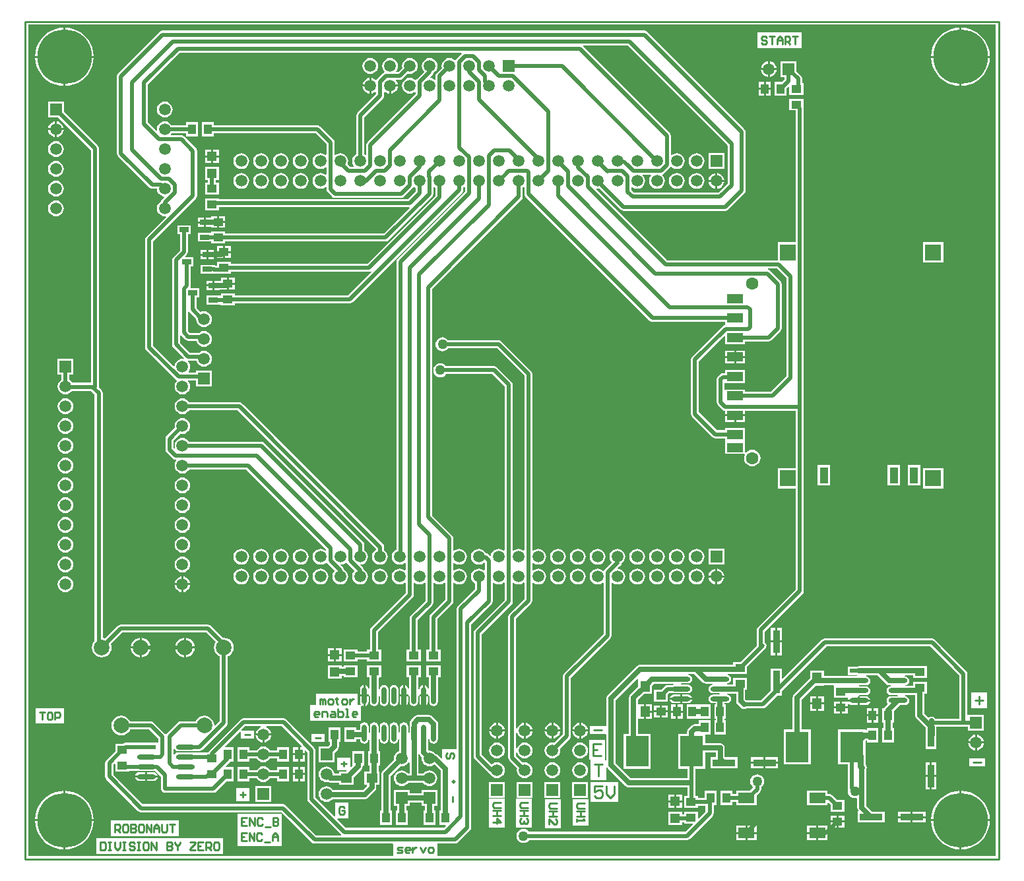
<source format=gtl>
%FSLAX25Y25*%
%MOIN*%
G70*
G01*
G75*
G04 Layer_Physical_Order=1*
G04 Layer_Color=255*
%ADD10R,0.11811X0.03543*%
%ADD11R,0.03543X0.11811*%
%ADD12R,0.05118X0.03937*%
%ADD13R,0.09449X0.02362*%
%ADD14O,0.09449X0.02362*%
%ADD15R,0.04803X0.05551*%
%ADD16R,0.11811X0.15748*%
%ADD17R,0.03937X0.05118*%
%ADD18O,0.02362X0.08661*%
%ADD19R,0.05551X0.04803*%
%ADD20R,0.05118X0.04724*%
%ADD21R,0.08268X0.05512*%
%ADD22R,0.08268X0.08268*%
%ADD23R,0.04331X0.08268*%
%ADD24R,0.08071X0.04528*%
%ADD25R,0.04724X0.02559*%
%ADD26C,0.01000*%
%ADD27C,0.02500*%
%ADD28C,0.02000*%
%ADD29C,0.03000*%
%ADD30C,0.05906*%
%ADD31R,0.05906X0.05906*%
%ADD32R,0.05906X0.05906*%
%ADD33C,0.07874*%
%ADD34C,0.06299*%
%ADD35C,0.05906*%
%ADD36C,0.05000*%
%ADD37C,0.27559*%
G36*
X490271Y92629D02*
X208167D01*
Y98607D01*
X208167Y98607D01*
D01*
D01*
X208167Y98824D01*
D01*
X208304Y98961D01*
X217147D01*
X217928Y99116D01*
X218589Y99558D01*
X218589Y99558D01*
X218589Y99558D01*
X224742Y105711D01*
X225184Y106372D01*
X225339Y107153D01*
X225339Y107153D01*
Y209665D01*
X235532Y219858D01*
X235532Y219858D01*
X235797Y220255D01*
X235974Y220520D01*
X236129Y221300D01*
X236129Y221300D01*
X236129Y221300D01*
Y221300D01*
Y230662D01*
X236578Y230883D01*
X237107Y230477D01*
X238068Y230079D01*
X239100Y229943D01*
X240132Y230079D01*
X241093Y230477D01*
X241642Y230898D01*
X242091Y230677D01*
Y222027D01*
X227058Y206995D01*
X226616Y206333D01*
X226461Y205553D01*
Y142953D01*
X226461Y142953D01*
X226461D01*
X226616Y142172D01*
X227058Y141511D01*
X234011Y134558D01*
X234672Y134116D01*
X234756Y134099D01*
X234794Y134007D01*
X235428Y133181D01*
X236254Y132547D01*
X237215Y132149D01*
X238247Y132013D01*
X239279Y132149D01*
X240241Y132547D01*
X241066Y133181D01*
X241700Y134007D01*
X242098Y134968D01*
X242234Y136000D01*
X242098Y137032D01*
X241700Y137993D01*
X241066Y138819D01*
X240241Y139453D01*
X239279Y139851D01*
X238247Y139987D01*
X237215Y139851D01*
X236254Y139453D01*
X235479Y138858D01*
X230539Y143797D01*
Y204708D01*
X245572Y219741D01*
X246014Y220402D01*
X246169Y221183D01*
Y230631D01*
X246618Y230853D01*
X247107Y230477D01*
X248068Y230079D01*
X249100Y229943D01*
X250132Y230079D01*
X251093Y230477D01*
X251592Y230860D01*
X252041Y230639D01*
Y222577D01*
X244458Y214995D01*
X244016Y214333D01*
X243861Y213553D01*
Y142347D01*
X244016Y141567D01*
X244458Y140905D01*
X248389Y136975D01*
X248260Y136000D01*
X248396Y134968D01*
X248795Y134007D01*
X249428Y133181D01*
X250254Y132547D01*
X251215Y132149D01*
X252247Y132013D01*
X253279Y132149D01*
X254241Y132547D01*
X255066Y133181D01*
X255700Y134007D01*
X256098Y134968D01*
X256234Y136000D01*
X256098Y137032D01*
X255700Y137993D01*
X255066Y138819D01*
X254241Y139453D01*
X253279Y139851D01*
X252247Y139987D01*
X251273Y139858D01*
X247939Y143192D01*
Y144790D01*
X248430Y144888D01*
X248795Y144007D01*
X249428Y143181D01*
X250254Y142547D01*
X251215Y142149D01*
X252247Y142013D01*
X253279Y142149D01*
X254241Y142547D01*
X255066Y143181D01*
X255700Y144007D01*
X256098Y144968D01*
X256234Y146000D01*
X256098Y147032D01*
X255700Y147993D01*
X255066Y148819D01*
X254241Y149453D01*
X253279Y149851D01*
X252247Y149987D01*
X251215Y149851D01*
X250254Y149453D01*
X249428Y148819D01*
X248795Y147993D01*
X248430Y147112D01*
X247939Y147210D01*
Y154790D01*
X248430Y154888D01*
X248795Y154007D01*
X249428Y153181D01*
X250254Y152547D01*
X251215Y152149D01*
X251747Y152079D01*
Y155999D01*
Y159921D01*
X251215Y159851D01*
X250254Y159453D01*
X249428Y158819D01*
X248795Y157993D01*
X248430Y157112D01*
X247939Y157210D01*
Y212708D01*
X255522Y220291D01*
X255964Y220952D01*
X256119Y221733D01*
X256119Y221733D01*
X256119Y221733D01*
Y221733D01*
Y230670D01*
X256568Y230891D01*
X257107Y230477D01*
X258068Y230079D01*
X259100Y229943D01*
X260132Y230079D01*
X261093Y230477D01*
X261919Y231111D01*
X262553Y231937D01*
X262951Y232898D01*
X263087Y233930D01*
X262951Y234962D01*
X262553Y235923D01*
X261919Y236749D01*
X261093Y237383D01*
X260132Y237781D01*
X259100Y237917D01*
X258068Y237781D01*
X257107Y237383D01*
X256568Y236969D01*
X256119Y237190D01*
Y240670D01*
X256568Y240891D01*
X257107Y240477D01*
X258068Y240079D01*
X259100Y239943D01*
X260132Y240079D01*
X261093Y240477D01*
X261919Y241111D01*
X262553Y241937D01*
X262951Y242898D01*
X263087Y243930D01*
X262951Y244962D01*
X262553Y245923D01*
X261919Y246749D01*
X261093Y247383D01*
X260132Y247781D01*
X259100Y247917D01*
X258068Y247781D01*
X257107Y247383D01*
X256568Y246969D01*
X256119Y247190D01*
Y336367D01*
X255964Y337148D01*
X255522Y337809D01*
X240589Y352742D01*
X239928Y353184D01*
X239147Y353339D01*
X213594D01*
X213244Y353796D01*
X212512Y354357D01*
X211661Y354710D01*
X210747Y354830D01*
X209834Y354710D01*
X208982Y354357D01*
X208251Y353796D01*
X207690Y353065D01*
X207337Y352214D01*
X207217Y351300D01*
X207337Y350386D01*
X207690Y349535D01*
X208251Y348804D01*
X208982Y348243D01*
X209834Y347890D01*
X210747Y347770D01*
X211661Y347890D01*
X212512Y348243D01*
X213244Y348804D01*
X213594Y349261D01*
X238303D01*
X252041Y335523D01*
Y247221D01*
X251592Y247000D01*
X251093Y247383D01*
X250132Y247781D01*
X249100Y247917D01*
X248068Y247781D01*
X247107Y247383D01*
X246618Y247007D01*
X246169Y247229D01*
Y330917D01*
X246014Y331698D01*
X245572Y332359D01*
X238289Y339642D01*
X237628Y340084D01*
X236847Y340239D01*
X212494D01*
X212143Y340696D01*
X211412Y341257D01*
X210561Y341610D01*
X209647Y341730D01*
X208734Y341610D01*
X207882Y341257D01*
X207151Y340696D01*
X206590Y339965D01*
X206237Y339114D01*
X206117Y338200D01*
X206237Y337286D01*
X206590Y336435D01*
X207151Y335704D01*
X207882Y335143D01*
X208734Y334790D01*
X209647Y334670D01*
X210561Y334790D01*
X211412Y335143D01*
X212143Y335704D01*
X212494Y336161D01*
X236003D01*
X242091Y330073D01*
Y247183D01*
X241642Y246961D01*
X241093Y247383D01*
X240132Y247781D01*
X239100Y247917D01*
X238068Y247781D01*
X237107Y247383D01*
X236281Y246749D01*
X235647Y245923D01*
X235249Y244962D01*
X235186Y244480D01*
X234712Y244319D01*
X233789Y245242D01*
X233128Y245684D01*
X232609Y245787D01*
X232553Y245923D01*
X231919Y246749D01*
X231093Y247383D01*
X230132Y247781D01*
X229100Y247917D01*
X228068Y247781D01*
X227107Y247383D01*
X226281Y246749D01*
X225647Y245923D01*
X225249Y244962D01*
X225113Y243930D01*
X225249Y242898D01*
X225647Y241937D01*
X226281Y241111D01*
X227107Y240477D01*
X228068Y240079D01*
X229100Y239943D01*
X230132Y240079D01*
X231093Y240477D01*
X231602Y240868D01*
X232051Y240647D01*
Y237213D01*
X231602Y236992D01*
X231093Y237383D01*
X230132Y237781D01*
X229100Y237917D01*
X228068Y237781D01*
X227107Y237383D01*
X226281Y236749D01*
X225647Y235923D01*
X225249Y234962D01*
X225113Y233930D01*
X225249Y232898D01*
X225647Y231937D01*
X226281Y231111D01*
X227107Y230477D01*
X227208Y230435D01*
Y227645D01*
X218558Y218995D01*
X218116Y218333D01*
X217961Y217553D01*
Y146500D01*
X210500D01*
Y142294D01*
X210038Y142102D01*
X208569Y143571D01*
X207825Y144068D01*
X207445Y144144D01*
X206966Y144768D01*
X206141Y145402D01*
X205179Y145800D01*
X204147Y145936D01*
X203917Y145905D01*
X203541Y146235D01*
Y151523D01*
X204039Y151573D01*
X204193Y150799D01*
X204675Y150078D01*
X205396Y149596D01*
X206247Y149427D01*
X207098Y149596D01*
X207820Y150078D01*
X208302Y150799D01*
X208471Y151650D01*
Y154447D01*
X208541Y154800D01*
Y159349D01*
X208367Y160227D01*
X207869Y160971D01*
X205569Y163271D01*
X204825Y163768D01*
X203947Y163943D01*
X198247D01*
X197369Y163768D01*
X196625Y163271D01*
X194725Y161371D01*
X194228Y160627D01*
X194053Y159749D01*
Y158099D01*
X194023Y157950D01*
Y154927D01*
X193842Y154909D01*
X193471Y155245D01*
Y157950D01*
X193302Y158801D01*
X192820Y159522D01*
X192098Y160004D01*
X191247Y160173D01*
X190396Y160004D01*
X189675Y159522D01*
X189193Y158801D01*
X189023Y157950D01*
Y155245D01*
X188653Y154909D01*
X188471Y154927D01*
Y157950D01*
X188302Y158801D01*
X187820Y159522D01*
X187098Y160004D01*
X186247Y160173D01*
X185396Y160004D01*
X184675Y159522D01*
X184193Y158801D01*
X184023Y157950D01*
Y151650D01*
X184193Y150799D01*
X184675Y150078D01*
X185396Y149596D01*
X186247Y149427D01*
X187098Y149596D01*
X187820Y150078D01*
X188302Y150799D01*
X188456Y151573D01*
X188953Y151523D01*
Y145733D01*
X188154Y145402D01*
X187328Y144768D01*
X186695Y143942D01*
X186296Y142981D01*
X186160Y141949D01*
X186247Y141293D01*
X180588Y135634D01*
X180091Y134890D01*
X179916Y134012D01*
Y115508D01*
X179242D01*
Y108390D01*
X185179D01*
Y115508D01*
X184504D01*
Y133062D01*
X189491Y138048D01*
X190147Y137962D01*
X191179Y138098D01*
X192141Y138496D01*
X192966Y139130D01*
X193580Y139929D01*
X194045Y139771D01*
X194053Y139768D01*
Y134243D01*
X193369D01*
X192966Y134768D01*
X192141Y135401D01*
X191179Y135800D01*
X190147Y135936D01*
X189115Y135800D01*
X188154Y135401D01*
X187328Y134768D01*
X186695Y133942D01*
X186296Y132981D01*
X186160Y131949D01*
X186296Y130917D01*
X186695Y129955D01*
X187328Y129130D01*
X188154Y128496D01*
X189115Y128098D01*
X190147Y127962D01*
X191179Y128098D01*
X192141Y128496D01*
X192966Y129130D01*
X193369Y129655D01*
X200925D01*
X201328Y129130D01*
X202154Y128496D01*
X203115Y128098D01*
X204147Y127962D01*
X205179Y128098D01*
X206141Y128496D01*
X206966Y129130D01*
X207600Y129955D01*
X207998Y130917D01*
X208134Y131949D01*
X207998Y132981D01*
X207600Y133942D01*
X206966Y134768D01*
X206141Y135401D01*
X205179Y135800D01*
X204147Y135936D01*
X203115Y135800D01*
X202154Y135401D01*
X201328Y134768D01*
X200925Y134243D01*
X198641D01*
Y143874D01*
X199128Y143971D01*
X199625Y143227D01*
X200247Y142605D01*
X200160Y141949D01*
X200296Y140917D01*
X200694Y139955D01*
X201328Y139130D01*
X202154Y138496D01*
X203115Y138098D01*
X204147Y137962D01*
X205179Y138098D01*
X206141Y138496D01*
X206715Y138937D01*
X209853Y135799D01*
Y115508D01*
X209116D01*
Y108390D01*
X212344D01*
X212535Y107928D01*
X211447Y106839D01*
X161992D01*
X157593Y111238D01*
X157784Y111700D01*
X163124D01*
Y119636D01*
X156500D01*
Y112984D01*
X156038Y112793D01*
X146586Y122245D01*
Y146000D01*
X146431Y146780D01*
X145989Y147442D01*
X131789Y161642D01*
X131128Y162084D01*
X130347Y162239D01*
X110147D01*
X110147Y162239D01*
X109367Y162084D01*
X108705Y161642D01*
X108705Y161642D01*
X92805Y145742D01*
X92363Y145080D01*
X92329Y144905D01*
X90688D01*
Y144839D01*
X85207D01*
X85184Y144854D01*
X84333Y145024D01*
X77246D01*
X76395Y144854D01*
X75674Y144372D01*
X75365Y143910D01*
X74886Y144055D01*
Y146545D01*
X75365Y146690D01*
X75674Y146228D01*
X76395Y145746D01*
X77246Y145576D01*
X84333D01*
X85184Y145746D01*
X85207Y145761D01*
X88000D01*
X88780Y145916D01*
X89442Y146358D01*
X89442Y146358D01*
X89442Y146358D01*
X101689Y158605D01*
X102131Y159267D01*
X102286Y160047D01*
X102286Y160047D01*
X102286Y160047D01*
Y160047D01*
Y193501D01*
X102737Y193687D01*
X103768Y194479D01*
X104560Y195510D01*
X105057Y196711D01*
X105227Y198000D01*
X105057Y199289D01*
X104560Y200490D01*
X103768Y201521D01*
X102737Y202312D01*
X101536Y202810D01*
X100247Y202980D01*
X99809Y202922D01*
X93704Y209027D01*
X93043Y209469D01*
X92262Y209624D01*
X48147D01*
X47367Y209469D01*
X46705Y209027D01*
X40302Y202623D01*
X39851Y202810D01*
X39086Y202911D01*
Y326700D01*
X38931Y327480D01*
X38489Y328142D01*
X37128Y329504D01*
X37186Y329800D01*
Y450297D01*
X37031Y451078D01*
X36589Y451739D01*
X19397Y468931D01*
Y473953D01*
X11491D01*
Y466048D01*
X16513D01*
X33108Y449452D01*
Y331839D01*
X23764D01*
X23700Y331993D01*
X23066Y332819D01*
X22286Y333418D01*
Y336047D01*
X24200D01*
Y343953D01*
X16295D01*
Y336047D01*
X18208D01*
Y333418D01*
X17428Y332819D01*
X16794Y331993D01*
X16396Y331032D01*
X16260Y330000D01*
X16396Y328968D01*
X16794Y328007D01*
X17428Y327181D01*
X18254Y326547D01*
X19215Y326149D01*
X20247Y326013D01*
X21279Y326149D01*
X22241Y326547D01*
X23066Y327181D01*
X23511Y327761D01*
X33103D01*
X35008Y325855D01*
Y201478D01*
X34250Y200490D01*
X33752Y199289D01*
X33583Y198000D01*
X33752Y196711D01*
X34250Y195510D01*
X35041Y194479D01*
X36072Y193687D01*
X37273Y193190D01*
X38562Y193020D01*
X39851Y193190D01*
X41052Y193687D01*
X42083Y194479D01*
X42875Y195510D01*
X43372Y196711D01*
X43542Y198000D01*
X43372Y199289D01*
X43185Y199739D01*
X48992Y205546D01*
X91417D01*
X96169Y200795D01*
X95935Y200490D01*
X95437Y199289D01*
X95268Y198000D01*
X95437Y196711D01*
X95935Y195510D01*
X96726Y194479D01*
X97757Y193687D01*
X98208Y193501D01*
Y160892D01*
X95849Y158533D01*
X95376Y158694D01*
X95215Y159919D01*
X94717Y161120D01*
X93926Y162151D01*
X92895Y162942D01*
X91694Y163440D01*
X90405Y163610D01*
X89116Y163440D01*
X87915Y162942D01*
X86884Y162151D01*
X86092Y161120D01*
X85906Y160669D01*
X78377D01*
X77597Y160514D01*
X76935Y160072D01*
X71405Y154542D01*
X71180Y154205D01*
X70680D01*
X70589Y154342D01*
X64859Y160072D01*
X64198Y160514D01*
X63417Y160669D01*
X52904D01*
X52717Y161120D01*
X51926Y162151D01*
X50894Y162942D01*
X49694Y163440D01*
X48405Y163610D01*
X47116Y163440D01*
X45915Y162942D01*
X44884Y162151D01*
X44092Y161120D01*
X43595Y159919D01*
X43425Y158630D01*
X43595Y157341D01*
X44092Y156140D01*
X44884Y155109D01*
X45915Y154317D01*
X47116Y153820D01*
X48405Y153650D01*
X49694Y153820D01*
X50894Y154317D01*
X51926Y155109D01*
X52717Y156140D01*
X52904Y156591D01*
X62573D01*
X67108Y152055D01*
Y149981D01*
X67108D01*
X66829D01*
X66755Y149981D01*
X66755Y149981D01*
Y149981D01*
X55380D01*
Y149839D01*
X50510D01*
X49730Y149684D01*
X49068Y149242D01*
X49032Y149206D01*
X45388D01*
Y145562D01*
X40905Y141079D01*
X40463Y140417D01*
X40308Y139637D01*
Y132900D01*
X40308Y132900D01*
X40308D01*
X40463Y132120D01*
X40905Y131458D01*
X57005Y115358D01*
X57667Y114916D01*
X58447Y114761D01*
X129391D01*
X129754Y114398D01*
X129739Y114361D01*
D01*
X129562Y113936D01*
X107300D01*
Y106236D01*
X107100D01*
Y97644D01*
X129467D01*
Y105344D01*
X129667D01*
Y113831D01*
X130092Y114008D01*
D01*
X130129Y114023D01*
X144594Y99558D01*
X144594Y99558D01*
X144990Y99293D01*
X145255Y99116D01*
X146035Y98961D01*
X185446D01*
X185800Y98607D01*
Y92629D01*
X1529D01*
Y512871D01*
X490271D01*
Y92629D01*
D02*
G37*
G36*
X139642Y148021D02*
X139451Y147559D01*
X138684D01*
Y144500D01*
X141153D01*
Y145857D01*
X141615Y146049D01*
X142508Y145155D01*
Y121400D01*
X142508Y121400D01*
X142508D01*
X142663Y120620D01*
X143105Y119958D01*
X159426Y103637D01*
X159377Y103139D01*
X159381Y103142D01*
X159227Y103039D01*
X146880D01*
X131677Y118242D01*
X131016Y118684D01*
X130235Y118839D01*
X59292D01*
X44386Y133745D01*
Y138792D01*
X44926Y139332D01*
X45388Y139141D01*
Y135395D01*
X52506D01*
Y135761D01*
X56687D01*
X56710Y135746D01*
X57561Y135576D01*
X64648D01*
X65499Y135746D01*
X65522Y135761D01*
X65603D01*
X68608Y132755D01*
Y126600D01*
X68763Y125820D01*
X69205Y125158D01*
X69867Y124716D01*
X70647Y124561D01*
X94910D01*
X95691Y124716D01*
X96352Y125158D01*
X101635Y130441D01*
X105279D01*
Y137559D01*
X101280D01*
X101089Y138021D01*
X103509Y140441D01*
X105279D01*
Y147559D01*
X101043D01*
X100852Y148021D01*
X108438Y155607D01*
X108900Y155416D01*
Y151868D01*
X115524D01*
Y155868D01*
X109352D01*
X109161Y156330D01*
X110992Y158161D01*
X118682D01*
X118779Y157670D01*
X118254Y157453D01*
X117428Y156819D01*
X116795Y155993D01*
X116396Y155032D01*
X116326Y154500D01*
X124168D01*
X124098Y155032D01*
X123700Y155993D01*
X123066Y156819D01*
X122241Y157453D01*
X121715Y157670D01*
X121813Y158161D01*
X129503D01*
X139642Y148021D01*
D02*
G37*
%LPC*%
G36*
X19595Y167436D02*
X5100D01*
Y159500D01*
X19595D01*
Y167436D01*
D02*
G37*
G36*
X427510Y163200D02*
X425042D01*
Y160141D01*
X427510D01*
Y163200D01*
D02*
G37*
G36*
X430979D02*
X428510D01*
Y160141D01*
X430979D01*
Y163200D01*
D02*
G37*
G36*
X265747Y159921D02*
X265215Y159851D01*
X264254Y159453D01*
X263428Y158819D01*
X262794Y157993D01*
X262396Y157032D01*
X262326Y156500D01*
X265747D01*
Y159921D01*
D02*
G37*
G36*
X279747D02*
X279215Y159851D01*
X278254Y159453D01*
X277428Y158819D01*
X276795Y157993D01*
X276396Y157032D01*
X276326Y156500D01*
X279747D01*
Y159921D01*
D02*
G37*
G36*
X280747D02*
Y156500D01*
X284168D01*
X284098Y157032D01*
X283700Y157993D01*
X283066Y158819D01*
X282241Y159453D01*
X281279Y159851D01*
X280747Y159921D01*
D02*
G37*
G36*
X266747D02*
Y156500D01*
X270168D01*
X270098Y157032D01*
X269700Y157993D01*
X269066Y158819D01*
X268241Y159453D01*
X267279Y159851D01*
X266747Y159921D01*
D02*
G37*
G36*
X316449Y165100D02*
X313547D01*
Y161824D01*
X316449D01*
Y165100D01*
D02*
G37*
G36*
X427510Y167259D02*
X425042D01*
Y164200D01*
X427510D01*
Y167259D01*
D02*
G37*
G36*
X324606Y165163D02*
X321547D01*
Y162695D01*
X324606D01*
Y165163D01*
D02*
G37*
G36*
X411447Y167263D02*
X408388D01*
Y164795D01*
X411447D01*
Y167263D01*
D02*
G37*
G36*
X430979Y167259D02*
X428510D01*
Y164200D01*
X430979D01*
Y167259D01*
D02*
G37*
G36*
X328610Y165100D02*
X326142D01*
Y162041D01*
X328610D01*
Y165100D01*
D02*
G37*
G36*
X340142Y169159D02*
X339995Y169159D01*
X339953D01*
Y169159D01*
X339953D01*
X339953D01*
X334016D01*
Y162041D01*
X339953D01*
Y162041D01*
X339953D01*
X339953Y162041D01*
X340142D01*
Y162041D01*
X346079D01*
Y169159D01*
X340142D01*
Y169159D01*
D02*
G37*
G36*
X320547Y165163D02*
X317488D01*
Y162695D01*
X320547D01*
Y165163D01*
D02*
G37*
G36*
X332079Y165100D02*
X329610D01*
Y162041D01*
X332079D01*
Y165100D01*
D02*
G37*
G36*
X252747Y159921D02*
Y156500D01*
X256168D01*
X256098Y157032D01*
X255700Y157993D01*
X255066Y158819D01*
X254241Y159453D01*
X253279Y159851D01*
X252747Y159921D01*
D02*
G37*
G36*
X480747Y153921D02*
Y150500D01*
X484168D01*
X484098Y151032D01*
X483700Y151993D01*
X483066Y152819D01*
X482241Y153453D01*
X481279Y153851D01*
X480747Y153921D01*
D02*
G37*
G36*
X479747D02*
X479215Y153851D01*
X478254Y153453D01*
X477428Y152819D01*
X476794Y151993D01*
X476396Y151032D01*
X476326Y150500D01*
X479747D01*
Y153921D01*
D02*
G37*
G36*
X242168Y155500D02*
X238747D01*
Y152079D01*
X239279Y152149D01*
X240241Y152547D01*
X241066Y153181D01*
X241700Y154007D01*
X242098Y154968D01*
X242168Y155500D01*
D02*
G37*
G36*
X237747D02*
X234326D01*
X234396Y154968D01*
X234794Y154007D01*
X235428Y153181D01*
X236254Y152547D01*
X237215Y152149D01*
X237747Y152079D01*
Y155500D01*
D02*
G37*
G36*
X119747Y153500D02*
X116326D01*
X116396Y152968D01*
X116795Y152007D01*
X117428Y151181D01*
X118254Y150547D01*
X119215Y150149D01*
X119747Y150079D01*
Y153500D01*
D02*
G37*
G36*
X484168Y149500D02*
X480747D01*
Y146079D01*
X481279Y146149D01*
X482241Y146547D01*
X483066Y147181D01*
X483700Y148007D01*
X484098Y148968D01*
X484168Y149500D01*
D02*
G37*
G36*
X151224Y154368D02*
X144600D01*
Y150368D01*
X151224D01*
Y154368D01*
D02*
G37*
G36*
X124168Y153500D02*
X120747D01*
Y150079D01*
X121279Y150149D01*
X122241Y150547D01*
X123066Y151181D01*
X123700Y152007D01*
X124098Y152968D01*
X124168Y153500D01*
D02*
G37*
G36*
X256168Y155500D02*
X252747D01*
Y152079D01*
X253279Y152149D01*
X254241Y152547D01*
X255066Y153181D01*
X255700Y154007D01*
X256098Y154968D01*
X256168Y155500D01*
D02*
G37*
G36*
X430979Y157259D02*
X425042D01*
Y156249D01*
X424412D01*
Y156574D01*
X410601D01*
Y138826D01*
X415467D01*
Y126941D01*
X415619Y126176D01*
X415517Y125400D01*
X415637Y124486D01*
X415990Y123635D01*
X416551Y122904D01*
X417282Y122343D01*
X418134Y121990D01*
X419047Y121870D01*
X419830Y121973D01*
X420206Y121643D01*
Y117128D01*
X420381Y116250D01*
X420873Y115513D01*
X420638Y115072D01*
X420423D01*
Y109528D01*
X434234D01*
Y115072D01*
X427801D01*
X424794Y118079D01*
Y136233D01*
X424855Y136325D01*
X425049Y137300D01*
X424855Y138276D01*
X424445Y138889D01*
Y143310D01*
X424412Y143477D01*
Y151001D01*
X424562Y151151D01*
X425042D01*
Y150141D01*
X430979D01*
Y157259D01*
D02*
G37*
G36*
X181247Y160173D02*
X180396Y160004D01*
X179675Y159522D01*
X179193Y158801D01*
X179023Y157950D01*
Y154927D01*
X178842Y154909D01*
X178471Y155245D01*
Y157950D01*
X178302Y158801D01*
X177820Y159522D01*
X177098Y160004D01*
X176247Y160173D01*
X175396Y160004D01*
X174675Y159522D01*
X174193Y158801D01*
X174023Y157950D01*
Y155153D01*
X173997Y155022D01*
X173497D01*
X173471Y155153D01*
Y157950D01*
X173302Y158801D01*
X172820Y159522D01*
X172098Y160004D01*
X171247Y160173D01*
X170396Y160004D01*
X169675Y159522D01*
X169193Y158801D01*
X169023Y157950D01*
Y156243D01*
X167053D01*
Y157508D01*
X161116D01*
Y150390D01*
X167053D01*
Y151655D01*
X169023D01*
Y151650D01*
X169193Y150799D01*
X169675Y150078D01*
X170396Y149596D01*
X171247Y149427D01*
X172098Y149596D01*
X172820Y150078D01*
X173302Y150799D01*
X173456Y151573D01*
X173953Y151523D01*
Y145508D01*
X173116D01*
Y138390D01*
X173953D01*
Y135350D01*
X171246D01*
Y128547D01*
X172448D01*
X172639Y128085D01*
X170597Y126043D01*
X155523D01*
X154966Y126768D01*
X154141Y127401D01*
X153179Y127800D01*
X152147Y127936D01*
X151115Y127800D01*
X150154Y127401D01*
X149328Y126768D01*
X148695Y125942D01*
X148296Y124981D01*
X148160Y123949D01*
X148296Y122917D01*
X148695Y121955D01*
X149328Y121130D01*
X150154Y120496D01*
X151115Y120098D01*
X152147Y119962D01*
X153179Y120098D01*
X154141Y120496D01*
X154966Y121130D01*
X155216Y121455D01*
X171547D01*
X172425Y121629D01*
X173169Y122127D01*
X173169Y122127D01*
X173169Y122127D01*
X176643Y125601D01*
X177141Y126345D01*
X177315Y127223D01*
X177315Y127223D01*
X177315Y127223D01*
Y127223D01*
Y128547D01*
X178797D01*
Y135350D01*
X178541D01*
Y138390D01*
X179053D01*
Y145508D01*
X178541D01*
Y151523D01*
X179039Y151573D01*
X179193Y150799D01*
X179675Y150078D01*
X180396Y149596D01*
X181247Y149427D01*
X182098Y149596D01*
X182820Y150078D01*
X183302Y150799D01*
X183471Y151650D01*
Y157950D01*
X183302Y158801D01*
X182820Y159522D01*
X182098Y160004D01*
X181247Y160173D01*
D02*
G37*
G36*
X238747Y159921D02*
Y156500D01*
X242168D01*
X242098Y157032D01*
X241700Y157993D01*
X241066Y158819D01*
X240241Y159453D01*
X239279Y159851D01*
X238747Y159921D01*
D02*
G37*
G36*
X237747D02*
X237215Y159851D01*
X236254Y159453D01*
X235428Y158819D01*
X234794Y157993D01*
X234396Y157032D01*
X234326Y156500D01*
X237747D01*
Y159921D01*
D02*
G37*
G36*
X270168Y155500D02*
X266747D01*
Y152079D01*
X267279Y152149D01*
X268241Y152547D01*
X269066Y153181D01*
X269700Y154007D01*
X270098Y154968D01*
X270168Y155500D01*
D02*
G37*
G36*
X265747D02*
X262326D01*
X262396Y154968D01*
X262794Y154007D01*
X263428Y153181D01*
X264254Y152547D01*
X265215Y152149D01*
X265747Y152079D01*
Y155500D01*
D02*
G37*
G36*
X284168D02*
X280747D01*
Y152079D01*
X281279Y152149D01*
X282241Y152547D01*
X283066Y153181D01*
X283700Y154007D01*
X284098Y154968D01*
X284168Y155500D01*
D02*
G37*
G36*
X279747D02*
X276326D01*
X276396Y154968D01*
X276795Y154007D01*
X277428Y153181D01*
X278254Y152547D01*
X279215Y152149D01*
X279747Y152079D01*
Y155500D01*
D02*
G37*
G36*
X330705Y174324D02*
X327661D01*
X326810Y174154D01*
X326089Y173672D01*
X325607Y172951D01*
X325537Y172600D01*
X330705D01*
Y174324D01*
D02*
G37*
G36*
X424648Y173424D02*
X421605D01*
Y171700D01*
X426772D01*
X426703Y172051D01*
X426221Y172773D01*
X425499Y173255D01*
X424648Y173424D01*
D02*
G37*
G36*
X170747Y178972D02*
X170396Y178902D01*
X169675Y178420D01*
X169193Y177698D01*
X169023Y176847D01*
Y174198D01*
X170747D01*
Y178972D01*
D02*
G37*
G36*
X334748Y174324D02*
X331705D01*
Y172600D01*
X336872D01*
X336803Y172951D01*
X336320Y173672D01*
X335599Y174154D01*
X334748Y174324D01*
D02*
G37*
G36*
X403349Y173476D02*
X400447D01*
Y170200D01*
X403349D01*
Y173476D01*
D02*
G37*
G36*
X330705Y171600D02*
X325537D01*
X325607Y171249D01*
X326089Y170528D01*
X326810Y170045D01*
X327661Y169876D01*
X330705D01*
Y171600D01*
D02*
G37*
G36*
X426772Y170700D02*
X421605D01*
Y168976D01*
X424648D01*
X425499Y169146D01*
X426221Y169627D01*
X426703Y170349D01*
X426772Y170700D01*
D02*
G37*
G36*
X399447Y173476D02*
X396546D01*
Y170200D01*
X399447D01*
Y173476D01*
D02*
G37*
G36*
X336872Y171600D02*
X331705D01*
Y169876D01*
X334748D01*
X335599Y170045D01*
X336320Y170528D01*
X336803Y171249D01*
X336872Y171600D01*
D02*
G37*
G36*
X159806Y193768D02*
X156747D01*
Y190905D01*
X159806D01*
Y193768D01*
D02*
G37*
G36*
X155747D02*
X152688D01*
Y190905D01*
X155747D01*
Y193768D01*
D02*
G37*
G36*
X63161Y197500D02*
X58747D01*
Y193086D01*
X59536Y193190D01*
X60737Y193687D01*
X61768Y194479D01*
X62560Y195510D01*
X63057Y196711D01*
X63161Y197500D01*
D02*
G37*
G36*
X57747D02*
X53333D01*
X53437Y196711D01*
X53935Y195510D01*
X54726Y194479D01*
X55757Y193687D01*
X56958Y193190D01*
X57747Y193086D01*
Y197500D01*
D02*
G37*
G36*
X167806Y189032D02*
X160688D01*
Y188357D01*
X159806D01*
Y188969D01*
X152688D01*
Y182244D01*
X159806D01*
Y183769D01*
X160688D01*
Y183095D01*
X167806D01*
Y189032D01*
D02*
G37*
G36*
X199706Y188980D02*
X192588D01*
Y183043D01*
X193953D01*
Y176974D01*
X193456Y176925D01*
X193302Y177698D01*
X192820Y178420D01*
X192098Y178902D01*
X191747Y178972D01*
Y174198D01*
X193471D01*
Y173571D01*
X193653Y173589D01*
X194023Y173253D01*
Y170548D01*
X194193Y169697D01*
X194675Y168975D01*
X195396Y168493D01*
X196247Y168324D01*
X197098Y168493D01*
X197820Y168975D01*
X198302Y169697D01*
X198471Y170548D01*
Y173253D01*
X198842Y173589D01*
X199023Y173571D01*
Y174198D01*
X200747D01*
Y178972D01*
X200396Y178902D01*
X199675Y178420D01*
X199193Y177698D01*
X199039Y176925D01*
X198541Y176974D01*
Y183043D01*
X199706D01*
Y188980D01*
D02*
G37*
G36*
X190747Y178972D02*
X190396Y178902D01*
X189675Y178420D01*
X189193Y177698D01*
X189023Y176847D01*
Y174198D01*
X190747D01*
Y178972D01*
D02*
G37*
G36*
X209706Y188980D02*
X202588D01*
Y183043D01*
X203953D01*
Y176974D01*
X203456Y176925D01*
X203302Y177698D01*
X202820Y178420D01*
X202098Y178902D01*
X201747Y178972D01*
Y174198D01*
X203471D01*
Y173571D01*
X203653Y173589D01*
X204023Y173253D01*
Y170548D01*
X204193Y169697D01*
X204675Y168975D01*
X205396Y168493D01*
X206247Y168324D01*
X207098Y168493D01*
X207820Y168975D01*
X208302Y169697D01*
X208471Y170548D01*
Y173345D01*
X208541Y173698D01*
Y183043D01*
X209706D01*
Y188980D01*
D02*
G37*
G36*
X179706D02*
X172588D01*
Y183043D01*
X173853D01*
Y182749D01*
X173953Y182246D01*
Y176974D01*
X173456Y176925D01*
X173302Y177698D01*
X172820Y178420D01*
X172098Y178902D01*
X171747Y178972D01*
Y174198D01*
X173471D01*
Y173571D01*
X173653Y173589D01*
X174023Y173253D01*
Y170548D01*
X174193Y169697D01*
X174675Y168975D01*
X175396Y168493D01*
X176247Y168324D01*
X177098Y168493D01*
X177820Y168975D01*
X178302Y169697D01*
X178471Y170548D01*
Y173253D01*
X178842Y173589D01*
X179023Y173571D01*
Y170548D01*
X179193Y169697D01*
X179675Y168975D01*
X180396Y168493D01*
X181247Y168324D01*
X182098Y168493D01*
X182820Y168975D01*
X183302Y169697D01*
X183471Y170548D01*
Y176847D01*
X183302Y177698D01*
X182820Y178420D01*
X182098Y178902D01*
X181247Y179071D01*
X180396Y178902D01*
X179675Y178420D01*
X179193Y177698D01*
X179039Y176925D01*
X178541Y176974D01*
Y182649D01*
X178540Y182657D01*
X178857Y183043D01*
X179706D01*
Y188980D01*
D02*
G37*
G36*
X320547Y168631D02*
X317488D01*
Y166163D01*
X320547D01*
Y168631D01*
D02*
G37*
G36*
X332079Y169159D02*
X329610D01*
Y166100D01*
X332079D01*
Y169159D01*
D02*
G37*
G36*
X485999Y175398D02*
X478000D01*
Y167400D01*
X485999D01*
Y175398D01*
D02*
G37*
G36*
X324606Y168631D02*
X321547D01*
Y166163D01*
X324606D01*
Y168631D01*
D02*
G37*
G36*
X328610Y169159D02*
X326142D01*
Y166100D01*
X328610D01*
Y169159D01*
D02*
G37*
G36*
X399447Y169200D02*
X396546D01*
Y165924D01*
X399447D01*
Y169200D01*
D02*
G37*
G36*
X415506Y167263D02*
X412447D01*
Y164795D01*
X415506D01*
Y167263D01*
D02*
G37*
G36*
X316449Y169376D02*
X313547D01*
Y166100D01*
X316449D01*
Y169376D01*
D02*
G37*
G36*
X403349Y169200D02*
X400447D01*
Y165924D01*
X403349D01*
Y169200D01*
D02*
G37*
G36*
X200747Y173198D02*
X199023D01*
Y170548D01*
X199193Y169697D01*
X199675Y168975D01*
X200396Y168493D01*
X200747Y168424D01*
Y173198D01*
D02*
G37*
G36*
X193471D02*
X191747D01*
Y168424D01*
X192098Y168493D01*
X192820Y168975D01*
X193302Y169697D01*
X193471Y170548D01*
Y173198D01*
D02*
G37*
G36*
X415354Y171118D02*
X415037Y170731D01*
X412447D01*
Y168263D01*
X415506D01*
Y169488D01*
X415985Y169633D01*
X415989Y169627D01*
X416710Y169146D01*
X417561Y168976D01*
X420605D01*
Y170700D01*
X415437D01*
X415354Y171118D01*
D02*
G37*
G36*
X203471Y173198D02*
X201747D01*
Y168424D01*
X202098Y168493D01*
X202820Y168975D01*
X203302Y169697D01*
X203471Y170548D01*
Y173198D01*
D02*
G37*
G36*
X190747D02*
X189023D01*
Y170548D01*
X189193Y169697D01*
X189675Y168975D01*
X190396Y168493D01*
X190747Y168424D01*
Y173198D01*
D02*
G37*
G36*
X186247Y179071D02*
X185396Y178902D01*
X184675Y178420D01*
X184193Y177698D01*
X184023Y176847D01*
Y170548D01*
X184193Y169697D01*
X184675Y168975D01*
X185396Y168493D01*
X186247Y168324D01*
X187098Y168493D01*
X187820Y168975D01*
X188302Y169697D01*
X188471Y170548D01*
Y176847D01*
X188302Y177698D01*
X187820Y178420D01*
X187098Y178902D01*
X186247Y179071D01*
D02*
G37*
G36*
X411447Y170731D02*
X408388D01*
Y168263D01*
X411447D01*
Y170731D01*
D02*
G37*
G36*
X173471Y173198D02*
X171747D01*
Y168424D01*
X172098Y168493D01*
X172820Y168975D01*
X173302Y169697D01*
X173471Y170548D01*
Y173198D01*
D02*
G37*
G36*
X167855Y174680D02*
X146800D01*
Y168936D01*
X144000D01*
Y161000D01*
X169647D01*
Y168464D01*
X170088Y168700D01*
X170396Y168493D01*
X170747Y168424D01*
Y173198D01*
X169023D01*
Y170548D01*
X169193Y169697D01*
X169407Y169377D01*
X169171Y168936D01*
X167855D01*
Y174680D01*
D02*
G37*
G36*
X479747Y149500D02*
X476326D01*
X476396Y148968D01*
X476794Y148007D01*
X477428Y147181D01*
X478254Y146547D01*
X479215Y146149D01*
X479747Y146079D01*
Y149500D01*
D02*
G37*
G36*
X19185Y125571D02*
X17366Y125428D01*
X15104Y124885D01*
X12955Y123994D01*
X10971Y122779D01*
X9202Y121268D01*
X7691Y119499D01*
X6476Y117516D01*
X5585Y115366D01*
X5042Y113104D01*
X4899Y111285D01*
X19185D01*
Y125571D01*
D02*
G37*
G36*
X413806Y113031D02*
X410747D01*
Y110563D01*
X413806D01*
Y113031D01*
D02*
G37*
G36*
X471941Y125571D02*
X470122Y125428D01*
X467860Y124885D01*
X465710Y123994D01*
X463727Y122779D01*
X461958Y121268D01*
X460447Y119499D01*
X459232Y117516D01*
X458341Y115366D01*
X457798Y113104D01*
X457655Y111285D01*
X471941D01*
Y125571D01*
D02*
G37*
G36*
X20185D02*
Y111285D01*
X34471D01*
X34328Y113104D01*
X33785Y115366D01*
X32894Y117516D01*
X31679Y119499D01*
X30168Y121268D01*
X28399Y122779D01*
X26416Y123994D01*
X24266Y124885D01*
X22004Y125428D01*
X20185Y125571D01*
D02*
G37*
G36*
X409747Y113031D02*
X406688D01*
Y110563D01*
X409747D01*
Y113031D01*
D02*
G37*
G36*
X284536Y121200D02*
X276600D01*
Y108017D01*
X284536D01*
Y121200D01*
D02*
G37*
G36*
X413806Y109563D02*
X410747D01*
Y107095D01*
X413806D01*
Y109563D01*
D02*
G37*
G36*
X454706Y111800D02*
X448301D01*
Y109528D01*
X454706D01*
Y111800D01*
D02*
G37*
G36*
X447301D02*
X440895D01*
Y109528D01*
X447301D01*
Y111800D01*
D02*
G37*
G36*
X124200Y127953D02*
X116295D01*
Y120047D01*
X124200D01*
Y127953D01*
D02*
G37*
G36*
X331806Y119768D02*
X328747D01*
Y116905D01*
X331806D01*
Y119768D01*
D02*
G37*
G36*
X113024Y126980D02*
X106400D01*
Y120356D01*
X113024D01*
Y126980D01*
D02*
G37*
G36*
X299497Y130098D02*
X285500D01*
Y120100D01*
X299497D01*
Y130098D01*
D02*
G37*
G36*
X327747Y119768D02*
X324688D01*
Y116905D01*
X327747D01*
Y119768D01*
D02*
G37*
G36*
X447301Y115072D02*
X440895D01*
Y112800D01*
X447301D01*
Y115072D01*
D02*
G37*
G36*
X472941Y125571D02*
Y111285D01*
X487227D01*
X487084Y113104D01*
X486541Y115366D01*
X485650Y117516D01*
X484435Y119499D01*
X482924Y121268D01*
X481155Y122779D01*
X479172Y123994D01*
X477022Y124885D01*
X474760Y125428D01*
X472941Y125571D01*
D02*
G37*
G36*
X405208Y125756D02*
X394940D01*
Y118244D01*
X405208D01*
Y119439D01*
X405670Y119631D01*
X406688Y118612D01*
Y114969D01*
X413806D01*
Y120905D01*
X410163D01*
X407626Y123442D01*
X406965Y123884D01*
X406184Y124039D01*
X405208D01*
Y125756D01*
D02*
G37*
G36*
X454706Y115072D02*
X448301D01*
Y112800D01*
X454706D01*
Y115072D01*
D02*
G37*
G36*
X369381Y103784D02*
X364747D01*
Y100528D01*
X369381D01*
Y103784D01*
D02*
G37*
G36*
X363747D02*
X359113D01*
Y100528D01*
X363747D01*
Y103784D01*
D02*
G37*
G36*
X405208D02*
X400574D01*
Y100528D01*
X405208D01*
Y103784D01*
D02*
G37*
G36*
X399574D02*
X394940D01*
Y100528D01*
X399574D01*
Y103784D01*
D02*
G37*
G36*
X487227Y110285D02*
X472941D01*
Y95999D01*
X474760Y96142D01*
X477022Y96685D01*
X479172Y97576D01*
X481155Y98791D01*
X482924Y100302D01*
X484435Y102071D01*
X485650Y104054D01*
X486541Y106204D01*
X487084Y108466D01*
X487227Y110285D01*
D02*
G37*
G36*
X19185D02*
X4899D01*
X5042Y108466D01*
X5585Y106204D01*
X6476Y104054D01*
X7691Y102071D01*
X9202Y100302D01*
X10971Y98791D01*
X12955Y97576D01*
X15104Y96685D01*
X17366Y96142D01*
X19185Y95999D01*
Y110285D01*
D02*
G37*
G36*
X99692Y101636D02*
X36000D01*
Y93700D01*
X99692D01*
Y101636D01*
D02*
G37*
G36*
X471941Y110285D02*
X457655D01*
X457798Y108466D01*
X458341Y106204D01*
X459232Y104054D01*
X460447Y102071D01*
X461958Y100302D01*
X463727Y98791D01*
X465710Y97576D01*
X467860Y96685D01*
X470122Y96142D01*
X471941Y95999D01*
Y110285D01*
D02*
G37*
G36*
X34471D02*
X20185D01*
Y95999D01*
X22004Y96142D01*
X24266Y96685D01*
X26416Y97576D01*
X28399Y98791D01*
X30168Y100302D01*
X31679Y102071D01*
X32894Y104054D01*
X33785Y106204D01*
X34328Y108466D01*
X34471Y110285D01*
D02*
G37*
G36*
X242136Y121500D02*
X234200D01*
Y107005D01*
X242136D01*
Y121500D01*
D02*
G37*
G36*
X270536Y121200D02*
X262600D01*
Y106705D01*
X270536D01*
Y121200D01*
D02*
G37*
G36*
X409747Y109563D02*
X406688D01*
Y107095D01*
X409747D01*
Y109563D01*
D02*
G37*
G36*
X255936Y121500D02*
X248000D01*
Y107005D01*
X255936D01*
Y121500D01*
D02*
G37*
G36*
X405208Y108039D02*
X400574D01*
Y104783D01*
X405208D01*
Y108039D01*
D02*
G37*
G36*
X363747D02*
X359113D01*
Y104783D01*
X363747D01*
Y108039D01*
D02*
G37*
G36*
X77474Y110536D02*
X43300D01*
Y102600D01*
X77474D01*
Y110536D01*
D02*
G37*
G36*
X399574Y108039D02*
X394940D01*
Y104783D01*
X399574D01*
Y108039D01*
D02*
G37*
G36*
X369381D02*
X364747D01*
Y104783D01*
X369381D01*
Y108039D01*
D02*
G37*
G36*
X380306Y139300D02*
X373901D01*
Y137028D01*
X380306D01*
Y139300D01*
D02*
G37*
G36*
X372901D02*
X366495D01*
Y137028D01*
X372901D01*
Y139300D01*
D02*
G37*
G36*
X484699Y141899D02*
X476700D01*
Y137899D01*
X484699D01*
Y141899D01*
D02*
G37*
G36*
X171179Y145508D02*
X165242D01*
Y138390D01*
X165242Y138390D01*
X165242D01*
X165272Y138318D01*
X164486Y137532D01*
X164024Y137723D01*
Y142480D01*
X157400D01*
Y135856D01*
X162157D01*
X162194Y135766D01*
X161916Y135350D01*
X158372D01*
Y134243D01*
X156095D01*
X155998Y134981D01*
X155600Y135942D01*
X154966Y136768D01*
X154141Y137401D01*
X153179Y137800D01*
X152147Y137936D01*
X151115Y137800D01*
X150154Y137401D01*
X149328Y136768D01*
X148695Y135942D01*
X148296Y134981D01*
X148160Y133949D01*
X148296Y132917D01*
X148695Y131955D01*
X149328Y131130D01*
X150154Y130496D01*
X151115Y130098D01*
X152147Y129962D01*
X152919Y130064D01*
X153269Y129829D01*
X154147Y129655D01*
X158372D01*
Y128547D01*
X165923D01*
Y132480D01*
X169832Y136390D01*
X169832Y136390D01*
X169832Y136390D01*
X170330Y137134D01*
X170504Y138012D01*
Y138390D01*
X171179D01*
Y145508D01*
D02*
G37*
G36*
X120247Y137987D02*
X119215Y137851D01*
X118254Y137453D01*
X117428Y136819D01*
X116830Y136039D01*
X113153D01*
Y137559D01*
X107216D01*
Y130441D01*
X113153D01*
Y131961D01*
X116830D01*
X117428Y131181D01*
X118254Y130547D01*
X119215Y130149D01*
X120247Y130013D01*
X121279Y130149D01*
X122241Y130547D01*
X123066Y131181D01*
X123665Y131961D01*
X127342D01*
Y130441D01*
X133279D01*
Y137559D01*
X127342D01*
Y136039D01*
X123665D01*
X123066Y136819D01*
X122241Y137453D01*
X121279Y137851D01*
X120247Y137987D01*
D02*
G37*
G36*
X460272Y140005D02*
X458000D01*
Y133599D01*
X460272D01*
Y140005D01*
D02*
G37*
G36*
X457000D02*
X454728D01*
Y133599D01*
X457000D01*
Y140005D01*
D02*
G37*
G36*
X141153Y137559D02*
X138684D01*
Y134500D01*
X141153D01*
Y137559D01*
D02*
G37*
G36*
X137684D02*
X135216D01*
Y134500D01*
X137684D01*
Y137559D01*
D02*
G37*
G36*
X280247Y149987D02*
X279215Y149851D01*
X278254Y149453D01*
X277428Y148819D01*
X276795Y147993D01*
X276396Y147032D01*
X276260Y146000D01*
X276396Y144968D01*
X276795Y144007D01*
X277428Y143181D01*
X278254Y142547D01*
X279215Y142149D01*
X280247Y142013D01*
X281279Y142149D01*
X282241Y142547D01*
X283066Y143181D01*
X283700Y144007D01*
X284098Y144968D01*
X284234Y146000D01*
X284098Y147032D01*
X283700Y147993D01*
X283066Y148819D01*
X282241Y149453D01*
X281279Y149851D01*
X280247Y149987D01*
D02*
G37*
G36*
X238247D02*
X237215Y149851D01*
X236254Y149453D01*
X235428Y148819D01*
X234794Y147993D01*
X234396Y147032D01*
X234260Y146000D01*
X234396Y144968D01*
X234794Y144007D01*
X235428Y143181D01*
X236254Y142547D01*
X237215Y142149D01*
X238247Y142013D01*
X239279Y142149D01*
X240241Y142547D01*
X241066Y143181D01*
X241700Y144007D01*
X242098Y144968D01*
X242234Y146000D01*
X242098Y147032D01*
X241700Y147993D01*
X241066Y148819D01*
X240241Y149453D01*
X239279Y149851D01*
X238247Y149987D01*
D02*
G37*
G36*
X120247Y147987D02*
X119215Y147851D01*
X118254Y147453D01*
X117428Y146819D01*
X116830Y146039D01*
X113153D01*
Y147559D01*
X107216D01*
Y140441D01*
X113153D01*
Y141961D01*
X116830D01*
X117428Y141181D01*
X118254Y140547D01*
X119215Y140149D01*
X120247Y140013D01*
X121279Y140149D01*
X122241Y140547D01*
X123066Y141181D01*
X123665Y141961D01*
X127342D01*
Y140441D01*
X133279D01*
Y147559D01*
X127342D01*
Y146039D01*
X123665D01*
X123066Y146819D01*
X122241Y147453D01*
X121279Y147851D01*
X120247Y147987D01*
D02*
G37*
G36*
X137684Y147559D02*
X135216D01*
Y144500D01*
X137684D01*
Y147559D01*
D02*
G37*
G36*
X141153Y143500D02*
X138684D01*
Y140441D01*
X141153D01*
Y143500D01*
D02*
G37*
G36*
X372901Y142572D02*
X366495D01*
Y140300D01*
X372901D01*
Y142572D01*
D02*
G37*
G36*
X159179Y157508D02*
X153242D01*
Y150390D01*
X153916D01*
Y148962D01*
X152856Y147902D01*
X148195D01*
Y139996D01*
X156100D01*
Y144657D01*
X157832Y146390D01*
X158330Y147134D01*
X158504Y148012D01*
Y150390D01*
X159179D01*
Y157508D01*
D02*
G37*
G36*
X137684Y143500D02*
X135216D01*
Y140441D01*
X137684D01*
Y143500D01*
D02*
G37*
G36*
X380306Y142572D02*
X373901D01*
Y140300D01*
X380306D01*
Y142572D01*
D02*
G37*
G36*
X369747Y133930D02*
X368834Y133810D01*
X367982Y133457D01*
X367251Y132896D01*
X366690Y132165D01*
X366337Y131314D01*
X366217Y130400D01*
X366337Y129486D01*
X366690Y128635D01*
X367251Y127904D01*
X367555Y127671D01*
X367588Y127172D01*
X366172Y125756D01*
X359113D01*
Y124039D01*
X357153D01*
Y125559D01*
X351216D01*
Y118441D01*
X357153D01*
Y119961D01*
X359113D01*
Y118244D01*
X369381D01*
Y123197D01*
X371189Y125005D01*
X371631Y125667D01*
X371786Y126447D01*
X371786Y126447D01*
X371786Y126447D01*
Y126447D01*
Y127553D01*
X372243Y127904D01*
X372804Y128635D01*
X373157Y129486D01*
X373277Y130400D01*
X373157Y131314D01*
X372804Y132165D01*
X372243Y132896D01*
X371512Y133457D01*
X370661Y133810D01*
X369747Y133930D01*
D02*
G37*
G36*
X284200Y129953D02*
X276294D01*
Y122047D01*
X284200D01*
Y129953D01*
D02*
G37*
G36*
X457000Y132599D02*
X454728D01*
Y126194D01*
X457000D01*
Y132599D01*
D02*
G37*
G36*
X208100Y125902D02*
X200195D01*
Y124243D01*
X194100D01*
Y125902D01*
X186195D01*
Y117996D01*
X187790D01*
Y115508D01*
X187116D01*
Y108390D01*
X193053D01*
Y115508D01*
X192378D01*
Y117996D01*
X194100D01*
Y119655D01*
X200195D01*
Y117996D01*
X201916D01*
Y115508D01*
X201242D01*
Y108390D01*
X207179D01*
Y115508D01*
X206504D01*
Y117996D01*
X208100D01*
Y125902D01*
D02*
G37*
G36*
X270200Y129953D02*
X262295D01*
Y122047D01*
X270200D01*
Y129953D01*
D02*
G37*
G36*
X331806Y123630D02*
X328747D01*
Y120768D01*
X331806D01*
Y123630D01*
D02*
G37*
G36*
X327747D02*
X324688D01*
Y120768D01*
X327747D01*
Y123630D01*
D02*
G37*
G36*
X256200Y129953D02*
X248294D01*
Y122047D01*
X256200D01*
Y129953D01*
D02*
G37*
G36*
X242200D02*
X234295D01*
Y122047D01*
X242200D01*
Y129953D01*
D02*
G37*
G36*
X280247Y139987D02*
X279215Y139851D01*
X278254Y139453D01*
X277428Y138819D01*
X276795Y137993D01*
X276396Y137032D01*
X276260Y136000D01*
X276396Y134968D01*
X276795Y134007D01*
X277428Y133181D01*
X278254Y132547D01*
X279215Y132149D01*
X280247Y132013D01*
X281279Y132149D01*
X282241Y132547D01*
X283066Y133181D01*
X283700Y134007D01*
X284098Y134968D01*
X284234Y136000D01*
X284098Y137032D01*
X283700Y137993D01*
X283066Y138819D01*
X282241Y139453D01*
X281279Y139851D01*
X280247Y139987D01*
D02*
G37*
G36*
X266247D02*
X265215Y139851D01*
X264254Y139453D01*
X263428Y138819D01*
X262794Y137993D01*
X262396Y137032D01*
X262260Y136000D01*
X262396Y134968D01*
X262794Y134007D01*
X263428Y133181D01*
X264254Y132547D01*
X265215Y132149D01*
X266247Y132013D01*
X267279Y132149D01*
X268241Y132547D01*
X269066Y133181D01*
X269700Y134007D01*
X270098Y134968D01*
X270234Y136000D01*
X270098Y137032D01*
X269700Y137993D01*
X269066Y138819D01*
X268241Y139453D01*
X267279Y139851D01*
X266247Y139987D01*
D02*
G37*
G36*
X64648Y135024D02*
X61605D01*
Y133300D01*
X66772D01*
X66703Y133651D01*
X66220Y134372D01*
X65499Y134854D01*
X64648Y135024D01*
D02*
G37*
G36*
X60605D02*
X57561D01*
X56710Y134854D01*
X55989Y134372D01*
X55507Y133651D01*
X55437Y133300D01*
X60605D01*
Y135024D01*
D02*
G37*
G36*
X66772Y132300D02*
X61605D01*
Y130576D01*
X64648D01*
X65499Y130745D01*
X66220Y131228D01*
X66703Y131949D01*
X66772Y132300D01*
D02*
G37*
G36*
X137684Y133500D02*
X135216D01*
Y130441D01*
X137684D01*
Y133500D01*
D02*
G37*
G36*
X460272Y132599D02*
X458000D01*
Y126194D01*
X460272D01*
Y132599D01*
D02*
G37*
G36*
X60605Y132300D02*
X55437D01*
X55507Y131949D01*
X55989Y131228D01*
X56710Y130745D01*
X57561Y130576D01*
X60605D01*
Y132300D01*
D02*
G37*
G36*
X141153Y133500D02*
X138684D01*
Y130441D01*
X141153D01*
Y133500D01*
D02*
G37*
G36*
X80062Y197500D02*
X75648D01*
X75752Y196711D01*
X76250Y195510D01*
X77041Y194479D01*
X78072Y193687D01*
X79273Y193190D01*
X80062Y193086D01*
Y197500D01*
D02*
G37*
G36*
X15444Y423987D02*
X14412Y423851D01*
X13451Y423453D01*
X12625Y422820D01*
X11991Y421994D01*
X11593Y421032D01*
X11457Y420000D01*
X11593Y418968D01*
X11991Y418007D01*
X12625Y417181D01*
X13451Y416548D01*
X14412Y416149D01*
X15444Y416013D01*
X16476Y416149D01*
X17437Y416548D01*
X18263Y417181D01*
X18897Y418007D01*
X19295Y418968D01*
X19431Y420000D01*
X19295Y421032D01*
X18897Y421994D01*
X18263Y422820D01*
X17437Y423453D01*
X16476Y423851D01*
X15444Y423987D01*
D02*
G37*
G36*
X100906Y416106D02*
X97847D01*
Y413637D01*
X100906D01*
Y416106D01*
D02*
G37*
G36*
X97806Y440969D02*
X90688D01*
Y434244D01*
X92208D01*
Y432905D01*
X90688D01*
Y426968D01*
X97806D01*
Y432905D01*
X96286D01*
Y434244D01*
X97806D01*
Y440969D01*
D02*
G37*
G36*
X15444Y433987D02*
X14412Y433851D01*
X13451Y433453D01*
X12625Y432820D01*
X11991Y431994D01*
X11593Y431032D01*
X11457Y430000D01*
X11593Y428968D01*
X11991Y428007D01*
X12625Y427181D01*
X13451Y426548D01*
X14412Y426149D01*
X15444Y426014D01*
X16476Y426149D01*
X17437Y426548D01*
X18263Y427181D01*
X18897Y428007D01*
X19295Y428968D01*
X19431Y430000D01*
X19295Y431032D01*
X18897Y431994D01*
X18263Y432820D01*
X17437Y433453D01*
X16476Y433851D01*
X15444Y433987D01*
D02*
G37*
G36*
X100906Y412637D02*
X97847D01*
Y410169D01*
X100906D01*
Y412637D01*
D02*
G37*
G36*
X96847Y416106D02*
X93788D01*
Y415220D01*
X91072D01*
Y412939D01*
Y410661D01*
X93788D01*
Y410169D01*
X96847D01*
Y413136D01*
Y416106D01*
D02*
G37*
G36*
X90072Y415220D02*
X87209D01*
Y413440D01*
X90072D01*
Y415220D01*
D02*
G37*
G36*
Y412440D02*
X87209D01*
Y410661D01*
X90072D01*
Y412440D01*
D02*
G37*
G36*
X109100Y447917D02*
X108068Y447781D01*
X107107Y447383D01*
X106281Y446749D01*
X105647Y445923D01*
X105249Y444962D01*
X105113Y443930D01*
X105249Y442898D01*
X105647Y441937D01*
X106281Y441111D01*
X107107Y440477D01*
X108068Y440079D01*
X109100Y439943D01*
X110132Y440079D01*
X111093Y440477D01*
X111919Y441111D01*
X112553Y441937D01*
X112951Y442898D01*
X113087Y443930D01*
X112951Y444962D01*
X112553Y445923D01*
X111919Y446749D01*
X111093Y447383D01*
X110132Y447781D01*
X109100Y447917D01*
D02*
G37*
G36*
X15444Y443987D02*
X14412Y443851D01*
X13451Y443453D01*
X12625Y442819D01*
X11991Y441994D01*
X11593Y441032D01*
X11457Y440000D01*
X11593Y438968D01*
X11991Y438007D01*
X12625Y437181D01*
X13451Y436548D01*
X14412Y436149D01*
X15444Y436014D01*
X16476Y436149D01*
X17437Y436548D01*
X18263Y437181D01*
X18897Y438007D01*
X19295Y438968D01*
X19431Y440000D01*
X19295Y441032D01*
X18897Y441994D01*
X18263Y442819D01*
X17437Y443453D01*
X16476Y443851D01*
X15444Y443987D01*
D02*
G37*
G36*
X129100Y447917D02*
X128068Y447781D01*
X127107Y447383D01*
X126281Y446749D01*
X125647Y445923D01*
X125249Y444962D01*
X125113Y443930D01*
X125249Y442898D01*
X125647Y441937D01*
X126281Y441111D01*
X127107Y440477D01*
X128068Y440079D01*
X129100Y439943D01*
X130132Y440079D01*
X131093Y440477D01*
X131919Y441111D01*
X132553Y441937D01*
X132951Y442898D01*
X133087Y443930D01*
X132951Y444962D01*
X132553Y445923D01*
X131919Y446749D01*
X131093Y447383D01*
X130132Y447781D01*
X129100Y447917D01*
D02*
G37*
G36*
X119100D02*
X118068Y447781D01*
X117107Y447383D01*
X116281Y446749D01*
X115647Y445923D01*
X115249Y444962D01*
X115113Y443930D01*
X115249Y442898D01*
X115647Y441937D01*
X116281Y441111D01*
X117107Y440477D01*
X118068Y440079D01*
X119100Y439943D01*
X120132Y440079D01*
X121093Y440477D01*
X121919Y441111D01*
X122553Y441937D01*
X122951Y442898D01*
X123087Y443930D01*
X122951Y444962D01*
X122553Y445923D01*
X121919Y446749D01*
X121093Y447383D01*
X120132Y447781D01*
X119100Y447917D01*
D02*
G37*
G36*
Y437917D02*
X118068Y437781D01*
X117107Y437383D01*
X116281Y436749D01*
X115647Y435923D01*
X115249Y434962D01*
X115113Y433930D01*
X115249Y432898D01*
X115647Y431937D01*
X116281Y431111D01*
X117107Y430477D01*
X118068Y430079D01*
X119100Y429943D01*
X120132Y430079D01*
X121093Y430477D01*
X121919Y431111D01*
X122553Y431937D01*
X122951Y432898D01*
X123087Y433930D01*
X122951Y434962D01*
X122553Y435923D01*
X121919Y436749D01*
X121093Y437383D01*
X120132Y437781D01*
X119100Y437917D01*
D02*
G37*
G36*
X109100D02*
X108068Y437781D01*
X107107Y437383D01*
X106281Y436749D01*
X105647Y435923D01*
X105249Y434962D01*
X105113Y433930D01*
X105249Y432898D01*
X105647Y431937D01*
X106281Y431111D01*
X107107Y430477D01*
X108068Y430079D01*
X109100Y429943D01*
X110132Y430079D01*
X111093Y430477D01*
X111919Y431111D01*
X112553Y431937D01*
X112951Y432898D01*
X113087Y433930D01*
X112951Y434962D01*
X112553Y435923D01*
X111919Y436749D01*
X111093Y437383D01*
X110132Y437781D01*
X109100Y437917D01*
D02*
G37*
G36*
X139100D02*
X138068Y437781D01*
X137107Y437383D01*
X136281Y436749D01*
X135647Y435923D01*
X135249Y434962D01*
X135113Y433930D01*
X135249Y432898D01*
X135647Y431937D01*
X136281Y431111D01*
X137107Y430477D01*
X138068Y430079D01*
X139100Y429943D01*
X140132Y430079D01*
X141093Y430477D01*
X141919Y431111D01*
X142553Y431937D01*
X142951Y432898D01*
X143087Y433930D01*
X142951Y434962D01*
X142553Y435923D01*
X141919Y436749D01*
X141093Y437383D01*
X140132Y437781D01*
X139100Y437917D01*
D02*
G37*
G36*
X129100D02*
X128068Y437781D01*
X127107Y437383D01*
X126281Y436749D01*
X125647Y435923D01*
X125249Y434962D01*
X125113Y433930D01*
X125249Y432898D01*
X125647Y431937D01*
X126281Y431111D01*
X127107Y430477D01*
X128068Y430079D01*
X129100Y429943D01*
X130132Y430079D01*
X131093Y430477D01*
X131919Y431111D01*
X132553Y431937D01*
X132951Y432898D01*
X133087Y433930D01*
X132951Y434962D01*
X132553Y435923D01*
X131919Y436749D01*
X131093Y437383D01*
X130132Y437781D01*
X129100Y437917D01*
D02*
G37*
G36*
X103806Y400906D02*
X100747D01*
Y398437D01*
X103806D01*
Y400906D01*
D02*
G37*
G36*
X105806Y381437D02*
X102747D01*
Y378969D01*
X105806D01*
Y381437D01*
D02*
G37*
G36*
X101747Y384906D02*
X98688D01*
Y383320D01*
X98234D01*
Y383320D01*
X95372D01*
Y381039D01*
Y378761D01*
X98234D01*
Y378969D01*
X98688D01*
Y378969D01*
X101747D01*
Y381936D01*
Y384906D01*
D02*
G37*
G36*
X105806D02*
X102747D01*
Y382437D01*
X105806D01*
Y384906D01*
D02*
G37*
G36*
X94372Y383320D02*
X91509D01*
Y381540D01*
X94372D01*
Y383320D01*
D02*
G37*
G36*
X358086Y348147D02*
X353550D01*
Y345383D01*
X358086D01*
Y348147D01*
D02*
G37*
G36*
X363621Y344383D02*
X359086D01*
Y341619D01*
X363621D01*
Y344383D01*
D02*
G37*
G36*
X94372Y380540D02*
X91509D01*
Y378761D01*
X94372D01*
Y380540D01*
D02*
G37*
G36*
X363621Y348147D02*
X359086D01*
Y345383D01*
X363621D01*
Y348147D01*
D02*
G37*
G36*
X91472Y398920D02*
X88609D01*
Y397140D01*
X91472D01*
Y398920D01*
D02*
G37*
G36*
X103806Y397437D02*
X100747D01*
Y394969D01*
X103806D01*
Y397437D01*
D02*
G37*
G36*
X99747Y400906D02*
X96688D01*
Y398437D01*
X99747D01*
Y400906D01*
D02*
G37*
G36*
X95334Y398920D02*
X92472D01*
Y397140D01*
X95334D01*
Y398920D01*
D02*
G37*
G36*
X91472Y396140D02*
X88609D01*
Y394361D01*
X91472D01*
Y396140D01*
D02*
G37*
G36*
X463720Y402871D02*
X453452D01*
Y392603D01*
X463720D01*
Y402871D01*
D02*
G37*
G36*
X99747Y397437D02*
X96688D01*
Y394969D01*
X99747D01*
Y397437D01*
D02*
G37*
G36*
X95334Y396140D02*
X92472D01*
Y394361D01*
X95334D01*
Y396140D01*
D02*
G37*
G36*
X139100Y447917D02*
X138068Y447781D01*
X137107Y447383D01*
X136281Y446749D01*
X135647Y445923D01*
X135249Y444962D01*
X135113Y443930D01*
X135249Y442898D01*
X135647Y441937D01*
X136281Y441111D01*
X137107Y440477D01*
X138068Y440079D01*
X139100Y439943D01*
X140132Y440079D01*
X141093Y440477D01*
X141919Y441111D01*
X142553Y441937D01*
X142951Y442898D01*
X143087Y443930D01*
X142951Y444962D01*
X142553Y445923D01*
X141919Y446749D01*
X141093Y447383D01*
X140132Y447781D01*
X139100Y447917D01*
D02*
G37*
G36*
X375047Y489900D02*
X371626D01*
X371696Y489368D01*
X372094Y488407D01*
X372728Y487581D01*
X373554Y486947D01*
X374515Y486549D01*
X375047Y486479D01*
Y489900D01*
D02*
G37*
G36*
X173747Y485921D02*
X173215Y485851D01*
X172254Y485453D01*
X171428Y484819D01*
X170794Y483993D01*
X170396Y483032D01*
X170326Y482500D01*
X173747D01*
Y485921D01*
D02*
G37*
G36*
X174247Y495987D02*
X173215Y495851D01*
X172254Y495453D01*
X171428Y494819D01*
X170794Y493993D01*
X170396Y493032D01*
X170260Y492000D01*
X170396Y490968D01*
X170794Y490007D01*
X171428Y489181D01*
X172254Y488547D01*
X173215Y488149D01*
X174247Y488013D01*
X175279Y488149D01*
X176241Y488547D01*
X177066Y489181D01*
X177700Y490007D01*
X178098Y490968D01*
X178234Y492000D01*
X178098Y493032D01*
X177700Y493993D01*
X177066Y494819D01*
X176241Y495453D01*
X175279Y495851D01*
X174247Y495987D01*
D02*
G37*
G36*
X379468Y489900D02*
X376047D01*
Y486479D01*
X376579Y486549D01*
X377541Y486947D01*
X378366Y487581D01*
X379000Y488407D01*
X379398Y489368D01*
X379468Y489900D01*
D02*
G37*
G36*
X34471Y496112D02*
X20185D01*
Y481826D01*
X22004Y481969D01*
X24266Y482512D01*
X26416Y483402D01*
X28399Y484618D01*
X30168Y486129D01*
X31679Y487898D01*
X32894Y489881D01*
X33785Y492031D01*
X34328Y494293D01*
X34471Y496112D01*
D02*
G37*
G36*
X19185D02*
X4899D01*
X5042Y494293D01*
X5585Y492031D01*
X6476Y489881D01*
X7691Y487898D01*
X9202Y486129D01*
X10971Y484618D01*
X12955Y483402D01*
X15104Y482512D01*
X17366Y481969D01*
X19185Y481826D01*
Y496112D01*
D02*
G37*
G36*
X487227D02*
X472941D01*
Y481826D01*
X474760Y481969D01*
X477022Y482512D01*
X479172Y483402D01*
X481155Y484618D01*
X482924Y486129D01*
X484435Y487898D01*
X485650Y489881D01*
X486541Y492031D01*
X487084Y494293D01*
X487227Y496112D01*
D02*
G37*
G36*
X471941D02*
X457655D01*
X457798Y494293D01*
X458341Y492031D01*
X459232Y489881D01*
X460447Y487898D01*
X461958Y486129D01*
X463727Y484618D01*
X465710Y483402D01*
X467860Y482512D01*
X470122Y481969D01*
X471941Y481826D01*
Y496112D01*
D02*
G37*
G36*
Y511398D02*
X470122Y511255D01*
X467860Y510711D01*
X465710Y509821D01*
X463727Y508606D01*
X461958Y507095D01*
X460447Y505326D01*
X459232Y503342D01*
X458341Y501193D01*
X457798Y498931D01*
X457655Y497112D01*
X471941D01*
Y511398D01*
D02*
G37*
G36*
X20185D02*
Y497112D01*
X34471D01*
X34328Y498931D01*
X33785Y501193D01*
X32894Y503342D01*
X31679Y505326D01*
X30168Y507095D01*
X28399Y508606D01*
X26416Y509821D01*
X24266Y510711D01*
X22004Y511255D01*
X20185Y511398D01*
D02*
G37*
G36*
X392267Y509036D02*
X369900D01*
Y501100D01*
X392267D01*
Y509036D01*
D02*
G37*
G36*
X472941Y511398D02*
Y497112D01*
X487227D01*
X487084Y498931D01*
X486541Y501193D01*
X485650Y503342D01*
X484435Y505326D01*
X482924Y507095D01*
X481155Y508606D01*
X479172Y509821D01*
X477022Y510711D01*
X474760Y511255D01*
X472941Y511398D01*
D02*
G37*
G36*
X376047Y494321D02*
Y490900D01*
X379468D01*
X379398Y491432D01*
X379000Y492393D01*
X378366Y493219D01*
X377541Y493853D01*
X376579Y494251D01*
X376047Y494321D01*
D02*
G37*
G36*
X375047D02*
X374515Y494251D01*
X373554Y493853D01*
X372728Y493219D01*
X372094Y492393D01*
X371696Y491432D01*
X371626Y490900D01*
X375047D01*
Y494321D01*
D02*
G37*
G36*
X19185Y511398D02*
X17366Y511255D01*
X15104Y510711D01*
X12955Y509821D01*
X10971Y508606D01*
X9202Y507095D01*
X7691Y505326D01*
X6476Y503342D01*
X5585Y501193D01*
X5042Y498931D01*
X4899Y497112D01*
X19185D01*
Y511398D01*
D02*
G37*
G36*
X312700Y509839D02*
X69247D01*
X68467Y509684D01*
X68202Y509507D01*
X67805Y509242D01*
X67805Y509242D01*
X46805Y488242D01*
X46363Y487580D01*
X46208Y486800D01*
Y447800D01*
X46208Y447800D01*
X46208D01*
X46363Y447020D01*
X46805Y446358D01*
X62705Y430458D01*
X62705Y430458D01*
X63367Y430016D01*
X63367Y430016D01*
X63367Y430016D01*
D01*
X63367Y430016D01*
X63367Y430016D01*
X64147Y429861D01*
X64147Y429861D01*
X66475D01*
X66593Y428968D01*
X66991Y428007D01*
X67625Y427181D01*
X68451Y426548D01*
X69412Y426149D01*
X70002Y426072D01*
X70162Y425598D01*
X69002Y424438D01*
X68560Y423776D01*
X68500Y423473D01*
X68451Y423453D01*
X67625Y422820D01*
X66991Y421994D01*
X66593Y421032D01*
X66457Y420000D01*
X66593Y418968D01*
X66991Y418007D01*
X67625Y417181D01*
X68451Y416548D01*
X69412Y416149D01*
X70444Y416013D01*
X70862Y416069D01*
X71083Y415620D01*
X61105Y405642D01*
X60663Y404980D01*
X60508Y404200D01*
Y349790D01*
X60508Y349790D01*
X60508D01*
X60663Y349010D01*
X61105Y348348D01*
X75943Y333511D01*
X76043Y333444D01*
X76417Y332957D01*
X76454Y332730D01*
X75889Y331993D01*
X75491Y331032D01*
X75355Y330000D01*
X75491Y328968D01*
X75889Y328007D01*
X76523Y327181D01*
X77348Y326547D01*
X78310Y326149D01*
X79342Y326013D01*
X80374Y326149D01*
X81335Y326547D01*
X82161Y327181D01*
X82794Y328007D01*
X83193Y328968D01*
X83329Y330000D01*
X83193Y331032D01*
X82794Y331993D01*
X82161Y332819D01*
X82193Y332914D01*
X86295D01*
Y330047D01*
X94200D01*
Y337953D01*
X86295D01*
Y336992D01*
X82581D01*
X82360Y337440D01*
X82794Y338007D01*
X83193Y338968D01*
X83329Y340000D01*
X83193Y341032D01*
X82794Y341993D01*
X82161Y342819D01*
X82144Y342832D01*
X82247Y343061D01*
X86384D01*
X86396Y342968D01*
X86795Y342007D01*
X87428Y341181D01*
X88254Y340547D01*
X89215Y340149D01*
X90247Y340013D01*
X91279Y340149D01*
X92241Y340547D01*
X93066Y341181D01*
X93700Y342007D01*
X94098Y342968D01*
X94234Y344000D01*
X94098Y345032D01*
X93700Y345993D01*
X93066Y346819D01*
X92241Y347453D01*
X91279Y347851D01*
X90247Y347987D01*
X89215Y347851D01*
X88254Y347453D01*
X87845Y347139D01*
X83092D01*
X78186Y352045D01*
Y355556D01*
X78453Y355734D01*
X78648Y355815D01*
X80805Y353658D01*
X81467Y353216D01*
X82247Y353061D01*
X86384D01*
X86396Y352968D01*
X86795Y352007D01*
X87428Y351181D01*
X88254Y350547D01*
X89215Y350149D01*
X90247Y350013D01*
X91279Y350149D01*
X92241Y350547D01*
X93066Y351181D01*
X93700Y352007D01*
X94098Y352968D01*
X94234Y354000D01*
X94098Y355032D01*
X93700Y355993D01*
X93066Y356819D01*
X92241Y357453D01*
X91279Y357851D01*
X90247Y357987D01*
X89215Y357851D01*
X88254Y357453D01*
X87845Y357139D01*
X83092D01*
X82100Y358131D01*
Y367940D01*
X82578Y368085D01*
X82981Y367482D01*
X86284Y364179D01*
X86260Y364000D01*
X86396Y362968D01*
X86795Y362007D01*
X87428Y361181D01*
X88254Y360547D01*
X89215Y360149D01*
X90247Y360013D01*
X91279Y360149D01*
X92241Y360547D01*
X93066Y361181D01*
X93700Y362007D01*
X94098Y362968D01*
X94234Y364000D01*
X94098Y365032D01*
X93700Y365993D01*
X93066Y366819D01*
X92241Y367453D01*
X91279Y367851D01*
X90247Y367987D01*
X89215Y367851D01*
X88625Y367606D01*
X86462Y369769D01*
Y375021D01*
X87785D01*
Y379579D01*
X83596D01*
X83360Y380020D01*
X83407Y380090D01*
X83562Y380870D01*
Y390620D01*
X84885D01*
Y395180D01*
X80869D01*
X80678Y395641D01*
X81565Y396528D01*
X82007Y397190D01*
X82162Y397970D01*
Y406920D01*
X83485D01*
Y411480D01*
X76761D01*
Y406920D01*
X78084D01*
Y398815D01*
X74705Y395437D01*
X74263Y394775D01*
X74108Y393995D01*
Y351200D01*
X74108Y351200D01*
X74108D01*
X74263Y350420D01*
X74705Y349758D01*
X80099Y344365D01*
X79878Y343916D01*
X79342Y343987D01*
X78310Y343851D01*
X77348Y343453D01*
X76523Y342819D01*
X75889Y341993D01*
X75491Y341032D01*
X75413Y340442D01*
X74940Y340282D01*
X64586Y350635D01*
Y403355D01*
X86089Y424858D01*
X86531Y425520D01*
X86686Y426300D01*
X86686Y426300D01*
X86686Y426300D01*
Y426300D01*
Y449100D01*
X86686Y449100D01*
X86531Y449880D01*
X86089Y450542D01*
X86089Y450542D01*
X80236Y456395D01*
X79575Y456837D01*
X78794Y456992D01*
X73684D01*
X73462Y457441D01*
X73862Y457961D01*
X74942D01*
X74944Y457961D01*
X81342D01*
Y456441D01*
X87279D01*
Y463559D01*
X81342D01*
Y462039D01*
X74945D01*
X74944Y462040D01*
X73862D01*
X73263Y462819D01*
X72438Y463453D01*
X71476Y463851D01*
X70444Y463987D01*
X69412Y463851D01*
X68451Y463453D01*
X67625Y462819D01*
X66991Y461994D01*
X66593Y461032D01*
X66457Y460000D01*
X66526Y459474D01*
X66078Y459253D01*
X61986Y463345D01*
Y482655D01*
X77892Y498561D01*
X220267D01*
X220458Y498099D01*
X217853Y495493D01*
X217491Y494953D01*
X216998Y494872D01*
X216241Y495453D01*
X215279Y495851D01*
X214247Y495987D01*
X213215Y495851D01*
X212254Y495453D01*
X211428Y494819D01*
X210794Y493993D01*
X210396Y493032D01*
X210260Y492000D01*
X210389Y491025D01*
X207758Y488395D01*
X207316Y487733D01*
X207161Y486953D01*
Y485312D01*
X206712Y485091D01*
X206241Y485453D01*
X205279Y485851D01*
X204247Y485987D01*
X204203Y486076D01*
X205689Y487562D01*
X205689Y487562D01*
X206131Y488224D01*
X206191Y488527D01*
X206241Y488547D01*
X207066Y489181D01*
X207700Y490007D01*
X208098Y490968D01*
X208234Y492000D01*
X208098Y493032D01*
X207700Y493993D01*
X207066Y494819D01*
X206241Y495453D01*
X205279Y495851D01*
X204247Y495987D01*
X203215Y495851D01*
X202254Y495453D01*
X201428Y494819D01*
X200795Y493993D01*
X200396Y493032D01*
X200260Y492000D01*
X200396Y490968D01*
X200795Y490007D01*
X201428Y489181D01*
X201435Y489076D01*
X197758Y485399D01*
X197691Y485298D01*
X197204Y484925D01*
X196977Y484887D01*
X196241Y485453D01*
X195279Y485851D01*
X194247Y485987D01*
X193215Y485851D01*
X192254Y485453D01*
X191428Y484819D01*
X190795Y483993D01*
X190396Y483032D01*
X190260Y482000D01*
X190396Y480968D01*
X190795Y480007D01*
X191428Y479181D01*
X192254Y478547D01*
X193215Y478149D01*
X194247Y478013D01*
X195279Y478149D01*
X196241Y478547D01*
X196712Y478909D01*
X197161Y478688D01*
Y477892D01*
X172705Y453436D01*
X172263Y452775D01*
X172108Y451995D01*
Y447169D01*
X171711Y446974D01*
X171286Y447238D01*
Y466155D01*
X180736Y475605D01*
X181178Y476267D01*
X181334Y477047D01*
X181334Y477047D01*
X181334Y477047D01*
Y477047D01*
Y478688D01*
X181782Y478909D01*
X182254Y478547D01*
X183215Y478149D01*
X183747Y478079D01*
Y482001D01*
X184246D01*
Y482500D01*
X188168D01*
X188098Y483032D01*
X187700Y483993D01*
X187066Y484819D01*
X187098Y484914D01*
X189200D01*
X189980Y485069D01*
X190642Y485511D01*
X190642Y485511D01*
X190642Y485511D01*
X193272Y488141D01*
X194247Y488013D01*
X195279Y488149D01*
X196241Y488547D01*
X197066Y489181D01*
X197700Y490007D01*
X198098Y490968D01*
X198234Y492000D01*
X198098Y493032D01*
X197700Y493993D01*
X197066Y494819D01*
X196241Y495453D01*
X195279Y495851D01*
X194247Y495987D01*
X193215Y495851D01*
X192254Y495453D01*
X191428Y494819D01*
X190795Y493993D01*
X190396Y493032D01*
X190260Y492000D01*
X190389Y491025D01*
X188355Y488992D01*
X187487D01*
X187266Y489440D01*
X187700Y490007D01*
X188098Y490968D01*
X188234Y492000D01*
X188098Y493032D01*
X187700Y493993D01*
X187066Y494819D01*
X186241Y495453D01*
X185279Y495851D01*
X184247Y495987D01*
X183215Y495851D01*
X182254Y495453D01*
X181428Y494819D01*
X180795Y493993D01*
X180396Y493032D01*
X180260Y492000D01*
X180396Y490968D01*
X180795Y490007D01*
X181376Y489249D01*
X181294Y488756D01*
X180754Y488395D01*
X177853Y485493D01*
X177491Y484953D01*
X176998Y484871D01*
X176241Y485453D01*
X175279Y485851D01*
X174747Y485921D01*
Y481999D01*
Y478079D01*
X175279Y478149D01*
X176241Y478547D01*
X176807Y478982D01*
X177255Y478761D01*
Y477892D01*
X167805Y468442D01*
X167363Y467780D01*
X167208Y467000D01*
Y447425D01*
X167107Y447383D01*
X166281Y446749D01*
X165647Y445923D01*
X165249Y444962D01*
X165113Y443930D01*
X165249Y442898D01*
X165647Y441937D01*
X166009Y441465D01*
X165788Y441016D01*
X164115D01*
X162741Y442390D01*
X162951Y442898D01*
X163087Y443930D01*
X162951Y444962D01*
X162553Y445923D01*
X161919Y446749D01*
X161093Y447383D01*
X160132Y447781D01*
X159100Y447917D01*
X158068Y447781D01*
X157107Y447383D01*
X156618Y447008D01*
X156169Y447229D01*
Y453417D01*
X156014Y454198D01*
X155572Y454859D01*
X148989Y461442D01*
X148328Y461884D01*
X147547Y462039D01*
X95153D01*
Y463559D01*
X89216D01*
Y456441D01*
X95153D01*
Y457961D01*
X146703D01*
X152091Y452573D01*
Y447183D01*
X151642Y446961D01*
X151093Y447383D01*
X150132Y447781D01*
X149100Y447917D01*
X148068Y447781D01*
X147107Y447383D01*
X146281Y446749D01*
X145647Y445923D01*
X145249Y444962D01*
X145113Y443930D01*
X145249Y442898D01*
X145647Y441937D01*
X146281Y441111D01*
X147107Y440477D01*
X148068Y440079D01*
X149100Y439943D01*
X150132Y440079D01*
X151093Y440477D01*
X151642Y440899D01*
X152091Y440677D01*
Y437183D01*
X151642Y436962D01*
X151093Y437383D01*
X150132Y437781D01*
X149100Y437917D01*
X148068Y437781D01*
X147107Y437383D01*
X146281Y436749D01*
X145647Y435923D01*
X145249Y434962D01*
X145113Y433930D01*
X145249Y432898D01*
X145647Y431937D01*
X146281Y431111D01*
X147107Y430477D01*
X148068Y430079D01*
X149100Y429943D01*
X150132Y430079D01*
X151093Y430477D01*
X151642Y430899D01*
X152091Y430677D01*
Y429617D01*
X152091Y429617D01*
X152091D01*
X152246Y428837D01*
X152688Y428175D01*
X155005Y425858D01*
X155667Y425416D01*
X156447Y425261D01*
X189847D01*
X190628Y425416D01*
X191289Y425858D01*
X191289Y425858D01*
X191289Y425858D01*
X195589Y430158D01*
X196031Y430820D01*
X196881Y430651D01*
X197107Y430477D01*
X197208Y430435D01*
Y428645D01*
X193303Y424739D01*
X97806D01*
Y425032D01*
X90688D01*
Y419095D01*
X97806D01*
Y420661D01*
X193871D01*
X194062Y420199D01*
X181166Y407302D01*
X100906D01*
Y408231D01*
X93788D01*
Y407739D01*
X87209D01*
Y403180D01*
X93788D01*
Y402294D01*
X100906D01*
Y403224D01*
X182010D01*
X182791Y403379D01*
X183452Y403821D01*
X205495Y425864D01*
X205495Y425864D01*
X205760Y426260D01*
X205937Y426525D01*
X206092Y427306D01*
Y430691D01*
X206540Y430912D01*
X207107Y430477D01*
X207208Y430435D01*
Y426445D01*
X172803Y392039D01*
X104164D01*
X103847Y392102D01*
X103806D01*
Y393032D01*
X96688D01*
Y391002D01*
X96190D01*
X96128Y391044D01*
X95347Y391199D01*
X95334D01*
Y391439D01*
X88609D01*
Y386880D01*
X95334D01*
Y386924D01*
X98747D01*
X99528Y387079D01*
X99551Y387094D01*
X103806D01*
Y387876D01*
X103910Y387961D01*
X173647D01*
X174428Y388116D01*
X174573Y388213D01*
X174890Y387826D01*
X163166Y376102D01*
X105806D01*
Y377031D01*
X98688D01*
Y375839D01*
X98234D01*
Y375839D01*
X91509D01*
Y371280D01*
X98234D01*
Y371280D01*
X98502D01*
X98688Y371094D01*
Y371094D01*
X105806D01*
Y372024D01*
X164010D01*
X164791Y372179D01*
X165452Y372621D01*
X165452Y372621D01*
X165452Y372621D01*
X220689Y427858D01*
X221131Y428520D01*
X221286Y429300D01*
X221286Y429300D01*
X221286Y429300D01*
Y429300D01*
Y430622D01*
X221711Y430886D01*
X222108Y430691D01*
Y428545D01*
X188105Y394542D01*
X187663Y393880D01*
X187508Y393100D01*
Y247549D01*
X187107Y247383D01*
X186281Y246749D01*
X185647Y245923D01*
X185249Y244962D01*
X185113Y243930D01*
X185249Y242898D01*
X185647Y241937D01*
X186281Y241111D01*
X187107Y240477D01*
X188068Y240079D01*
X189100Y239943D01*
X190132Y240079D01*
X191093Y240477D01*
X191660Y240912D01*
X192108Y240691D01*
Y237169D01*
X191660Y236948D01*
X191093Y237383D01*
X190132Y237781D01*
X189100Y237917D01*
X188068Y237781D01*
X187107Y237383D01*
X186281Y236749D01*
X185647Y235923D01*
X185249Y234962D01*
X185113Y233930D01*
X185249Y232898D01*
X185647Y231937D01*
X186281Y231111D01*
X187107Y230477D01*
X188068Y230079D01*
X189100Y229943D01*
X190132Y230079D01*
X191093Y230477D01*
X191660Y230912D01*
X192108Y230691D01*
Y229863D01*
Y225645D01*
X174705Y208242D01*
X174263Y207580D01*
X174108Y206800D01*
Y196854D01*
X172588D01*
Y195976D01*
X167806D01*
Y196906D01*
X160688D01*
Y190969D01*
X167806D01*
Y191898D01*
X172588D01*
Y190917D01*
X179706D01*
Y196854D01*
X178186D01*
Y205955D01*
X195589Y223358D01*
X196031Y224020D01*
X196186Y224800D01*
X196186Y224800D01*
X196186Y224800D01*
Y224800D01*
Y230618D01*
X196635Y230839D01*
X197107Y230477D01*
X198068Y230079D01*
X199100Y229943D01*
X200132Y230079D01*
X201093Y230477D01*
X201592Y230860D01*
X202041Y230639D01*
Y221655D01*
X194705Y214319D01*
X194263Y213658D01*
X194108Y212877D01*
Y196854D01*
X192588D01*
Y190917D01*
X199706D01*
Y196854D01*
X198186D01*
Y212033D01*
X205522Y219368D01*
X205964Y220030D01*
X206119Y220810D01*
X206119Y220810D01*
Y230670D01*
X206568Y230891D01*
X207107Y230477D01*
X208068Y230079D01*
X209100Y229943D01*
X210132Y230079D01*
X211093Y230477D01*
X211652Y230906D01*
X212101Y230685D01*
Y222245D01*
X204705Y214849D01*
X204263Y214188D01*
X204108Y213407D01*
Y196854D01*
X202588D01*
Y190917D01*
X209706D01*
Y196854D01*
X208186D01*
Y212563D01*
X215582Y219958D01*
X216024Y220620D01*
X216179Y221400D01*
X216179Y221400D01*
X216179Y221400D01*
Y221400D01*
Y230624D01*
X216628Y230845D01*
X217107Y230477D01*
X218068Y230079D01*
X219100Y229943D01*
X220132Y230079D01*
X221093Y230477D01*
X221919Y231111D01*
X222553Y231937D01*
X222951Y232898D01*
X223087Y233930D01*
X222951Y234962D01*
X222553Y235923D01*
X221919Y236749D01*
X221093Y237383D01*
X220132Y237781D01*
X219100Y237917D01*
X218068Y237781D01*
X217107Y237383D01*
X216628Y237015D01*
X216179Y237236D01*
Y240624D01*
X216628Y240845D01*
X217107Y240477D01*
X218068Y240079D01*
X219100Y239943D01*
X220132Y240079D01*
X221093Y240477D01*
X221919Y241111D01*
X222553Y241937D01*
X222951Y242898D01*
X223087Y243930D01*
X222951Y244962D01*
X222553Y245923D01*
X221919Y246749D01*
X221093Y247383D01*
X220132Y247781D01*
X219100Y247917D01*
X218068Y247781D01*
X217107Y247383D01*
X216628Y247015D01*
X216179Y247236D01*
Y253160D01*
X216179Y253160D01*
X216024Y253940D01*
X215582Y254602D01*
X205486Y264697D01*
Y379255D01*
X250689Y424458D01*
X251131Y425120D01*
X251286Y425900D01*
X251286Y425900D01*
X251286Y425900D01*
Y425900D01*
Y430503D01*
X251711Y430767D01*
X252014Y430618D01*
Y427447D01*
X252169Y426667D01*
X252611Y426005D01*
X315490Y363126D01*
X315490D01*
X315490Y363126D01*
X315490Y363126D01*
Y363126D01*
X316152Y362684D01*
X316932Y362528D01*
X353550D01*
Y361304D01*
X353550D01*
Y360994D01*
X352942Y360873D01*
X352280Y360431D01*
X336805Y344956D01*
X336363Y344295D01*
X336208Y343514D01*
Y316100D01*
X336208Y316100D01*
X336208D01*
X336363Y315320D01*
X336805Y314658D01*
X347097Y304366D01*
X347759Y303924D01*
X348539Y303769D01*
X353550D01*
Y302732D01*
X353550Y302732D01*
X353550D01*
X353550Y302544D01*
Y302379D01*
D01*
D01*
D01*
X353550D01*
D01*
Y295851D01*
X363155D01*
X363433Y295435D01*
X363204Y294883D01*
X363062Y293800D01*
X363204Y292717D01*
X363623Y291707D01*
X364288Y290841D01*
X365155Y290175D01*
X366164Y289757D01*
X367247Y289615D01*
X368331Y289757D01*
X369340Y290175D01*
X370207Y290841D01*
X370872Y291707D01*
X371290Y292717D01*
X371433Y293800D01*
X371290Y294883D01*
X370872Y295893D01*
X370207Y296760D01*
X369340Y297425D01*
X368331Y297843D01*
X367247Y297985D01*
X366164Y297843D01*
X365155Y297425D01*
X364288Y296760D01*
X364095Y296508D01*
X363621Y296669D01*
Y302190D01*
X363621Y302190D01*
D01*
D01*
X363621Y302379D01*
Y302398D01*
Y302461D01*
X363621Y302544D01*
X363621Y302732D01*
X363621Y302732D01*
X363621D01*
Y309072D01*
X353550D01*
Y307847D01*
X349384D01*
X340286Y316945D01*
Y342670D01*
X353088Y355472D01*
X353550Y355280D01*
Y351461D01*
X363621D01*
Y352686D01*
X375372D01*
X376153Y352841D01*
X376814Y353283D01*
X376814Y353283D01*
X376814Y353283D01*
X381489Y357958D01*
X381489Y357958D01*
X381931Y358620D01*
X381931Y358620D01*
X381931Y358620D01*
X382086Y359400D01*
X382086Y359400D01*
Y381800D01*
X382086Y381800D01*
X381931Y382580D01*
X381489Y383242D01*
X376151Y388580D01*
X375489Y389023D01*
X374709Y389178D01*
Y389210D01*
X375062Y389564D01*
X379796D01*
X384508Y384852D01*
Y335245D01*
X376500Y327237D01*
X363621D01*
Y328461D01*
X353550D01*
D01*
X353550D01*
X353286Y328725D01*
Y331776D01*
X353550D01*
Y331776D01*
X363621D01*
Y338304D01*
X353550D01*
Y336722D01*
X352430D01*
X351650Y336567D01*
X350988Y336125D01*
X349805Y334942D01*
X349363Y334280D01*
X349208Y333500D01*
Y322100D01*
X349208Y322100D01*
X349208D01*
X349363Y321320D01*
X349805Y320658D01*
X352205Y318258D01*
X352205D01*
X352205Y318258D01*
X352205Y318258D01*
Y318258D01*
X352867Y317816D01*
X353550Y317680D01*
Y315855D01*
X363621D01*
Y317661D01*
X389255D01*
Y288698D01*
X380027D01*
Y278430D01*
X389255D01*
Y227439D01*
X370113Y208297D01*
X369671Y207635D01*
X369516Y206855D01*
Y198890D01*
X361132Y190506D01*
X357488D01*
Y189394D01*
X310647D01*
X309769Y189219D01*
X309025Y188722D01*
X294325Y174022D01*
X293828Y173278D01*
X293653Y172400D01*
Y158199D01*
X293460D01*
X293299D01*
D01*
D01*
Y158199D01*
X285300D01*
Y154199D01*
X293299D01*
Y154199D01*
X293299D01*
D01*
X293653Y153846D01*
Y140898D01*
X293653D01*
X293399D01*
X293300Y140898D01*
X293300Y140898D01*
Y140898D01*
X292899D01*
Y141300D01*
X292899D01*
Y151298D01*
X284900D01*
Y141300D01*
X285400D01*
Y140898D01*
X285400D01*
Y130900D01*
X293399D01*
Y137503D01*
X293877Y137648D01*
X294325Y136978D01*
X294325Y136978D01*
X294325Y136978D01*
X303325Y127978D01*
X303325D01*
X303325Y127978D01*
X303325Y127978D01*
Y127978D01*
X304069Y127480D01*
X304947Y127306D01*
X334567D01*
Y122906D01*
X332688D01*
Y116969D01*
X339806D01*
Y117898D01*
X343661D01*
Y115004D01*
X340268Y111612D01*
X339806Y111803D01*
Y115032D01*
X332688D01*
Y113646D01*
X331806D01*
Y114969D01*
X324688D01*
Y108244D01*
X331806D01*
Y109567D01*
X332688D01*
Y109095D01*
X337098D01*
X337289Y108633D01*
X333496Y104839D01*
X254494D01*
X254144Y105296D01*
X253412Y105857D01*
X252561Y106210D01*
X251647Y106330D01*
X250734Y106210D01*
X249882Y105857D01*
X249151Y105296D01*
X248590Y104565D01*
X248237Y103714D01*
X248117Y102800D01*
X248237Y101886D01*
X248590Y101035D01*
X249151Y100304D01*
X249882Y99743D01*
X250734Y99390D01*
X251647Y99270D01*
X252561Y99390D01*
X253412Y99743D01*
X254144Y100304D01*
X254494Y100761D01*
X334340D01*
X335121Y100916D01*
X335782Y101358D01*
X335782Y101358D01*
X335782Y101358D01*
X347142Y112718D01*
X347584Y113379D01*
X347739Y114160D01*
X347739Y114160D01*
Y118441D01*
X349279D01*
Y125559D01*
X343342D01*
Y121976D01*
X339806D01*
Y122906D01*
X338646D01*
Y136726D01*
X343512D01*
Y144916D01*
X348753D01*
Y142572D01*
X346023D01*
Y137028D01*
X359834D01*
Y142572D01*
X353401D01*
X353341Y142631D01*
Y147210D01*
X353167Y148088D01*
X352669Y148832D01*
X351925Y149330D01*
X351047Y149504D01*
X343512D01*
Y154041D01*
X346079D01*
Y161159D01*
X340142D01*
Y159194D01*
X338247D01*
X337369Y159019D01*
X336625Y158522D01*
X334984Y156881D01*
X334487Y156137D01*
X334312Y155259D01*
Y154474D01*
X329701D01*
Y136726D01*
X334567D01*
Y131894D01*
X305897D01*
X298241Y139550D01*
Y171450D01*
X309184Y182392D01*
X309646Y182201D01*
Y182201D01*
X309646D01*
Y178317D01*
X305525Y174196D01*
X305028Y173452D01*
X304853Y172574D01*
Y154474D01*
X302142D01*
Y136726D01*
X315953D01*
Y154474D01*
X309441D01*
Y161620D01*
X309646Y161824D01*
X309795Y161824D01*
X309795Y161824D01*
Y161824D01*
X312547D01*
Y165599D01*
Y169376D01*
X309795D01*
X309795Y169376D01*
Y169376D01*
X309646Y169376D01*
X309441Y169580D01*
Y171624D01*
X312516Y174698D01*
X316449D01*
Y178631D01*
X317623Y179806D01*
X327535D01*
X327584Y179308D01*
X326810Y179155D01*
X326787Y179139D01*
X324610D01*
X323830Y178984D01*
X323168Y178542D01*
X321132Y176505D01*
X317488D01*
Y170569D01*
X324606D01*
Y174212D01*
X325455Y175061D01*
X326787D01*
X326810Y175046D01*
X327661Y174876D01*
X334748D01*
X335599Y175046D01*
X336320Y175528D01*
X336803Y176249D01*
X336972Y177100D01*
X336803Y177951D01*
X336320Y178673D01*
X335599Y179155D01*
X334748Y179324D01*
X331332D01*
X331283Y179821D01*
X331558Y179876D01*
X334748D01*
X335599Y180045D01*
X336320Y180527D01*
X336803Y181249D01*
X336972Y182100D01*
X336803Y182951D01*
X336320Y183672D01*
X335599Y184154D01*
X334826Y184308D01*
X334875Y184806D01*
X337997D01*
X342325Y180478D01*
X343069Y179981D01*
X343947Y179806D01*
X347219D01*
X347269Y179308D01*
X346495Y179155D01*
X345774Y178673D01*
X345292Y177951D01*
X345123Y177100D01*
X345292Y176249D01*
X345774Y175528D01*
X346495Y175046D01*
X347346Y174876D01*
X350445D01*
X350781Y174506D01*
X350763Y174324D01*
X347346D01*
X346495Y174154D01*
X345774Y173672D01*
X345292Y172951D01*
X345123Y172100D01*
X345292Y171249D01*
X345774Y170528D01*
X346495Y170045D01*
X347346Y169876D01*
X348690D01*
Y169159D01*
X348016D01*
Y162041D01*
X348690D01*
Y161159D01*
X348016D01*
Y154041D01*
X353953D01*
Y161159D01*
X353278D01*
Y162041D01*
X353953D01*
Y169159D01*
X353278D01*
Y169876D01*
X354433D01*
X355284Y170045D01*
X356006Y170528D01*
X356488Y171249D01*
X356657Y172100D01*
X356488Y172951D01*
X356006Y173672D01*
X355284Y174154D01*
X354511Y174308D01*
X354560Y174806D01*
X359053D01*
Y170910D01*
X359228Y170032D01*
X359725Y169288D01*
X359725Y169288D01*
X359725Y169288D01*
X361425Y167588D01*
X362169Y167091D01*
X363047Y166916D01*
X363925Y167091D01*
X364045Y167171D01*
X372458D01*
X373238Y167326D01*
X373899Y167768D01*
X373899Y167768D01*
X373899Y167768D01*
X379754Y173623D01*
X382172D01*
Y176041D01*
X404692Y198561D01*
X457203D01*
X471908Y183855D01*
Y162039D01*
X459826D01*
X459551Y162451D01*
X458807Y162948D01*
X457929Y163123D01*
X457051Y162948D01*
X456327Y162464D01*
X454241Y164550D01*
Y174794D01*
X455506D01*
Y180731D01*
X448388D01*
Y178494D01*
X444460D01*
X444411Y178992D01*
X445184Y179146D01*
X445906Y179628D01*
X446388Y180349D01*
X446557Y181200D01*
X446388Y182051D01*
X445906Y182773D01*
X445184Y183255D01*
X444333Y183424D01*
Y183552D01*
X444687Y183906D01*
X448388D01*
Y182668D01*
X455506D01*
Y188605D01*
X448388D01*
Y188494D01*
X421105D01*
X420537Y188381D01*
X415380D01*
Y184019D01*
X420304D01*
X420640Y183648D01*
X420643Y183683D01*
X420625Y183494D01*
X403349D01*
Y186350D01*
X396546D01*
Y182417D01*
X388325Y174196D01*
X387828Y173452D01*
X387653Y172574D01*
Y156574D01*
X383042D01*
Y138826D01*
X396853D01*
Y156574D01*
X392241D01*
Y171624D01*
X399416Y178798D01*
X403349D01*
Y178906D01*
X408035D01*
X408388Y178552D01*
Y172669D01*
X415389D01*
D01*
X415519Y172425D01*
D01*
X415625Y172228D01*
X415507Y172051D01*
X415437Y171700D01*
X420605D01*
Y173424D01*
X421232D01*
X421183Y173921D01*
X421458Y173976D01*
X424648D01*
X425499Y174145D01*
X426221Y174627D01*
X426703Y175349D01*
X426872Y176200D01*
X426703Y177051D01*
X426221Y177772D01*
X425499Y178254D01*
X424648Y178424D01*
X421458D01*
X421105Y178494D01*
Y178906D01*
X421458Y178976D01*
X424648D01*
X425499Y179146D01*
X426221Y179628D01*
X426703Y180349D01*
X426872Y181200D01*
X426703Y182051D01*
X426221Y182773D01*
X425499Y183255D01*
X424726Y183408D01*
X424775Y183906D01*
X430497D01*
X434825Y179578D01*
X435569Y179080D01*
X436447Y178906D01*
X437119D01*
X437169Y178408D01*
X436395Y178254D01*
X435674Y177772D01*
X435192Y177051D01*
X435023Y176200D01*
X435192Y175349D01*
X435674Y174627D01*
X436395Y174145D01*
X437247Y173976D01*
X440345D01*
X440681Y173606D01*
X440663Y173424D01*
X437247D01*
X436395Y173255D01*
X435674Y172773D01*
X435192Y172051D01*
X435023Y171200D01*
X435192Y170349D01*
X435674Y169627D01*
X435701Y169355D01*
X434262Y167917D01*
X433823Y167259D01*
X432916D01*
Y160141D01*
X433590D01*
Y157259D01*
X432916D01*
Y150141D01*
X438853D01*
Y157259D01*
X438178D01*
Y160141D01*
X438853D01*
Y166019D01*
X441517Y168683D01*
X441713Y168976D01*
X444333D01*
X445184Y169146D01*
X445906Y169627D01*
X446388Y170349D01*
X446557Y171200D01*
X446388Y172051D01*
X445906Y172773D01*
X445184Y173255D01*
X444411Y173408D01*
X444460Y173906D01*
X449653D01*
Y163600D01*
X449828Y162722D01*
X450325Y161978D01*
X454728Y157575D01*
Y146666D01*
X460272D01*
Y153835D01*
X460325Y154102D01*
Y157517D01*
X460272Y157784D01*
Y157961D01*
X476295D01*
Y156047D01*
X484200D01*
Y163953D01*
X476295D01*
D01*
X476295D01*
X475986Y164261D01*
Y184700D01*
X475986Y184700D01*
X475831Y185480D01*
X475389Y186142D01*
X475389Y186142D01*
X459489Y202042D01*
X458828Y202484D01*
X458047Y202639D01*
X403847D01*
X403067Y202484D01*
X402405Y202042D01*
X382634Y182270D01*
X382172Y182462D01*
Y187434D01*
X376628D01*
Y176265D01*
X371613Y171249D01*
X364252D01*
X363641Y171861D01*
Y176695D01*
X364606D01*
Y182632D01*
X357488D01*
Y179394D01*
X354560D01*
X354511Y179892D01*
X355284Y180045D01*
X356006Y180527D01*
X356488Y181249D01*
X356657Y182100D01*
X356488Y182951D01*
X356006Y183672D01*
X355284Y184154D01*
X354433Y184324D01*
Y184452D01*
X354787Y184806D01*
X357488D01*
Y184569D01*
X364606D01*
Y188212D01*
X372997Y196603D01*
X373839Y197445D01*
X374281Y198106D01*
X374436Y198887D01*
X374281Y199667D01*
X373839Y200328D01*
X373594Y200492D01*
Y206011D01*
X392736Y225153D01*
X393178Y225814D01*
X393334Y226594D01*
Y322400D01*
Y470716D01*
X393178Y471496D01*
X393106Y471604D01*
Y475431D01*
X385988D01*
Y469494D01*
X389255D01*
Y402871D01*
X380027D01*
Y393642D01*
X324289D01*
X288369Y429562D01*
X288590Y430010D01*
X289100Y429943D01*
X290090Y430073D01*
X300805Y419358D01*
X301467Y418916D01*
X302247Y418761D01*
X302247Y418761D01*
X353600D01*
X354380Y418916D01*
X355042Y419358D01*
X355042Y419358D01*
X355042Y419358D01*
X363289Y427605D01*
X363731Y428267D01*
X363886Y429047D01*
X363886Y429047D01*
X363886Y429047D01*
Y429047D01*
Y458653D01*
X363731Y459433D01*
X363289Y460095D01*
X314142Y509242D01*
X313480Y509684D01*
X312700Y509839D01*
D02*
G37*
G36*
X376579Y483959D02*
X374110D01*
Y480900D01*
X376579D01*
Y483959D01*
D02*
G37*
G36*
X14944Y459500D02*
X11523D01*
X11593Y458968D01*
X11991Y458007D01*
X12625Y457181D01*
X13451Y456548D01*
X14412Y456149D01*
X14944Y456079D01*
Y459500D01*
D02*
G37*
G36*
X97806Y449630D02*
X94747D01*
Y446768D01*
X97806D01*
Y449630D01*
D02*
G37*
G36*
X14944Y463921D02*
X14412Y463851D01*
X13451Y463453D01*
X12625Y462819D01*
X11991Y461994D01*
X11593Y461032D01*
X11523Y460500D01*
X14944D01*
Y463921D01*
D02*
G37*
G36*
X19365Y459500D02*
X15944D01*
Y456079D01*
X16476Y456149D01*
X17437Y456548D01*
X18263Y457181D01*
X18897Y458007D01*
X19295Y458968D01*
X19365Y459500D01*
D02*
G37*
G36*
X97806Y445768D02*
X94747D01*
Y442906D01*
X97806D01*
Y445768D01*
D02*
G37*
G36*
X93747D02*
X90688D01*
Y442906D01*
X93747D01*
Y445768D01*
D02*
G37*
G36*
Y449630D02*
X90688D01*
Y446768D01*
X93747D01*
Y449630D01*
D02*
G37*
G36*
X15444Y453987D02*
X14412Y453851D01*
X13451Y453453D01*
X12625Y452819D01*
X11991Y451994D01*
X11593Y451032D01*
X11457Y450000D01*
X11593Y448968D01*
X11991Y448007D01*
X12625Y447181D01*
X13451Y446548D01*
X14412Y446149D01*
X15444Y446013D01*
X16476Y446149D01*
X17437Y446548D01*
X18263Y447181D01*
X18897Y448007D01*
X19295Y448968D01*
X19431Y450000D01*
X19295Y451032D01*
X18897Y451994D01*
X18263Y452819D01*
X17437Y453453D01*
X16476Y453851D01*
X15444Y453987D01*
D02*
G37*
G36*
X173747Y481500D02*
X170326D01*
X170396Y480968D01*
X170794Y480007D01*
X171428Y479181D01*
X172254Y478547D01*
X173215Y478149D01*
X173747Y478079D01*
Y481500D01*
D02*
G37*
G36*
X389500Y494353D02*
X381594D01*
Y486447D01*
X383508D01*
Y485308D01*
X382159Y483959D01*
X378516D01*
Y476841D01*
X384453D01*
Y480485D01*
X385526Y481558D01*
X385988Y481367D01*
Y477368D01*
X393106D01*
Y483306D01*
X392386D01*
Y485600D01*
X392386Y485600D01*
X392231Y486380D01*
X391789Y487042D01*
X391789Y487042D01*
X389500Y489331D01*
Y494353D01*
D02*
G37*
G36*
X373110Y483959D02*
X370642D01*
Y480900D01*
X373110D01*
Y483959D01*
D02*
G37*
G36*
X188168Y481500D02*
X184747D01*
Y478079D01*
X185279Y478149D01*
X186241Y478547D01*
X187066Y479181D01*
X187700Y480007D01*
X188098Y480968D01*
X188168Y481500D01*
D02*
G37*
G36*
X70444Y473987D02*
X69412Y473851D01*
X68451Y473453D01*
X67625Y472820D01*
X66991Y471994D01*
X66593Y471032D01*
X66457Y470000D01*
X66593Y468968D01*
X66991Y468007D01*
X67625Y467181D01*
X68451Y466548D01*
X69412Y466149D01*
X70444Y466013D01*
X71476Y466149D01*
X72438Y466548D01*
X73263Y467181D01*
X73897Y468007D01*
X74295Y468968D01*
X74431Y470000D01*
X74295Y471032D01*
X73897Y471994D01*
X73263Y472820D01*
X72438Y473453D01*
X71476Y473851D01*
X70444Y473987D01*
D02*
G37*
G36*
X15944Y463921D02*
Y460500D01*
X19365D01*
X19295Y461032D01*
X18897Y461994D01*
X18263Y462819D01*
X17437Y463453D01*
X16476Y463851D01*
X15944Y463921D01*
D02*
G37*
G36*
X376579Y479900D02*
X374110D01*
Y476841D01*
X376579D01*
Y479900D01*
D02*
G37*
G36*
X373110D02*
X370642D01*
Y476841D01*
X373110D01*
Y479900D01*
D02*
G37*
G36*
X358086Y344383D02*
X353550D01*
Y341619D01*
X358086D01*
Y344383D01*
D02*
G37*
G36*
X329100Y237917D02*
X328068Y237781D01*
X327107Y237383D01*
X326281Y236749D01*
X325647Y235923D01*
X325249Y234962D01*
X325113Y233930D01*
X325249Y232898D01*
X325647Y231937D01*
X326281Y231111D01*
X327107Y230477D01*
X328068Y230079D01*
X329100Y229943D01*
X330132Y230079D01*
X331093Y230477D01*
X331919Y231111D01*
X332553Y231937D01*
X332951Y232898D01*
X333087Y233930D01*
X332951Y234962D01*
X332553Y235923D01*
X331919Y236749D01*
X331093Y237383D01*
X330132Y237781D01*
X329100Y237917D01*
D02*
G37*
G36*
X319100D02*
X318068Y237781D01*
X317107Y237383D01*
X316281Y236749D01*
X315647Y235923D01*
X315249Y234962D01*
X315113Y233930D01*
X315249Y232898D01*
X315647Y231937D01*
X316281Y231111D01*
X317107Y230477D01*
X318068Y230079D01*
X319100Y229943D01*
X320132Y230079D01*
X321093Y230477D01*
X321919Y231111D01*
X322553Y231937D01*
X322951Y232898D01*
X323087Y233930D01*
X322951Y234962D01*
X322553Y235923D01*
X321919Y236749D01*
X321093Y237383D01*
X320132Y237781D01*
X319100Y237917D01*
D02*
G37*
G36*
X348600Y233430D02*
X345179D01*
X345249Y232898D01*
X345647Y231937D01*
X346281Y231111D01*
X347107Y230477D01*
X348068Y230079D01*
X348600Y230009D01*
Y233430D01*
D02*
G37*
G36*
X339100Y237917D02*
X338068Y237781D01*
X337107Y237383D01*
X336281Y236749D01*
X335647Y235923D01*
X335249Y234962D01*
X335113Y233930D01*
X335249Y232898D01*
X335647Y231937D01*
X336281Y231111D01*
X337107Y230477D01*
X338068Y230079D01*
X339100Y229943D01*
X340132Y230079D01*
X341093Y230477D01*
X341919Y231111D01*
X342553Y231937D01*
X342951Y232898D01*
X343087Y233930D01*
X342951Y234962D01*
X342553Y235923D01*
X341919Y236749D01*
X341093Y237383D01*
X340132Y237781D01*
X339100Y237917D01*
D02*
G37*
G36*
X309100D02*
X308068Y237781D01*
X307107Y237383D01*
X306281Y236749D01*
X305647Y235923D01*
X305249Y234962D01*
X305113Y233930D01*
X305249Y232898D01*
X305647Y231937D01*
X306281Y231111D01*
X307107Y230477D01*
X308068Y230079D01*
X309100Y229943D01*
X310132Y230079D01*
X311093Y230477D01*
X311919Y231111D01*
X312553Y231937D01*
X312951Y232898D01*
X313087Y233930D01*
X312951Y234962D01*
X312553Y235923D01*
X311919Y236749D01*
X311093Y237383D01*
X310132Y237781D01*
X309100Y237917D01*
D02*
G37*
G36*
X179100D02*
X178068Y237781D01*
X177107Y237383D01*
X176281Y236749D01*
X175647Y235923D01*
X175249Y234962D01*
X175113Y233930D01*
X175249Y232898D01*
X175647Y231937D01*
X176281Y231111D01*
X177107Y230477D01*
X178068Y230079D01*
X179100Y229943D01*
X180132Y230079D01*
X181093Y230477D01*
X181919Y231111D01*
X182553Y231937D01*
X182951Y232898D01*
X183087Y233930D01*
X182951Y234962D01*
X182553Y235923D01*
X181919Y236749D01*
X181093Y237383D01*
X180132Y237781D01*
X179100Y237917D01*
D02*
G37*
G36*
X149100D02*
X148068Y237781D01*
X147107Y237383D01*
X146281Y236749D01*
X145647Y235923D01*
X145249Y234962D01*
X145113Y233930D01*
X145249Y232898D01*
X145647Y231937D01*
X146281Y231111D01*
X147107Y230477D01*
X148068Y230079D01*
X149100Y229943D01*
X150132Y230079D01*
X151093Y230477D01*
X151919Y231111D01*
X152553Y231937D01*
X152951Y232898D01*
X153087Y233930D01*
X152951Y234962D01*
X152553Y235923D01*
X151919Y236749D01*
X151093Y237383D01*
X150132Y237781D01*
X149100Y237917D01*
D02*
G37*
G36*
X279100D02*
X278068Y237781D01*
X277107Y237383D01*
X276281Y236749D01*
X275647Y235923D01*
X275249Y234962D01*
X275113Y233930D01*
X275249Y232898D01*
X275647Y231937D01*
X276281Y231111D01*
X277107Y230477D01*
X278068Y230079D01*
X279100Y229943D01*
X280132Y230079D01*
X281093Y230477D01*
X281919Y231111D01*
X282553Y231937D01*
X282951Y232898D01*
X283087Y233930D01*
X282951Y234962D01*
X282553Y235923D01*
X281919Y236749D01*
X281093Y237383D01*
X280132Y237781D01*
X279100Y237917D01*
D02*
G37*
G36*
X269100D02*
X268068Y237781D01*
X267107Y237383D01*
X266281Y236749D01*
X265647Y235923D01*
X265249Y234962D01*
X265113Y233930D01*
X265249Y232898D01*
X265647Y231937D01*
X266281Y231111D01*
X267107Y230477D01*
X268068Y230079D01*
X269100Y229943D01*
X270132Y230079D01*
X271093Y230477D01*
X271919Y231111D01*
X272553Y231937D01*
X272951Y232898D01*
X273087Y233930D01*
X272951Y234962D01*
X272553Y235923D01*
X271919Y236749D01*
X271093Y237383D01*
X270132Y237781D01*
X269100Y237917D01*
D02*
G37*
G36*
X79342Y243987D02*
X78310Y243851D01*
X77348Y243453D01*
X76523Y242819D01*
X75889Y241993D01*
X75491Y241032D01*
X75355Y240000D01*
X75491Y238968D01*
X75889Y238007D01*
X76523Y237181D01*
X77348Y236547D01*
X78310Y236149D01*
X79342Y236013D01*
X80374Y236149D01*
X81335Y236547D01*
X82161Y237181D01*
X82794Y238007D01*
X83193Y238968D01*
X83329Y240000D01*
X83193Y241032D01*
X82794Y241993D01*
X82161Y242819D01*
X81335Y243453D01*
X80374Y243851D01*
X79342Y243987D01*
D02*
G37*
G36*
X20247D02*
X19215Y243851D01*
X18254Y243453D01*
X17428Y242819D01*
X16794Y241993D01*
X16396Y241032D01*
X16260Y240000D01*
X16396Y238968D01*
X16794Y238007D01*
X17428Y237181D01*
X18254Y236547D01*
X19215Y236149D01*
X20247Y236013D01*
X21279Y236149D01*
X22241Y236547D01*
X23066Y237181D01*
X23700Y238007D01*
X24098Y238968D01*
X24234Y240000D01*
X24098Y241032D01*
X23700Y241993D01*
X23066Y242819D01*
X22241Y243453D01*
X21279Y243851D01*
X20247Y243987D01*
D02*
G37*
G36*
X109100Y247917D02*
X108068Y247781D01*
X107107Y247383D01*
X106281Y246749D01*
X105647Y245923D01*
X105249Y244962D01*
X105113Y243930D01*
X105249Y242898D01*
X105647Y241937D01*
X106281Y241111D01*
X107107Y240477D01*
X108068Y240079D01*
X109100Y239943D01*
X110132Y240079D01*
X111093Y240477D01*
X111919Y241111D01*
X112553Y241937D01*
X112951Y242898D01*
X113087Y243930D01*
X112951Y244962D01*
X112553Y245923D01*
X111919Y246749D01*
X111093Y247383D01*
X110132Y247781D01*
X109100Y247917D01*
D02*
G37*
G36*
X299100D02*
X298068Y247781D01*
X297107Y247383D01*
X296281Y246749D01*
X295647Y245923D01*
X295249Y244962D01*
X295113Y243930D01*
X295249Y242898D01*
X295647Y241937D01*
X296281Y241111D01*
X296288Y241006D01*
X292611Y237329D01*
X292544Y237228D01*
X292057Y236855D01*
X291830Y236817D01*
X291093Y237383D01*
X290132Y237781D01*
X289100Y237917D01*
X288068Y237781D01*
X287107Y237383D01*
X286281Y236749D01*
X285647Y235923D01*
X285249Y234962D01*
X285113Y233930D01*
X285249Y232898D01*
X285647Y231937D01*
X286281Y231111D01*
X287107Y230477D01*
X288068Y230079D01*
X289100Y229943D01*
X290132Y230079D01*
X291093Y230477D01*
X291565Y230839D01*
X292014Y230618D01*
Y204797D01*
X272158Y184942D01*
X271716Y184280D01*
X271561Y183500D01*
Y154197D01*
X267222Y149858D01*
X266247Y149987D01*
X265215Y149851D01*
X264254Y149453D01*
X263428Y148819D01*
X262794Y147993D01*
X262396Y147032D01*
X262260Y146000D01*
X262396Y144968D01*
X262794Y144007D01*
X263428Y143181D01*
X264254Y142547D01*
X265215Y142149D01*
X266247Y142013D01*
X267279Y142149D01*
X268241Y142547D01*
X269066Y143181D01*
X269700Y144007D01*
X270098Y144968D01*
X270234Y146000D01*
X270106Y146975D01*
X275042Y151911D01*
X275484Y152572D01*
X275639Y153353D01*
X275639Y153353D01*
X275639Y153353D01*
Y153353D01*
Y182655D01*
X295495Y202511D01*
X295937Y203172D01*
X296092Y203953D01*
X296092Y203953D01*
X296092Y203953D01*
Y203953D01*
Y230691D01*
X296540Y230912D01*
X297107Y230477D01*
X298068Y230079D01*
X299100Y229943D01*
X300132Y230079D01*
X301093Y230477D01*
X301919Y231111D01*
X302553Y231937D01*
X302951Y232898D01*
X303087Y233930D01*
X302951Y234962D01*
X302553Y235923D01*
X301919Y236749D01*
X301093Y237383D01*
X300132Y237781D01*
X299100Y237917D01*
X299056Y238006D01*
X299956Y238906D01*
X300028Y238920D01*
X300689Y239362D01*
X301131Y240024D01*
X301244Y240593D01*
X301919Y241111D01*
X302553Y241937D01*
X302951Y242898D01*
X303087Y243930D01*
X302951Y244962D01*
X302553Y245923D01*
X301919Y246749D01*
X301093Y247383D01*
X300132Y247781D01*
X299100Y247917D01*
D02*
G37*
G36*
X349600Y237851D02*
Y234430D01*
X353021D01*
X352951Y234962D01*
X352553Y235923D01*
X351919Y236749D01*
X351093Y237383D01*
X350132Y237781D01*
X349600Y237851D01*
D02*
G37*
G36*
X78842Y233921D02*
X78310Y233851D01*
X77348Y233453D01*
X76523Y232819D01*
X75889Y231993D01*
X75491Y231032D01*
X75421Y230500D01*
X78842D01*
Y233921D01*
D02*
G37*
G36*
X353021Y233430D02*
X349600D01*
Y230009D01*
X350132Y230079D01*
X351093Y230477D01*
X351919Y231111D01*
X352553Y231937D01*
X352951Y232898D01*
X353021Y233430D01*
D02*
G37*
G36*
X348600Y237851D02*
X348068Y237781D01*
X347107Y237383D01*
X346281Y236749D01*
X345647Y235923D01*
X345249Y234962D01*
X345179Y234430D01*
X348600D01*
Y237851D01*
D02*
G37*
G36*
X79842Y233921D02*
Y230500D01*
X83263D01*
X83193Y231032D01*
X82794Y231993D01*
X82161Y232819D01*
X81335Y233453D01*
X80374Y233851D01*
X79842Y233921D01*
D02*
G37*
G36*
X58747Y202914D02*
Y198500D01*
X63161D01*
X63057Y199289D01*
X62560Y200490D01*
X61768Y201521D01*
X60737Y202312D01*
X59536Y202810D01*
X58747Y202914D01*
D02*
G37*
G36*
X57747D02*
X56958Y202810D01*
X55757Y202312D01*
X54726Y201521D01*
X53935Y200490D01*
X53437Y199289D01*
X53333Y198500D01*
X57747D01*
Y202914D01*
D02*
G37*
G36*
X81062D02*
Y198500D01*
X85476D01*
X85372Y199289D01*
X84875Y200490D01*
X84083Y201521D01*
X83052Y202312D01*
X81851Y202810D01*
X81062Y202914D01*
D02*
G37*
G36*
X80062D02*
X79273Y202810D01*
X78072Y202312D01*
X77041Y201521D01*
X76250Y200490D01*
X75752Y199289D01*
X75648Y198500D01*
X80062D01*
Y202914D01*
D02*
G37*
G36*
X159806Y197630D02*
X156747D01*
Y194768D01*
X159806D01*
Y197630D01*
D02*
G37*
G36*
X378900Y200501D02*
X376628D01*
Y194095D01*
X378900D01*
Y200501D01*
D02*
G37*
G36*
X85476Y197500D02*
X81062D01*
Y193086D01*
X81851Y193190D01*
X83052Y193687D01*
X84083Y194479D01*
X84875Y195510D01*
X85372Y196711D01*
X85476Y197500D01*
D02*
G37*
G36*
X155747Y197630D02*
X152688D01*
Y194768D01*
X155747D01*
Y197630D01*
D02*
G37*
G36*
X382172Y200501D02*
X379900D01*
Y194095D01*
X382172D01*
Y200501D01*
D02*
G37*
G36*
X119100Y237917D02*
X118068Y237781D01*
X117107Y237383D01*
X116281Y236749D01*
X115647Y235923D01*
X115249Y234962D01*
X115113Y233930D01*
X115249Y232898D01*
X115647Y231937D01*
X116281Y231111D01*
X117107Y230477D01*
X118068Y230079D01*
X119100Y229943D01*
X120132Y230079D01*
X121093Y230477D01*
X121919Y231111D01*
X122553Y231937D01*
X122951Y232898D01*
X123087Y233930D01*
X122951Y234962D01*
X122553Y235923D01*
X121919Y236749D01*
X121093Y237383D01*
X120132Y237781D01*
X119100Y237917D01*
D02*
G37*
G36*
X109100D02*
X108068Y237781D01*
X107107Y237383D01*
X106281Y236749D01*
X105647Y235923D01*
X105249Y234962D01*
X105113Y233930D01*
X105249Y232898D01*
X105647Y231937D01*
X106281Y231111D01*
X107107Y230477D01*
X108068Y230079D01*
X109100Y229943D01*
X110132Y230079D01*
X111093Y230477D01*
X111919Y231111D01*
X112553Y231937D01*
X112951Y232898D01*
X113087Y233930D01*
X112951Y234962D01*
X112553Y235923D01*
X111919Y236749D01*
X111093Y237383D01*
X110132Y237781D01*
X109100Y237917D01*
D02*
G37*
G36*
X139100D02*
X138068Y237781D01*
X137107Y237383D01*
X136281Y236749D01*
X135647Y235923D01*
X135249Y234962D01*
X135113Y233930D01*
X135249Y232898D01*
X135647Y231937D01*
X136281Y231111D01*
X137107Y230477D01*
X138068Y230079D01*
X139100Y229943D01*
X140132Y230079D01*
X141093Y230477D01*
X141919Y231111D01*
X142553Y231937D01*
X142951Y232898D01*
X143087Y233930D01*
X142951Y234962D01*
X142553Y235923D01*
X141919Y236749D01*
X141093Y237383D01*
X140132Y237781D01*
X139100Y237917D01*
D02*
G37*
G36*
X129100D02*
X128068Y237781D01*
X127107Y237383D01*
X126281Y236749D01*
X125647Y235923D01*
X125249Y234962D01*
X125113Y233930D01*
X125249Y232898D01*
X125647Y231937D01*
X126281Y231111D01*
X127107Y230477D01*
X128068Y230079D01*
X129100Y229943D01*
X130132Y230079D01*
X131093Y230477D01*
X131919Y231111D01*
X132553Y231937D01*
X132951Y232898D01*
X133087Y233930D01*
X132951Y234962D01*
X132553Y235923D01*
X131919Y236749D01*
X131093Y237383D01*
X130132Y237781D01*
X129100Y237917D01*
D02*
G37*
G36*
X83263Y229500D02*
X79842D01*
Y226079D01*
X80374Y226149D01*
X81335Y226547D01*
X82161Y227181D01*
X82794Y228007D01*
X83193Y228968D01*
X83263Y229500D01*
D02*
G37*
G36*
X382172Y207906D02*
X379900D01*
Y201501D01*
X382172D01*
Y207906D01*
D02*
G37*
G36*
X378900D02*
X376628D01*
Y201501D01*
X378900D01*
Y207906D01*
D02*
G37*
G36*
X78842Y229500D02*
X75421D01*
X75491Y228968D01*
X75889Y228007D01*
X76523Y227181D01*
X77348Y226547D01*
X78310Y226149D01*
X78842Y226079D01*
Y229500D01*
D02*
G37*
G36*
X20247Y233987D02*
X19215Y233851D01*
X18254Y233453D01*
X17428Y232819D01*
X16794Y231993D01*
X16396Y231032D01*
X16260Y230000D01*
X16396Y228968D01*
X16794Y228007D01*
X17428Y227181D01*
X18254Y226547D01*
X19215Y226149D01*
X20247Y226013D01*
X21279Y226149D01*
X22241Y226547D01*
X23066Y227181D01*
X23700Y228007D01*
X24098Y228968D01*
X24234Y230000D01*
X24098Y231032D01*
X23700Y231993D01*
X23066Y232819D01*
X22241Y233453D01*
X21279Y233851D01*
X20247Y233987D01*
D02*
G37*
G36*
X119100Y247917D02*
X118068Y247781D01*
X117107Y247383D01*
X116281Y246749D01*
X115647Y245923D01*
X115249Y244962D01*
X115113Y243930D01*
X115249Y242898D01*
X115647Y241937D01*
X116281Y241111D01*
X117107Y240477D01*
X118068Y240079D01*
X119100Y239943D01*
X120132Y240079D01*
X121093Y240477D01*
X121919Y241111D01*
X122553Y241937D01*
X122951Y242898D01*
X123087Y243930D01*
X122951Y244962D01*
X122553Y245923D01*
X121919Y246749D01*
X121093Y247383D01*
X120132Y247781D01*
X119100Y247917D01*
D02*
G37*
G36*
X20247Y283987D02*
X19215Y283851D01*
X18254Y283453D01*
X17428Y282819D01*
X16794Y281993D01*
X16396Y281032D01*
X16260Y280000D01*
X16396Y278968D01*
X16794Y278007D01*
X17428Y277181D01*
X18254Y276547D01*
X19215Y276149D01*
X20247Y276013D01*
X21279Y276149D01*
X22241Y276547D01*
X23066Y277181D01*
X23700Y278007D01*
X24098Y278968D01*
X24234Y280000D01*
X24098Y281032D01*
X23700Y281993D01*
X23066Y282819D01*
X22241Y283453D01*
X21279Y283851D01*
X20247Y283987D01*
D02*
G37*
G36*
X79342Y273987D02*
X78310Y273851D01*
X77348Y273453D01*
X76523Y272819D01*
X75889Y271993D01*
X75491Y271032D01*
X75355Y270000D01*
X75491Y268968D01*
X75889Y268007D01*
X76523Y267181D01*
X77348Y266547D01*
X78310Y266149D01*
X79342Y266013D01*
X80374Y266149D01*
X81335Y266547D01*
X82161Y267181D01*
X82794Y268007D01*
X83193Y268968D01*
X83329Y270000D01*
X83193Y271032D01*
X82794Y271993D01*
X82161Y272819D01*
X81335Y273453D01*
X80374Y273851D01*
X79342Y273987D01*
D02*
G37*
G36*
X463720Y288698D02*
X453452D01*
Y278430D01*
X463720D01*
Y288698D01*
D02*
G37*
G36*
X79342Y283987D02*
X78310Y283851D01*
X77348Y283453D01*
X76523Y282819D01*
X75889Y281993D01*
X75491Y281032D01*
X75355Y280000D01*
X75491Y278968D01*
X75889Y278007D01*
X76523Y277181D01*
X77348Y276547D01*
X78310Y276149D01*
X79342Y276013D01*
X80374Y276149D01*
X81335Y276547D01*
X82161Y277181D01*
X82794Y278007D01*
X83193Y278968D01*
X83329Y280000D01*
X83193Y281032D01*
X82794Y281993D01*
X82161Y282819D01*
X81335Y283453D01*
X80374Y283851D01*
X79342Y283987D01*
D02*
G37*
G36*
X20247Y273987D02*
X19215Y273851D01*
X18254Y273453D01*
X17428Y272819D01*
X16794Y271993D01*
X16396Y271032D01*
X16260Y270000D01*
X16396Y268968D01*
X16794Y268007D01*
X17428Y267181D01*
X18254Y266547D01*
X19215Y266149D01*
X20247Y266013D01*
X21279Y266149D01*
X22241Y266547D01*
X23066Y267181D01*
X23700Y268007D01*
X24098Y268968D01*
X24234Y270000D01*
X24098Y271032D01*
X23700Y271993D01*
X23066Y272819D01*
X22241Y273453D01*
X21279Y273851D01*
X20247Y273987D01*
D02*
G37*
G36*
X79342Y253987D02*
X78310Y253851D01*
X77348Y253453D01*
X76523Y252819D01*
X75889Y251993D01*
X75491Y251032D01*
X75355Y250000D01*
X75491Y248968D01*
X75889Y248007D01*
X76523Y247181D01*
X77348Y246547D01*
X78310Y246149D01*
X79342Y246013D01*
X80374Y246149D01*
X81335Y246547D01*
X82161Y247181D01*
X82794Y248007D01*
X83193Y248968D01*
X83329Y250000D01*
X83193Y251032D01*
X82794Y251993D01*
X82161Y252819D01*
X81335Y253453D01*
X80374Y253851D01*
X79342Y253987D01*
D02*
G37*
G36*
X20247D02*
X19215Y253851D01*
X18254Y253453D01*
X17428Y252819D01*
X16794Y251993D01*
X16396Y251032D01*
X16260Y250000D01*
X16396Y248968D01*
X16794Y248007D01*
X17428Y247181D01*
X18254Y246547D01*
X19215Y246149D01*
X20247Y246013D01*
X21279Y246149D01*
X22241Y246547D01*
X23066Y247181D01*
X23700Y248007D01*
X24098Y248968D01*
X24234Y250000D01*
X24098Y251032D01*
X23700Y251993D01*
X23066Y252819D01*
X22241Y253453D01*
X21279Y253851D01*
X20247Y253987D01*
D02*
G37*
G36*
X79342Y263987D02*
X78310Y263851D01*
X77348Y263453D01*
X76523Y262819D01*
X75889Y261993D01*
X75491Y261032D01*
X75355Y260000D01*
X75491Y258968D01*
X75889Y258007D01*
X76523Y257181D01*
X77348Y256547D01*
X78310Y256149D01*
X79342Y256013D01*
X80374Y256149D01*
X81335Y256547D01*
X82161Y257181D01*
X82794Y258007D01*
X83193Y258968D01*
X83329Y260000D01*
X83193Y261032D01*
X82794Y261993D01*
X82161Y262819D01*
X81335Y263453D01*
X80374Y263851D01*
X79342Y263987D01*
D02*
G37*
G36*
X20247D02*
X19215Y263851D01*
X18254Y263453D01*
X17428Y262819D01*
X16794Y261993D01*
X16396Y261032D01*
X16260Y260000D01*
X16396Y258968D01*
X16794Y258007D01*
X17428Y257181D01*
X18254Y256547D01*
X19215Y256149D01*
X20247Y256013D01*
X21279Y256149D01*
X22241Y256547D01*
X23066Y257181D01*
X23700Y258007D01*
X24098Y258968D01*
X24234Y260000D01*
X24098Y261032D01*
X23700Y261993D01*
X23066Y262819D01*
X22241Y263453D01*
X21279Y263851D01*
X20247Y263987D01*
D02*
G37*
G36*
X406633Y290272D02*
X400302D01*
Y280005D01*
X406633D01*
Y290272D01*
D02*
G37*
G36*
X358086Y314855D02*
X353550D01*
Y312091D01*
X358086D01*
Y314855D01*
D02*
G37*
G36*
X79342Y313987D02*
X78310Y313851D01*
X77348Y313453D01*
X76523Y312819D01*
X75889Y311993D01*
X75491Y311032D01*
X75355Y310000D01*
X75483Y309025D01*
X71305Y304847D01*
X70863Y304186D01*
X70708Y303405D01*
Y298100D01*
X70708Y298100D01*
X70708D01*
X70863Y297320D01*
X71305Y296658D01*
X74405Y293558D01*
X75067Y293116D01*
X75847Y292961D01*
X76066D01*
X76287Y292512D01*
X75889Y291993D01*
X75491Y291032D01*
X75355Y290000D01*
X75491Y288968D01*
X75889Y288007D01*
X76523Y287181D01*
X77348Y286547D01*
X78310Y286149D01*
X79342Y286013D01*
X80374Y286149D01*
X81335Y286547D01*
X82161Y287181D01*
X82759Y287961D01*
X111555D01*
X151964Y247552D01*
X151883Y247058D01*
X151660Y246948D01*
X151093Y247383D01*
X150132Y247781D01*
X149100Y247917D01*
X148068Y247781D01*
X147107Y247383D01*
X146281Y246749D01*
X145647Y245923D01*
X145249Y244962D01*
X145113Y243930D01*
X145249Y242898D01*
X145647Y241937D01*
X146281Y241111D01*
X147107Y240477D01*
X148068Y240079D01*
X149100Y239943D01*
X150132Y240079D01*
X151093Y240477D01*
X151851Y241058D01*
X152344Y240977D01*
X152705Y240437D01*
X156288Y236854D01*
X156281Y236749D01*
X155647Y235923D01*
X155249Y234962D01*
X155113Y233930D01*
X155249Y232898D01*
X155647Y231937D01*
X156281Y231111D01*
X157107Y230477D01*
X158068Y230079D01*
X159100Y229943D01*
X160132Y230079D01*
X161093Y230477D01*
X161919Y231111D01*
X162553Y231937D01*
X162951Y232898D01*
X163087Y233930D01*
X162951Y234962D01*
X162553Y235923D01*
X161919Y236749D01*
X161093Y237383D01*
X161044Y237403D01*
X160984Y237706D01*
X160542Y238368D01*
X159056Y239854D01*
X159100Y239943D01*
X160132Y240079D01*
X161093Y240477D01*
X161851Y241058D01*
X162344Y240977D01*
X162705Y240437D01*
X166288Y236854D01*
X166281Y236749D01*
X165647Y235923D01*
X165249Y234962D01*
X165113Y233930D01*
X165249Y232898D01*
X165647Y231937D01*
X166281Y231111D01*
X167107Y230477D01*
X168068Y230079D01*
X169100Y229943D01*
X170132Y230079D01*
X171093Y230477D01*
X171919Y231111D01*
X172553Y231937D01*
X172951Y232898D01*
X173087Y233930D01*
X172951Y234962D01*
X172553Y235923D01*
X171919Y236749D01*
X171093Y237383D01*
X171044Y237403D01*
X170984Y237706D01*
X170542Y238368D01*
X169056Y239854D01*
X169100Y239943D01*
X170132Y240079D01*
X171093Y240477D01*
X171919Y241111D01*
X172553Y241937D01*
X172951Y242898D01*
X173087Y243930D01*
X172951Y244962D01*
X172553Y245923D01*
X171919Y246749D01*
X171286Y247235D01*
Y250000D01*
X171131Y250780D01*
X170689Y251442D01*
X120689Y301442D01*
X120028Y301884D01*
X119247Y302039D01*
X82759D01*
X82161Y302819D01*
X81335Y303453D01*
X80374Y303851D01*
X79342Y303987D01*
X78310Y303851D01*
X77348Y303453D01*
X76523Y302819D01*
X75889Y301993D01*
X75491Y301032D01*
X75355Y300000D01*
X75491Y298968D01*
X75515Y298910D01*
X75227Y298717D01*
X74786Y298953D01*
Y302561D01*
X78367Y306141D01*
X79342Y306013D01*
X80374Y306149D01*
X81335Y306547D01*
X82161Y307181D01*
X82794Y308007D01*
X83193Y308968D01*
X83329Y310000D01*
X83193Y311032D01*
X82794Y311993D01*
X82161Y312819D01*
X81335Y313453D01*
X80374Y313851D01*
X79342Y313987D01*
D02*
G37*
G36*
X20247Y323987D02*
X19215Y323851D01*
X18254Y323453D01*
X17428Y322819D01*
X16794Y321993D01*
X16396Y321032D01*
X16260Y320000D01*
X16396Y318968D01*
X16794Y318007D01*
X17428Y317181D01*
X18254Y316547D01*
X19215Y316149D01*
X20247Y316013D01*
X21279Y316149D01*
X22241Y316547D01*
X23066Y317181D01*
X23700Y318007D01*
X24098Y318968D01*
X24234Y320000D01*
X24098Y321032D01*
X23700Y321993D01*
X23066Y322819D01*
X22241Y323453D01*
X21279Y323851D01*
X20247Y323987D01*
D02*
G37*
G36*
X363621Y314855D02*
X359086D01*
Y312091D01*
X363621D01*
Y314855D01*
D02*
G37*
G36*
X20247Y313987D02*
X19215Y313851D01*
X18254Y313453D01*
X17428Y312819D01*
X16794Y311993D01*
X16396Y311032D01*
X16260Y310000D01*
X16396Y308968D01*
X16794Y308007D01*
X17428Y307181D01*
X18254Y306547D01*
X19215Y306149D01*
X20247Y306013D01*
X21279Y306149D01*
X22241Y306547D01*
X23066Y307181D01*
X23700Y308007D01*
X24098Y308968D01*
X24234Y310000D01*
X24098Y311032D01*
X23700Y311993D01*
X23066Y312819D01*
X22241Y313453D01*
X21279Y313851D01*
X20247Y313987D01*
D02*
G37*
G36*
X452106Y290272D02*
X445775D01*
Y280005D01*
X452106D01*
Y290272D01*
D02*
G37*
G36*
X441869D02*
X435539D01*
Y280005D01*
X441869D01*
Y290272D01*
D02*
G37*
G36*
X20247Y303987D02*
X19215Y303851D01*
X18254Y303453D01*
X17428Y302819D01*
X16794Y301993D01*
X16396Y301032D01*
X16260Y300000D01*
X16396Y298968D01*
X16794Y298007D01*
X17428Y297181D01*
X18254Y296547D01*
X19215Y296149D01*
X20247Y296013D01*
X21279Y296149D01*
X22241Y296547D01*
X23066Y297181D01*
X23700Y298007D01*
X24098Y298968D01*
X24234Y300000D01*
X24098Y301032D01*
X23700Y301993D01*
X23066Y302819D01*
X22241Y303453D01*
X21279Y303851D01*
X20247Y303987D01*
D02*
G37*
G36*
Y293987D02*
X19215Y293851D01*
X18254Y293453D01*
X17428Y292819D01*
X16794Y291993D01*
X16396Y291032D01*
X16260Y290000D01*
X16396Y288968D01*
X16794Y288007D01*
X17428Y287181D01*
X18254Y286547D01*
X19215Y286149D01*
X20247Y286013D01*
X21279Y286149D01*
X22241Y286547D01*
X23066Y287181D01*
X23700Y288007D01*
X24098Y288968D01*
X24234Y290000D01*
X24098Y291032D01*
X23700Y291993D01*
X23066Y292819D01*
X22241Y293453D01*
X21279Y293851D01*
X20247Y293987D01*
D02*
G37*
G36*
X353053Y247883D02*
X345147D01*
Y239977D01*
X353053D01*
Y247883D01*
D02*
G37*
G36*
X269100Y247917D02*
X268068Y247781D01*
X267107Y247383D01*
X266281Y246749D01*
X265647Y245923D01*
X265249Y244962D01*
X265113Y243930D01*
X265249Y242898D01*
X265647Y241937D01*
X266281Y241111D01*
X267107Y240477D01*
X268068Y240079D01*
X269100Y239943D01*
X270132Y240079D01*
X271093Y240477D01*
X271919Y241111D01*
X272553Y241937D01*
X272951Y242898D01*
X273087Y243930D01*
X272951Y244962D01*
X272553Y245923D01*
X271919Y246749D01*
X271093Y247383D01*
X270132Y247781D01*
X269100Y247917D01*
D02*
G37*
G36*
X279100D02*
X278068Y247781D01*
X277107Y247383D01*
X276281Y246749D01*
X275647Y245923D01*
X275249Y244962D01*
X275113Y243930D01*
X275249Y242898D01*
X275647Y241937D01*
X276281Y241111D01*
X277107Y240477D01*
X278068Y240079D01*
X279100Y239943D01*
X280132Y240079D01*
X281093Y240477D01*
X281919Y241111D01*
X282553Y241937D01*
X282951Y242898D01*
X283087Y243930D01*
X282951Y244962D01*
X282553Y245923D01*
X281919Y246749D01*
X281093Y247383D01*
X280132Y247781D01*
X279100Y247917D01*
D02*
G37*
G36*
X79342Y323987D02*
X78310Y323851D01*
X77348Y323453D01*
X76523Y322819D01*
X75889Y321993D01*
X75491Y321032D01*
X75355Y320000D01*
X75491Y318968D01*
X75889Y318007D01*
X76523Y317181D01*
X77348Y316547D01*
X78310Y316149D01*
X79342Y316013D01*
X80374Y316149D01*
X81335Y316547D01*
X82161Y317181D01*
X82759Y317961D01*
X107203D01*
X177208Y247955D01*
Y247425D01*
X177107Y247383D01*
X176281Y246749D01*
X175647Y245923D01*
X175249Y244962D01*
X175113Y243930D01*
X175249Y242898D01*
X175647Y241937D01*
X176281Y241111D01*
X177107Y240477D01*
X178068Y240079D01*
X179100Y239943D01*
X180132Y240079D01*
X181093Y240477D01*
X181919Y241111D01*
X182553Y241937D01*
X182951Y242898D01*
X183087Y243930D01*
X182951Y244962D01*
X182553Y245923D01*
X181919Y246749D01*
X181286Y247235D01*
Y248800D01*
X181286Y248800D01*
X181131Y249580D01*
X180689Y250242D01*
X180689Y250242D01*
X109489Y321442D01*
X108828Y321884D01*
X108047Y322039D01*
X82759D01*
X82161Y322819D01*
X81335Y323453D01*
X80374Y323851D01*
X79342Y323987D01*
D02*
G37*
G36*
X129100Y247917D02*
X128068Y247781D01*
X127107Y247383D01*
X126281Y246749D01*
X125647Y245923D01*
X125249Y244962D01*
X125113Y243930D01*
X125249Y242898D01*
X125647Y241937D01*
X126281Y241111D01*
X127107Y240477D01*
X128068Y240079D01*
X129100Y239943D01*
X130132Y240079D01*
X131093Y240477D01*
X131919Y241111D01*
X132553Y241937D01*
X132951Y242898D01*
X133087Y243930D01*
X132951Y244962D01*
X132553Y245923D01*
X131919Y246749D01*
X131093Y247383D01*
X130132Y247781D01*
X129100Y247917D01*
D02*
G37*
G36*
X139100D02*
X138068Y247781D01*
X137107Y247383D01*
X136281Y246749D01*
X135647Y245923D01*
X135249Y244962D01*
X135113Y243930D01*
X135249Y242898D01*
X135647Y241937D01*
X136281Y241111D01*
X137107Y240477D01*
X138068Y240079D01*
X139100Y239943D01*
X140132Y240079D01*
X141093Y240477D01*
X141919Y241111D01*
X142553Y241937D01*
X142951Y242898D01*
X143087Y243930D01*
X142951Y244962D01*
X142553Y245923D01*
X141919Y246749D01*
X141093Y247383D01*
X140132Y247781D01*
X139100Y247917D01*
D02*
G37*
G36*
X329100D02*
X328068Y247781D01*
X327107Y247383D01*
X326281Y246749D01*
X325647Y245923D01*
X325249Y244962D01*
X325113Y243930D01*
X325249Y242898D01*
X325647Y241937D01*
X326281Y241111D01*
X327107Y240477D01*
X328068Y240079D01*
X329100Y239943D01*
X330132Y240079D01*
X331093Y240477D01*
X331919Y241111D01*
X332553Y241937D01*
X332951Y242898D01*
X333087Y243930D01*
X332951Y244962D01*
X332553Y245923D01*
X331919Y246749D01*
X331093Y247383D01*
X330132Y247781D01*
X329100Y247917D01*
D02*
G37*
G36*
X339100D02*
X338068Y247781D01*
X337107Y247383D01*
X336281Y246749D01*
X335647Y245923D01*
X335249Y244962D01*
X335113Y243930D01*
X335249Y242898D01*
X335647Y241937D01*
X336281Y241111D01*
X337107Y240477D01*
X338068Y240079D01*
X339100Y239943D01*
X340132Y240079D01*
X341093Y240477D01*
X341919Y241111D01*
X342553Y241937D01*
X342951Y242898D01*
X343087Y243930D01*
X342951Y244962D01*
X342553Y245923D01*
X341919Y246749D01*
X341093Y247383D01*
X340132Y247781D01*
X339100Y247917D01*
D02*
G37*
G36*
X319100D02*
X318068Y247781D01*
X317107Y247383D01*
X316281Y246749D01*
X315647Y245923D01*
X315249Y244962D01*
X315113Y243930D01*
X315249Y242898D01*
X315647Y241937D01*
X316281Y241111D01*
X317107Y240477D01*
X318068Y240079D01*
X319100Y239943D01*
X320132Y240079D01*
X321093Y240477D01*
X321919Y241111D01*
X322553Y241937D01*
X322951Y242898D01*
X323087Y243930D01*
X322951Y244962D01*
X322553Y245923D01*
X321919Y246749D01*
X321093Y247383D01*
X320132Y247781D01*
X319100Y247917D01*
D02*
G37*
G36*
X289100D02*
X288068Y247781D01*
X287107Y247383D01*
X286281Y246749D01*
X285647Y245923D01*
X285249Y244962D01*
X285113Y243930D01*
X285249Y242898D01*
X285647Y241937D01*
X286281Y241111D01*
X287107Y240477D01*
X288068Y240079D01*
X289100Y239943D01*
X290132Y240079D01*
X291093Y240477D01*
X291919Y241111D01*
X292553Y241937D01*
X292951Y242898D01*
X293087Y243930D01*
X292951Y244962D01*
X292553Y245923D01*
X291919Y246749D01*
X291093Y247383D01*
X290132Y247781D01*
X289100Y247917D01*
D02*
G37*
G36*
X309100D02*
X308068Y247781D01*
X307107Y247383D01*
X306281Y246749D01*
X305647Y245923D01*
X305249Y244962D01*
X305113Y243930D01*
X305249Y242898D01*
X305647Y241937D01*
X306281Y241111D01*
X307107Y240477D01*
X308068Y240079D01*
X309100Y239943D01*
X310132Y240079D01*
X311093Y240477D01*
X311919Y241111D01*
X312553Y241937D01*
X312951Y242898D01*
X313087Y243930D01*
X312951Y244962D01*
X312553Y245923D01*
X311919Y246749D01*
X311093Y247383D01*
X310132Y247781D01*
X309100Y247917D01*
D02*
G37*
%LPD*%
G36*
X354861Y451755D02*
Y432645D01*
X350155Y427939D01*
X307575D01*
X306186Y429327D01*
Y430618D01*
X306635Y430839D01*
X307107Y430477D01*
X308068Y430079D01*
X309100Y429943D01*
X310132Y430079D01*
X311093Y430477D01*
X311919Y431111D01*
X312553Y431937D01*
X312951Y432898D01*
X313087Y433930D01*
X312951Y434962D01*
X312553Y435923D01*
X311919Y436749D01*
X311983Y436938D01*
X315861D01*
X316082Y436490D01*
X315647Y435923D01*
X315249Y434962D01*
X315113Y433930D01*
X315249Y432898D01*
X315647Y431937D01*
X316281Y431111D01*
X317107Y430477D01*
X318068Y430079D01*
X319100Y429943D01*
X320132Y430079D01*
X321093Y430477D01*
X321919Y431111D01*
X322553Y431937D01*
X322951Y432898D01*
X323087Y433930D01*
X322951Y434962D01*
X322553Y435923D01*
X321919Y436749D01*
X321862Y436793D01*
X321932Y437093D01*
X322593Y437535D01*
X325495Y440437D01*
X325856Y440977D01*
X326349Y441058D01*
X327107Y440477D01*
X328068Y440079D01*
X329100Y439943D01*
X330132Y440079D01*
X331093Y440477D01*
X331919Y441111D01*
X332553Y441937D01*
X332951Y442898D01*
X333087Y443930D01*
X332951Y444962D01*
X332553Y445923D01*
X331919Y446749D01*
X331093Y447383D01*
X330132Y447781D01*
X329100Y447917D01*
X328068Y447781D01*
X327107Y447383D01*
X326540Y446948D01*
X326092Y447169D01*
Y456795D01*
X325937Y457575D01*
X325495Y458236D01*
X281689Y502042D01*
X281756Y502261D01*
X304355D01*
X354861Y451755D01*
D02*
G37*
%LPC*%
G36*
X339100Y447917D02*
X338068Y447781D01*
X337107Y447383D01*
X336281Y446749D01*
X335647Y445923D01*
X335249Y444962D01*
X335113Y443930D01*
X335249Y442898D01*
X335647Y441937D01*
X336281Y441111D01*
X337107Y440477D01*
X338068Y440079D01*
X339100Y439943D01*
X340132Y440079D01*
X341093Y440477D01*
X341919Y441111D01*
X342553Y441937D01*
X342951Y442898D01*
X343087Y443930D01*
X342951Y444962D01*
X342553Y445923D01*
X341919Y446749D01*
X341093Y447383D01*
X340132Y447781D01*
X339100Y447917D01*
D02*
G37*
G36*
X349600Y437851D02*
Y434430D01*
X353021D01*
X352951Y434962D01*
X352553Y435923D01*
X351919Y436749D01*
X351093Y437383D01*
X350132Y437781D01*
X349600Y437851D01*
D02*
G37*
G36*
X348600D02*
X348068Y437781D01*
X347107Y437383D01*
X346281Y436749D01*
X345647Y435923D01*
X345249Y434962D01*
X345179Y434430D01*
X348600D01*
Y437851D01*
D02*
G37*
G36*
X339100Y437917D02*
X338068Y437781D01*
X337107Y437383D01*
X336281Y436749D01*
X335647Y435923D01*
X335249Y434962D01*
X335113Y433930D01*
X335249Y432898D01*
X335647Y431937D01*
X336281Y431111D01*
X337107Y430477D01*
X338068Y430079D01*
X339100Y429943D01*
X340132Y430079D01*
X341093Y430477D01*
X341919Y431111D01*
X342553Y431937D01*
X342951Y432898D01*
X343087Y433930D01*
X342951Y434962D01*
X342553Y435923D01*
X341919Y436749D01*
X341093Y437383D01*
X340132Y437781D01*
X339100Y437917D01*
D02*
G37*
G36*
X329100D02*
X328068Y437781D01*
X327107Y437383D01*
X326281Y436749D01*
X325647Y435923D01*
X325249Y434962D01*
X325113Y433930D01*
X325249Y432898D01*
X325647Y431937D01*
X326281Y431111D01*
X327107Y430477D01*
X328068Y430079D01*
X329100Y429943D01*
X330132Y430079D01*
X331093Y430477D01*
X331919Y431111D01*
X332553Y431937D01*
X332951Y432898D01*
X333087Y433930D01*
X332951Y434962D01*
X332553Y435923D01*
X331919Y436749D01*
X331093Y437383D01*
X330132Y437781D01*
X329100Y437917D01*
D02*
G37*
G36*
X348600Y433430D02*
X345179D01*
X345249Y432898D01*
X345647Y431937D01*
X346281Y431111D01*
X347107Y430477D01*
X348068Y430079D01*
X348600Y430009D01*
Y433430D01*
D02*
G37*
G36*
X353053Y447883D02*
X345147D01*
Y439977D01*
X353053D01*
Y447883D01*
D02*
G37*
G36*
X353021Y433430D02*
X349600D01*
Y430009D01*
X350132Y430079D01*
X351093Y430477D01*
X351919Y431111D01*
X352553Y431937D01*
X352951Y432898D01*
X353021Y433430D01*
D02*
G37*
%LPD*%
D10*
X373401Y139800D02*
D03*
X352928D02*
D03*
X447801Y112300D02*
D03*
X427328D02*
D03*
D11*
X457500Y133099D02*
D03*
Y153572D02*
D03*
X379400Y201001D02*
D03*
Y180528D02*
D03*
D12*
X451947Y177763D02*
D03*
Y185637D02*
D03*
X411947Y175637D02*
D03*
Y167763D02*
D03*
X196147Y186012D02*
D03*
Y193886D02*
D03*
X321047Y173537D02*
D03*
Y165663D02*
D03*
X410247Y110063D02*
D03*
Y117937D02*
D03*
X48947Y138363D02*
D03*
Y146237D02*
D03*
X94247Y134063D02*
D03*
Y141937D02*
D03*
X361047Y179663D02*
D03*
Y187537D02*
D03*
X97347Y413137D02*
D03*
Y405263D02*
D03*
X206147Y193886D02*
D03*
Y186012D02*
D03*
X100247Y397937D02*
D03*
Y390063D02*
D03*
X102247Y381937D02*
D03*
Y374063D02*
D03*
X389547Y480337D02*
D03*
Y472463D02*
D03*
X176147Y193886D02*
D03*
Y186012D02*
D03*
X336247Y112063D02*
D03*
Y119937D02*
D03*
X164247Y186063D02*
D03*
Y193937D02*
D03*
X94247Y429937D02*
D03*
Y422063D02*
D03*
D13*
X421105Y186200D02*
D03*
X61105Y147800D02*
D03*
X331205Y187100D02*
D03*
D14*
X421105Y181200D02*
D03*
Y176200D02*
D03*
Y171200D02*
D03*
X440790Y186200D02*
D03*
Y181200D02*
D03*
Y176200D02*
D03*
Y171200D02*
D03*
X61105Y142800D02*
D03*
Y137800D02*
D03*
Y132800D02*
D03*
X80790Y147800D02*
D03*
Y142800D02*
D03*
Y137800D02*
D03*
Y132800D02*
D03*
X331205Y182100D02*
D03*
Y177100D02*
D03*
Y172100D02*
D03*
X350890Y187100D02*
D03*
Y182100D02*
D03*
Y177100D02*
D03*
Y172100D02*
D03*
D15*
X399947Y169700D02*
D03*
Y182574D02*
D03*
X313047Y165600D02*
D03*
Y178474D02*
D03*
D16*
X417506Y147700D02*
D03*
X389947D02*
D03*
X336606Y145600D02*
D03*
X309047D02*
D03*
D17*
X92184Y460000D02*
D03*
X84310D02*
D03*
X329110Y165600D02*
D03*
X336984D02*
D03*
X204210Y111949D02*
D03*
X212084D02*
D03*
X381484Y480400D02*
D03*
X373610D02*
D03*
X110184Y134000D02*
D03*
X102310D02*
D03*
Y144000D02*
D03*
X110184D02*
D03*
X435884Y163700D02*
D03*
X428010D02*
D03*
X435884Y153700D02*
D03*
X428010D02*
D03*
X350984Y165600D02*
D03*
X343110D02*
D03*
X350984Y157600D02*
D03*
X343110D02*
D03*
X346310Y122000D02*
D03*
X354184D02*
D03*
X182210Y111949D02*
D03*
X190084D02*
D03*
X176084Y141949D02*
D03*
X168210D02*
D03*
X156210Y153949D02*
D03*
X164084D02*
D03*
X138184Y134000D02*
D03*
X130310D02*
D03*
Y144000D02*
D03*
X138184D02*
D03*
D18*
X206247Y173698D02*
D03*
X201247D02*
D03*
X196247D02*
D03*
X191247D02*
D03*
X186247D02*
D03*
X181247D02*
D03*
X176247D02*
D03*
X201247Y154800D02*
D03*
X196247D02*
D03*
X191247D02*
D03*
X186247D02*
D03*
X181247D02*
D03*
X176247D02*
D03*
X171247D02*
D03*
X206247D02*
D03*
X171247Y173698D02*
D03*
D19*
X162147Y131949D02*
D03*
X175021D02*
D03*
D20*
X328247Y111606D02*
D03*
Y120268D02*
D03*
X156247Y185606D02*
D03*
Y194268D02*
D03*
X94247Y437606D02*
D03*
Y446268D02*
D03*
D21*
X364247Y122000D02*
D03*
X400074D02*
D03*
X364247Y104283D02*
D03*
X400074D02*
D03*
D22*
X458586Y283564D02*
D03*
X385161D02*
D03*
Y397737D02*
D03*
X458586D02*
D03*
D23*
X403468Y285139D02*
D03*
X448940D02*
D03*
X438704D02*
D03*
D24*
X358586Y364568D02*
D03*
Y354725D02*
D03*
Y344883D02*
D03*
Y335040D02*
D03*
Y325198D02*
D03*
Y315355D02*
D03*
Y305808D02*
D03*
Y299115D02*
D03*
Y374410D02*
D03*
D25*
X80123Y409200D02*
D03*
X90572Y405460D02*
D03*
Y412940D02*
D03*
X81523Y392900D02*
D03*
X91972Y389160D02*
D03*
Y396640D02*
D03*
X84423Y377300D02*
D03*
X94872Y373560D02*
D03*
Y381040D02*
D03*
D26*
X491800Y91100D02*
Y514400D01*
X0D02*
X491800D01*
X0Y91100D02*
Y514400D01*
Y91100D02*
X491800D01*
X38000Y99636D02*
Y95700D01*
X39968D01*
X40624Y96356D01*
Y98980D01*
X39968Y99636D01*
X38000D01*
X41936D02*
X43248D01*
X42592D01*
Y95700D01*
X41936D01*
X43248D01*
X45215Y99636D02*
Y97012D01*
X46527Y95700D01*
X47839Y97012D01*
Y99636D01*
X49151D02*
X50463D01*
X49807D01*
Y95700D01*
X49151D01*
X50463D01*
X55055Y98980D02*
X54399Y99636D01*
X53087D01*
X52431Y98980D01*
Y98324D01*
X53087Y97668D01*
X54399D01*
X55055Y97012D01*
Y96356D01*
X54399Y95700D01*
X53087D01*
X52431Y96356D01*
X56367Y99636D02*
X57679D01*
X57023D01*
Y95700D01*
X56367D01*
X57679D01*
X61614Y99636D02*
X60303D01*
X59647Y98980D01*
Y96356D01*
X60303Y95700D01*
X61614D01*
X62270Y96356D01*
Y98980D01*
X61614Y99636D01*
X63582Y95700D02*
Y99636D01*
X66206Y95700D01*
Y99636D01*
X71454D02*
Y95700D01*
X73422D01*
X74078Y96356D01*
Y97012D01*
X73422Y97668D01*
X71454D01*
X73422D01*
X74078Y98324D01*
Y98980D01*
X73422Y99636D01*
X71454D01*
X75389D02*
Y98980D01*
X76701Y97668D01*
X78013Y98980D01*
Y99636D01*
X76701Y97668D02*
Y95700D01*
X83261Y99636D02*
X85885D01*
Y98980D01*
X83261Y96356D01*
Y95700D01*
X85885D01*
X89821Y99636D02*
X87197D01*
Y95700D01*
X89821D01*
X87197Y97668D02*
X88509D01*
X91132Y95700D02*
Y99636D01*
X93100D01*
X93756Y98980D01*
Y97668D01*
X93100Y97012D01*
X91132D01*
X92444D02*
X93756Y95700D01*
X97036Y99636D02*
X95724D01*
X95068Y98980D01*
Y96356D01*
X95724Y95700D01*
X97036D01*
X97692Y96356D01*
Y98980D01*
X97036Y99636D01*
X45300Y104600D02*
Y108536D01*
X47268D01*
X47924Y107880D01*
Y106568D01*
X47268Y105912D01*
X45300D01*
X46612D02*
X47924Y104600D01*
X51204Y108536D02*
X49892D01*
X49236Y107880D01*
Y105256D01*
X49892Y104600D01*
X51204D01*
X51860Y105256D01*
Y107880D01*
X51204Y108536D01*
X53171D02*
Y104600D01*
X55139D01*
X55795Y105256D01*
Y105912D01*
X55139Y106568D01*
X53171D01*
X55139D01*
X55795Y107224D01*
Y107880D01*
X55139Y108536D01*
X53171D01*
X59075D02*
X57763D01*
X57107Y107880D01*
Y105256D01*
X57763Y104600D01*
X59075D01*
X59731Y105256D01*
Y107880D01*
X59075Y108536D01*
X61043Y104600D02*
Y108536D01*
X63667Y104600D01*
Y108536D01*
X64979Y104600D02*
Y107224D01*
X66291Y108536D01*
X67602Y107224D01*
Y104600D01*
Y106568D01*
X64979D01*
X68914Y108536D02*
Y105256D01*
X69570Y104600D01*
X70882D01*
X71538Y105256D01*
Y108536D01*
X72850D02*
X75474D01*
X74162D01*
Y104600D01*
X7100Y165436D02*
X9724D01*
X8412D01*
Y161500D01*
X13004Y165436D02*
X11692D01*
X11036Y164780D01*
Y162156D01*
X11692Y161500D01*
X13004D01*
X13660Y162156D01*
Y164780D01*
X13004Y165436D01*
X14972Y161500D02*
Y165436D01*
X16939D01*
X17595Y164780D01*
Y163468D01*
X16939Y162812D01*
X14972D01*
X480000Y171399D02*
X483999D01*
X481999Y173398D02*
Y169400D01*
X478700Y139899D02*
X482699D01*
X287300Y156199D02*
X291299D01*
X290899Y149298D02*
X286900D01*
Y143300D01*
X290899D01*
X286900Y146299D02*
X288899D01*
X287400Y138898D02*
X291399D01*
X289399D01*
Y132900D01*
X291499Y128098D02*
X287500D01*
Y125099D01*
X289499Y126099D01*
X290499D01*
X291499Y125099D01*
Y123100D01*
X290499Y122100D01*
X288500D01*
X287500Y123100D01*
X293498Y128098D02*
Y124099D01*
X295497Y122100D01*
X297497Y124099D01*
Y128098D01*
X282536Y119200D02*
X279256D01*
X278600Y118544D01*
Y117232D01*
X279256Y116576D01*
X282536D01*
Y115264D02*
X278600D01*
X280568D01*
Y112640D01*
X282536D01*
X278600D01*
Y111328D02*
Y110017D01*
Y110673D01*
X282536D01*
X281880Y111328D01*
X268536Y119200D02*
X265256D01*
X264600Y118544D01*
Y117232D01*
X265256Y116576D01*
X268536D01*
Y115264D02*
X264600D01*
X266568D01*
Y112640D01*
X268536D01*
X264600D01*
Y108705D02*
Y111328D01*
X267224Y108705D01*
X267880D01*
X268536Y109361D01*
Y110673D01*
X267880Y111328D01*
X253936Y119500D02*
X250656D01*
X250000Y118844D01*
Y117532D01*
X250656Y116876D01*
X253936D01*
Y115564D02*
X250000D01*
X251968D01*
Y112940D01*
X253936D01*
X250000D01*
X253280Y111628D02*
X253936Y110973D01*
Y109661D01*
X253280Y109005D01*
X252624D01*
X251968Y109661D01*
Y110317D01*
Y109661D01*
X251312Y109005D01*
X250656D01*
X250000Y109661D01*
Y110973D01*
X250656Y111628D01*
X240136Y119500D02*
X236856D01*
X236200Y118844D01*
Y117532D01*
X236856Y116876D01*
X240136D01*
Y115564D02*
X236200D01*
X238168D01*
Y112940D01*
X240136D01*
X236200D01*
Y109661D02*
X240136D01*
X238168Y111628D01*
Y109005D01*
X215968Y122500D02*
Y119876D01*
X216184Y131100D02*
Y129788D01*
X216840Y130444D02*
X215528D01*
X215780Y141876D02*
X216436Y142532D01*
Y143844D01*
X215780Y144500D01*
X215124D01*
X214468Y143844D01*
Y142532D01*
X213812Y141876D01*
X213156D01*
X212500Y142532D01*
Y143844D01*
X213156Y144500D01*
X161124Y116980D02*
X160468Y117636D01*
X159156D01*
X158500Y116980D01*
Y114356D01*
X159156Y113700D01*
X160468D01*
X161124Y114356D01*
Y115668D01*
X159812D01*
X146600Y152368D02*
X149224D01*
X159400Y139168D02*
X162024D01*
X160712Y140480D02*
Y137856D01*
X108400Y123668D02*
X111024D01*
X109712Y124980D02*
Y122356D01*
X110900Y153868D02*
X113524D01*
X111724Y104236D02*
X109100D01*
Y100300D01*
X111724D01*
X109100Y102268D02*
X110412D01*
X113036Y100300D02*
Y104236D01*
X115660Y100300D01*
Y104236D01*
X119595Y103580D02*
X118939Y104236D01*
X117627D01*
X116972Y103580D01*
Y100956D01*
X117627Y100300D01*
X118939D01*
X119595Y100956D01*
X120907Y99644D02*
X123531D01*
X124843Y100300D02*
Y102924D01*
X126155Y104236D01*
X127467Y102924D01*
Y100300D01*
Y102268D01*
X124843D01*
X111924Y111936D02*
X109300D01*
Y108000D01*
X111924D01*
X109300Y109968D02*
X110612D01*
X113236Y108000D02*
Y111936D01*
X115860Y108000D01*
Y111936D01*
X119795Y111280D02*
X119139Y111936D01*
X117827D01*
X117172Y111280D01*
Y108656D01*
X117827Y108000D01*
X119139D01*
X119795Y108656D01*
X121107Y107344D02*
X123731D01*
X125043Y111936D02*
Y108000D01*
X127011D01*
X127667Y108656D01*
Y109312D01*
X127011Y109968D01*
X125043D01*
X127011D01*
X127667Y110624D01*
Y111280D01*
X127011Y111936D01*
X125043D01*
X374524Y506380D02*
X373868Y507036D01*
X372556D01*
X371900Y506380D01*
Y505724D01*
X372556Y505068D01*
X373868D01*
X374524Y504412D01*
Y503756D01*
X373868Y503100D01*
X372556D01*
X371900Y503756D01*
X375836Y507036D02*
X378460D01*
X377148D01*
Y503100D01*
X379771D02*
Y505724D01*
X381083Y507036D01*
X382395Y505724D01*
Y503100D01*
Y505068D01*
X379771D01*
X383707Y503100D02*
Y507036D01*
X385675D01*
X386331Y506380D01*
Y505068D01*
X385675Y504412D01*
X383707D01*
X385019D02*
X386331Y503100D01*
X387643Y507036D02*
X390267D01*
X388955D01*
Y503100D01*
X187800Y94200D02*
X189768D01*
X190424Y94856D01*
X189768Y95512D01*
X188456D01*
X187800Y96168D01*
X188456Y96824D01*
X190424D01*
X193704Y94200D02*
X192392D01*
X191736Y94856D01*
Y96168D01*
X192392Y96824D01*
X193704D01*
X194360Y96168D01*
Y95512D01*
X191736D01*
X195671Y96824D02*
Y94200D01*
Y95512D01*
X196327Y96168D01*
X196983Y96824D01*
X197639D01*
X199607D02*
X200919Y94200D01*
X202231Y96824D01*
X204199Y94200D02*
X205511D01*
X206167Y94856D01*
Y96168D01*
X205511Y96824D01*
X204199D01*
X203543Y96168D01*
Y94856D01*
X204199Y94200D01*
X148800Y169400D02*
Y172024D01*
X149456D01*
X150112Y171368D01*
Y169400D01*
Y171368D01*
X150768Y172024D01*
X151424Y171368D01*
Y169400D01*
X153392D02*
X154704D01*
X155360Y170056D01*
Y171368D01*
X154704Y172024D01*
X153392D01*
X152736Y171368D01*
Y170056D01*
X153392Y169400D01*
X157327Y172680D02*
Y172024D01*
X156672D01*
X157983D01*
X157327D01*
Y170056D01*
X157983Y169400D01*
X160607D02*
X161919D01*
X162575Y170056D01*
Y171368D01*
X161919Y172024D01*
X160607D01*
X159951Y171368D01*
Y170056D01*
X160607Y169400D01*
X163887Y172024D02*
Y169400D01*
Y170712D01*
X164543Y171368D01*
X165199Y172024D01*
X165855D01*
X147968Y163000D02*
X146656D01*
X146000Y163656D01*
Y164968D01*
X146656Y165624D01*
X147968D01*
X148624Y164968D01*
Y164312D01*
X146000D01*
X149936Y163000D02*
Y165624D01*
X151904D01*
X152560Y164968D01*
Y163000D01*
X154527Y165624D02*
X155839D01*
X156495Y164968D01*
Y163000D01*
X154527D01*
X153872Y163656D01*
X154527Y164312D01*
X156495D01*
X157807Y166936D02*
Y163000D01*
X159775D01*
X160431Y163656D01*
Y164312D01*
Y164968D01*
X159775Y165624D01*
X157807D01*
X161743Y163000D02*
X163055D01*
X162399D01*
Y166936D01*
X161743D01*
X166991Y163000D02*
X165679D01*
X165023Y163656D01*
Y164968D01*
X165679Y165624D01*
X166991D01*
X167647Y164968D01*
Y164312D01*
X165023D01*
D27*
X457929Y157618D02*
Y160829D01*
Y154204D02*
X458031Y154102D01*
X451947Y163600D02*
X457929Y157618D01*
X458031Y157517D01*
Y154102D02*
Y157517D01*
X422500Y117128D02*
Y137300D01*
Y117128D02*
X427328Y112300D01*
X351047Y141681D02*
X352928Y139800D01*
X351047Y141681D02*
Y147210D01*
X336606Y145600D02*
Y155259D01*
X338247Y156900D01*
X342410D01*
X343110Y157600D01*
X304947Y129600D02*
X336006D01*
X295947Y138600D02*
Y172400D01*
Y138600D02*
X304947Y129600D01*
X295947Y172400D02*
X310647Y187100D01*
X331205D01*
X101350Y381040D02*
X102247Y381937D01*
X94872Y381040D02*
X101350D01*
X91972Y396640D02*
X98950D01*
X90572Y412940D02*
X90768Y413137D01*
X97347D01*
X436447Y181200D02*
X440790D01*
X431447Y186200D02*
X436447Y181200D01*
X421105Y186200D02*
X431447D01*
X440790D01*
X412510Y176200D02*
X421105D01*
X411947Y175637D02*
X412510Y176200D01*
X440790Y186200D02*
X451384D01*
X451947Y185637D01*
X440790Y176200D02*
X450384D01*
X451947Y177763D01*
X435884Y166295D02*
X439895Y170305D01*
X435884Y153700D02*
Y163700D01*
Y166295D01*
X389947Y147700D02*
Y172574D01*
X399947Y182574D01*
X451947Y163600D02*
Y177763D01*
X345547Y182100D02*
X350890D01*
X336984Y165600D02*
X343110D01*
X350984Y157600D02*
Y165600D01*
Y172005D01*
X338216Y147210D02*
X351047D01*
X336606Y145600D02*
X338216Y147210D01*
X316673Y182100D02*
X331205D01*
X313047Y178474D02*
X316673Y182100D01*
X307147Y172574D02*
X313047Y178474D01*
X307147Y147500D02*
X309047Y145600D01*
X307147Y147500D02*
Y172574D01*
X361247Y177100D02*
X361347Y177200D01*
Y170910D02*
Y177200D01*
Y170910D02*
X363047Y169210D01*
X350890Y177100D02*
X361247D01*
X343947Y182100D02*
X350890D01*
X338947Y187100D02*
X343947Y182100D01*
X331205Y187100D02*
X338947D01*
X350890D01*
X206247Y173698D02*
Y185912D01*
X206147Y186012D02*
X206247Y185912D01*
X196247Y173698D02*
Y185912D01*
X196147Y186012D02*
X196247Y185912D01*
X201247Y167749D02*
Y173698D01*
X199647Y166149D02*
X201247Y167749D01*
X191247Y168249D02*
Y173698D01*
Y168249D02*
X193347Y166149D01*
X199647D01*
X176147Y182749D02*
X176247Y182649D01*
X176147Y182749D02*
Y186012D01*
X176247Y173698D02*
Y182649D01*
X164084Y153949D02*
X170396D01*
X171247Y154800D01*
X175021Y131949D02*
X176247Y133175D01*
X175021Y127223D02*
Y131949D01*
X171547Y123749D02*
X175021Y127223D01*
X152347Y123749D02*
X171547D01*
X152147Y123949D02*
X152347Y123749D01*
X176247Y133175D02*
Y154800D01*
X156210Y148012D02*
Y153949D01*
X152147Y143949D02*
X156210Y148012D01*
X154147Y131949D02*
X162147D01*
X152147Y133949D02*
X154147Y131949D01*
X168210Y138012D02*
Y141949D01*
X162147Y131949D02*
X168210Y138012D01*
X206247Y154800D02*
Y159349D01*
X203947Y161649D02*
X206247Y159349D01*
X198247Y161649D02*
X203947D01*
X203047Y133049D02*
X204147Y131949D01*
X190147D02*
X204147D01*
X196347Y159749D02*
X198247Y161649D01*
X196347Y131949D02*
Y159749D01*
X201247Y144849D02*
Y154800D01*
Y144849D02*
X204147Y141949D01*
X191247Y143049D02*
Y154800D01*
X182210Y111949D02*
Y134012D01*
X190147Y141949D01*
X191247Y143049D01*
X204147Y141949D02*
X206947D01*
X212147Y136749D01*
Y112012D02*
Y136749D01*
X212084Y111949D02*
X212147Y112012D01*
X204210Y111949D02*
Y121886D01*
X204147Y121949D02*
X204210Y121886D01*
X190147Y121949D02*
X204147D01*
X190084Y121886D02*
X190147Y121949D01*
X190084Y111949D02*
Y121886D01*
X399947Y182574D02*
X401321Y181200D01*
X421105D01*
X350890Y187100D02*
X360610D01*
X361047Y187537D01*
X156704Y186063D02*
X164247D01*
X156247Y185606D02*
X156704Y186063D01*
D28*
X372458Y169210D02*
X403847Y200600D01*
X391295Y226594D02*
Y322400D01*
X371555Y206855D02*
X391295Y226594D01*
X371555Y198045D02*
Y206855D01*
X62547Y349790D02*
Y404200D01*
X89294Y334953D02*
X90247Y334000D01*
X77385Y334953D02*
X89294D01*
X62547Y349790D02*
X77385Y334953D01*
X116842Y295000D02*
X164147Y247694D01*
X75847Y295000D02*
X116842D01*
X72747Y298100D02*
X75847Y295000D01*
X146035Y101000D02*
X217147D01*
X130235Y116800D02*
X146035Y101000D01*
X214140Y221400D02*
Y253160D01*
X206147Y213407D02*
X214140Y221400D01*
X203447Y263853D02*
X214140Y253160D01*
X274147Y431183D02*
X318191Y387139D01*
X274147Y431183D02*
Y438605D01*
X274294Y438753D01*
X279247Y440804D02*
X284200Y435851D01*
X284147Y430900D02*
Y435851D01*
Y430900D02*
X323444Y391603D01*
X264200Y446087D02*
Y469052D01*
X264147Y446034D02*
X264200Y446087D01*
X264147Y438900D02*
Y446034D01*
Y438900D02*
X264200Y438847D01*
X304200Y428430D02*
X306730Y425900D01*
X301647Y438883D02*
X304147Y436383D01*
Y428483D02*
Y436383D01*
X294425Y438883D02*
X301647D01*
X294295Y438753D02*
X294425Y438883D01*
X302243Y443800D02*
X304147Y441896D01*
Y441879D02*
Y441896D01*
Y441879D02*
X307049Y438977D01*
X321151D01*
X324053Y441879D01*
X253617Y438883D02*
X254053Y438447D01*
X244330Y438883D02*
X253617D01*
X239247Y433800D02*
X244330Y438883D01*
X198947Y386496D02*
X234147Y421696D01*
Y446500D01*
X219295Y450757D02*
X224147Y445904D01*
Y427806D02*
Y445904D01*
Y427806D02*
X224200Y427753D01*
X182010Y405263D02*
X204053Y427306D01*
Y435982D01*
X204000Y436034D02*
Y438553D01*
Y436034D02*
X204053Y435982D01*
X204000Y438553D02*
X209247Y443800D01*
X199247Y441081D02*
Y443800D01*
X194147Y435982D02*
X199247Y441081D01*
X194147Y431600D02*
Y435982D01*
X189847Y427300D02*
X194147Y431600D01*
X184100Y449453D02*
X209200Y474553D01*
X184100Y441648D02*
Y449453D01*
X181429Y438977D02*
X184100Y441648D01*
X169247Y433800D02*
X171966D01*
X177143Y438977D02*
X181429D01*
X171966Y433800D02*
X177143Y438977D01*
X174147Y441696D02*
Y451995D01*
X171429Y438977D02*
X174147Y441696D01*
X163270Y438977D02*
X171429D01*
X174147Y451995D02*
X199200Y477047D01*
X159247Y443000D02*
X163270Y438977D01*
X147547Y460000D02*
X154130Y453417D01*
Y429617D02*
Y453417D01*
Y429617D02*
X156447Y427300D01*
X239147Y351300D02*
X254080Y336367D01*
Y221733D02*
Y336367D01*
X236847Y338200D02*
X244130Y330917D01*
Y221183D02*
Y330917D01*
X229247Y226800D02*
Y233800D01*
X232347Y243800D02*
X234090Y242057D01*
Y221300D02*
Y242057D01*
X196147Y212877D02*
X204080Y220810D01*
X196147Y193886D02*
Y212877D01*
X206147Y193886D02*
Y213407D01*
X194147Y224800D02*
Y231130D01*
Y229863D02*
Y390000D01*
X176147Y206800D02*
X194147Y224800D01*
Y390000D02*
X229247Y425100D01*
X269247Y426300D02*
Y433800D01*
X229200Y475094D02*
X259247Y445047D01*
Y443800D02*
Y445047D01*
X236947Y449300D02*
X244547D01*
X234147Y446500D02*
X236947Y449300D01*
X199247Y427800D02*
Y433800D01*
X194147Y422700D02*
X199247Y427800D01*
X94884Y422700D02*
X194147D01*
X97347Y405263D02*
X182010D01*
X209247Y425600D02*
Y433800D01*
X173647Y390000D02*
X209247Y425600D01*
X103910Y390000D02*
X173647D01*
X219247Y429300D02*
Y433800D01*
X164010Y374063D02*
X219247Y429300D01*
X102247Y374063D02*
X164010D01*
X159247Y443000D02*
Y443800D01*
X156447Y427300D02*
X189847D01*
X103847Y390063D02*
X103910Y390000D01*
X15444Y470000D02*
X35147Y450297D01*
Y329800D02*
Y450297D01*
X20447Y329800D02*
X35147D01*
X33947D02*
X37047Y326700D01*
Y199515D02*
Y326700D01*
Y199515D02*
X38562Y198000D01*
X179247Y243800D02*
Y248800D01*
X169247Y243800D02*
Y250000D01*
X119247Y300000D02*
X169247Y250000D01*
X72747Y303405D02*
X79342Y310000D01*
X72747Y298100D02*
Y303405D01*
X48247Y486800D02*
X69247Y507800D01*
X53847Y483700D02*
X74447Y504300D01*
X77047Y500600D02*
X280247D01*
X59947Y483500D02*
X77047Y500600D01*
X226299Y496953D02*
X229294Y493957D01*
X222196Y496953D02*
X226299D01*
X219295Y494052D02*
X222196Y496953D01*
X48247Y447800D02*
Y486800D01*
X53847Y449593D02*
Y483700D01*
X59947Y462500D02*
Y483500D01*
Y462500D02*
X67494Y454953D01*
X78794D01*
X64147Y431900D02*
X68544D01*
X48247Y447800D02*
X64147Y431900D01*
X338247Y343514D02*
X353722Y358989D01*
X338247Y316100D02*
Y343514D01*
Y316100D02*
X348539Y305808D01*
X400074Y104283D02*
X404468D01*
X410247Y110063D01*
X473947Y160000D02*
Y184700D01*
Y160000D02*
X480247D01*
X458757D02*
X473947D01*
X458047Y200600D02*
X473947Y184700D01*
X363047Y169210D02*
X372458D01*
X61105Y137800D02*
X66447D01*
X390347Y481137D02*
Y485600D01*
X385547Y490400D02*
X390347Y485600D01*
X381484Y480400D02*
X385547Y484463D01*
Y490400D01*
X251647Y102800D02*
X334340D01*
X20247Y330000D02*
X20447Y329800D01*
X20247Y330000D02*
Y340000D01*
X100247Y198000D02*
Y199600D01*
X92262Y207585D02*
X100247Y199600D01*
X48147Y207585D02*
X92262D01*
X38562Y198000D02*
X48147Y207585D01*
X58247Y198000D02*
X80562D01*
X417506Y126941D02*
X419047Y125400D01*
X417506Y126941D02*
Y147700D01*
X94247Y429937D02*
Y437606D01*
X209647Y338200D02*
X236847D01*
X210747Y351300D02*
X239147D01*
X364247Y104283D02*
X376458Y116494D01*
Y135990D01*
X351047D02*
X376458D01*
X354184Y122000D02*
X364247D01*
X78794Y454953D02*
X84647Y449100D01*
Y426300D02*
Y449100D01*
X62547Y404200D02*
X84647Y426300D01*
X176147Y193886D02*
Y206800D01*
X164247Y193937D02*
X176096D01*
X259247Y433800D02*
Y433894D01*
X246299Y486953D02*
X264200Y469052D01*
X259247Y433894D02*
X264200Y438847D01*
X239295Y486953D02*
X246299D01*
X234247Y492000D02*
X239295Y486953D01*
X101744Y373560D02*
X102247Y374063D01*
X94872Y373560D02*
X101744D01*
X90768Y405263D02*
X97347D01*
X203447Y380100D02*
X249247Y425900D01*
Y433800D01*
X189547Y244100D02*
Y393100D01*
X224200Y427753D01*
X299247Y443800D02*
X302243D01*
X271047Y492000D02*
X319247Y443800D01*
X244247Y492000D02*
X271047D01*
X189247Y243800D02*
X189547Y244100D01*
X229247Y425100D02*
Y433800D01*
X219295Y450757D02*
Y494052D01*
X229294Y489949D02*
Y493957D01*
Y489949D02*
X232200Y487043D01*
Y484047D02*
Y487043D01*
Y484047D02*
X234247Y482000D01*
X229200Y475094D02*
Y484052D01*
X224247Y489004D02*
X229200Y484052D01*
X224247Y489004D02*
Y492000D01*
X348539Y305808D02*
X358586D01*
X366147Y359900D02*
Y368900D01*
X364901Y370146D02*
X366147Y368900D01*
X325401Y370146D02*
X364901D01*
X386547Y334400D02*
Y385697D01*
X279247Y440804D02*
Y443800D01*
X353722Y358989D02*
X365236D01*
X366147Y359900D01*
X375372Y354725D02*
X380047Y359400D01*
X358586Y354725D02*
X375372D01*
X269247Y443800D02*
X274294Y438753D01*
X289247Y443800D02*
X294295Y438753D01*
X209200Y474553D02*
Y486953D01*
X214247Y492000D01*
X199200Y477047D02*
Y483957D01*
X204247Y489004D01*
Y492000D01*
X169247Y443800D02*
Y467000D01*
X179295Y477047D01*
Y484052D01*
X182196Y486953D01*
X189200D01*
X194247Y492000D01*
X245900Y142347D02*
X252247Y136000D01*
X95150Y388963D02*
X98747D01*
X91972Y389160D02*
X95347D01*
X95150Y388963D02*
X95347Y389160D01*
X70444Y420000D02*
Y422996D01*
X75397Y427949D01*
Y432052D01*
X72496Y434953D02*
X75397Y432052D01*
X68487Y434953D02*
X72496D01*
X53847Y449593D02*
X68487Y434953D01*
X68544Y431900D02*
X70444Y430000D01*
X74944Y460000D02*
X84310D01*
X74944Y460000D02*
X74944Y460000D01*
X72444Y460000D02*
X74944D01*
X94247Y134063D02*
X102310Y142126D01*
Y144000D01*
X110184D02*
X120247D01*
X110184Y134000D02*
X120247D01*
X130310D01*
X120247Y144000D02*
X130310D01*
X49510Y137800D02*
X61105D01*
X48947Y138363D02*
X49510Y137800D01*
X48405Y158630D02*
X63417D01*
X69147Y152900D01*
X72847Y153100D02*
X78377Y158630D01*
X90405D01*
X80790Y132800D02*
X91647D01*
X92910Y134063D01*
X94247D01*
X72847Y139600D02*
Y153100D01*
Y139600D02*
X74647Y137800D01*
X80790D01*
X61105Y142800D02*
X68047D01*
X69147Y143900D01*
Y152900D01*
X81523Y380870D02*
Y392900D01*
X80123Y397970D02*
Y409200D01*
X84423Y368924D02*
Y377300D01*
Y368924D02*
X88247Y365100D01*
X82247Y355100D02*
X88247D01*
X82247Y345100D02*
X88247D01*
X80061Y357287D02*
X82247Y355100D01*
X80061Y357287D02*
Y379408D01*
X81523Y380870D01*
X76147Y351200D02*
X82247Y345100D01*
X76147Y351200D02*
Y393995D01*
X80123Y397970D01*
X100247Y390063D02*
X103847D01*
X92184Y460000D02*
X147547D01*
X244547Y449300D02*
X249247Y444600D01*
Y443706D02*
Y444600D01*
X351247Y333500D02*
X352430Y334683D01*
X358943D01*
X351247Y322100D02*
Y333500D01*
Y322100D02*
X353647Y319700D01*
X390170D01*
X358586Y325198D02*
X377345D01*
X386547Y334400D01*
X318191Y387139D02*
X374709D01*
X380047Y381800D01*
Y359400D02*
Y381800D01*
X380641Y391603D02*
X386547Y385697D01*
X323444Y391603D02*
X380641D01*
X269247Y426300D02*
X325401Y370146D01*
X50510Y147800D02*
X61105D01*
X42347Y132900D02*
Y139637D01*
X48947Y146237D01*
X50510Y147800D01*
X80790Y142800D02*
X93384D01*
X94247Y141937D01*
X130347Y160200D02*
X144547Y146000D01*
Y121400D02*
Y146000D01*
X110147Y160200D02*
X130347D01*
X229247Y243800D02*
X232347D01*
X144547Y121400D02*
X161147Y104800D01*
X212291D01*
X66447Y137800D02*
X70647Y133600D01*
Y126600D02*
Y133600D01*
Y126600D02*
X94910D01*
X102310Y134000D01*
X42347Y132900D02*
X58447Y116800D01*
X130235D01*
X324053Y441879D02*
Y456795D01*
X280247Y500600D02*
X324053Y456795D01*
X74447Y504300D02*
X305200D01*
X69247Y507800D02*
X312700D01*
X361847Y458653D01*
X389547Y472463D02*
X391295Y470716D01*
Y320747D02*
Y322400D01*
Y470716D01*
X361047Y187537D02*
X371555Y198045D01*
X372397Y198887D01*
X403847Y200600D02*
X458047D01*
X324610Y177100D02*
X331205D01*
X321047Y173537D02*
X324610Y177100D01*
X266247Y146000D02*
X273600Y153353D01*
X336247Y119937D02*
X336606Y120296D01*
Y145600D01*
X334340Y102800D02*
X345700Y114160D01*
Y121390D01*
X346310Y122000D01*
X336247Y119937D02*
X345937D01*
X346310Y120310D01*
Y122000D01*
X364247D02*
X365300D01*
X369747Y126447D01*
Y130400D01*
X328247Y111606D02*
X335790D01*
X336247Y112063D01*
X400074Y122000D02*
X406184D01*
X410247Y117937D01*
X294053Y235887D02*
X298970Y240804D01*
X299247D01*
X273600Y153353D02*
Y183500D01*
X294053Y203953D01*
Y235887D01*
X245900Y213553D02*
X254080Y221733D01*
X245900Y142347D02*
Y213553D01*
X228500Y142953D02*
Y205553D01*
X244130Y221183D01*
X228500Y142953D02*
X235453Y136000D01*
X238247D01*
X80790Y147800D02*
X88000D01*
X100247Y160047D01*
Y198000D01*
X94247Y141937D02*
Y144300D01*
X110147Y160200D01*
X79342Y320000D02*
X108047D01*
X179247Y248800D01*
X79342Y300000D02*
X119247D01*
X169100Y233930D02*
Y236926D01*
X164147Y241879D02*
X169100Y236926D01*
X164147Y241879D02*
Y247694D01*
X159100Y233930D02*
Y236926D01*
X154147Y241879D02*
X159100Y236926D01*
X79342Y290000D02*
X112400D01*
X154147Y248253D01*
Y241879D02*
Y248253D01*
X198947Y260253D02*
Y386496D01*
Y260253D02*
X204080Y255120D01*
Y220810D02*
Y255120D01*
X289247Y433800D02*
X302247Y420800D01*
X305200Y504300D02*
X356900Y452600D01*
X306730Y425900D02*
X351000D01*
X356900Y431800D01*
Y452600D01*
X302247Y420800D02*
X353600D01*
X361847Y429047D01*
Y458653D01*
X254053Y427447D02*
Y438447D01*
Y427447D02*
X316932Y364568D01*
X358586D01*
X203447Y263853D02*
Y380100D01*
X217147Y101000D02*
X223300Y107153D01*
Y210510D01*
X234090Y221300D01*
X212291Y104800D02*
X220000Y112509D01*
Y217553D01*
X229247Y226800D01*
D29*
X421896Y137904D02*
X422500Y137300D01*
X421896Y137904D02*
Y143310D01*
X417506Y147700D02*
X421896Y143310D01*
X423506Y153700D02*
X428010D01*
X417506Y147700D02*
X423506Y153700D01*
D30*
X109100Y233930D02*
D03*
X119100D02*
D03*
X129100D02*
D03*
X139100D02*
D03*
X149100D02*
D03*
X159100D02*
D03*
X169100D02*
D03*
X179100D02*
D03*
X189100D02*
D03*
X199100D02*
D03*
X209100D02*
D03*
X219100D02*
D03*
X229100D02*
D03*
X239100D02*
D03*
X249100D02*
D03*
X259100D02*
D03*
X269100D02*
D03*
X279100D02*
D03*
X289100D02*
D03*
X299100D02*
D03*
X309100D02*
D03*
X319100D02*
D03*
X329100D02*
D03*
X339100D02*
D03*
X349100D02*
D03*
X109100Y243930D02*
D03*
X119100D02*
D03*
X129100D02*
D03*
X139100D02*
D03*
X149100D02*
D03*
X159100D02*
D03*
X169100D02*
D03*
X179100D02*
D03*
X189100D02*
D03*
X199100D02*
D03*
X209100D02*
D03*
X219100D02*
D03*
X229100D02*
D03*
X239100D02*
D03*
X249100D02*
D03*
X259100D02*
D03*
X269100D02*
D03*
X279100D02*
D03*
X289100D02*
D03*
X299100D02*
D03*
X309100D02*
D03*
X319100D02*
D03*
X329100D02*
D03*
X339100D02*
D03*
X109100Y433930D02*
D03*
X119100D02*
D03*
X129100D02*
D03*
X139100D02*
D03*
X149100D02*
D03*
X159100D02*
D03*
X169100D02*
D03*
X179100D02*
D03*
X189100D02*
D03*
X199100D02*
D03*
X209100D02*
D03*
X219100D02*
D03*
X229100D02*
D03*
X239100D02*
D03*
X249100D02*
D03*
X259100D02*
D03*
X269100D02*
D03*
X279100D02*
D03*
X289100D02*
D03*
X299100D02*
D03*
X309100D02*
D03*
X319100D02*
D03*
X329100D02*
D03*
X339100D02*
D03*
X349100D02*
D03*
X109100Y443930D02*
D03*
X119100D02*
D03*
X129100D02*
D03*
X139100D02*
D03*
X149100D02*
D03*
X159100D02*
D03*
X169100D02*
D03*
X179100D02*
D03*
X189100D02*
D03*
X199100D02*
D03*
X209100D02*
D03*
X219100D02*
D03*
X229100D02*
D03*
X239100D02*
D03*
X249100D02*
D03*
X259100D02*
D03*
X269100D02*
D03*
X279100D02*
D03*
X289100D02*
D03*
X299100D02*
D03*
X309100D02*
D03*
X319100D02*
D03*
X329100D02*
D03*
X339100D02*
D03*
X174247Y482000D02*
D03*
Y492000D02*
D03*
X184247Y482000D02*
D03*
Y492000D02*
D03*
X194247Y482000D02*
D03*
Y492000D02*
D03*
X204247Y482000D02*
D03*
Y492000D02*
D03*
X214247Y482000D02*
D03*
Y492000D02*
D03*
X224247Y482000D02*
D03*
Y492000D02*
D03*
X234247Y482000D02*
D03*
Y492000D02*
D03*
X244247Y482000D02*
D03*
X480247Y150000D02*
D03*
X90247Y344000D02*
D03*
Y354000D02*
D03*
Y364000D02*
D03*
X375547Y490400D02*
D03*
X280247Y156000D02*
D03*
Y146000D02*
D03*
Y136000D02*
D03*
X266247Y156000D02*
D03*
Y146000D02*
D03*
Y136000D02*
D03*
X252247Y156000D02*
D03*
Y146000D02*
D03*
Y136000D02*
D03*
X238247Y156000D02*
D03*
Y146000D02*
D03*
Y136000D02*
D03*
X204147Y131949D02*
D03*
Y141949D02*
D03*
X190147Y131949D02*
D03*
Y141949D02*
D03*
X120247Y154000D02*
D03*
Y144000D02*
D03*
Y134000D02*
D03*
X152147Y133949D02*
D03*
Y123949D02*
D03*
X79342Y230000D02*
D03*
Y240000D02*
D03*
Y250000D02*
D03*
Y260000D02*
D03*
Y270000D02*
D03*
Y280000D02*
D03*
Y290000D02*
D03*
Y300000D02*
D03*
Y310000D02*
D03*
Y320000D02*
D03*
Y330000D02*
D03*
Y340000D02*
D03*
X20247Y230000D02*
D03*
Y240000D02*
D03*
Y250000D02*
D03*
Y260000D02*
D03*
Y270000D02*
D03*
Y280000D02*
D03*
Y290000D02*
D03*
Y300000D02*
D03*
Y310000D02*
D03*
Y320000D02*
D03*
Y330000D02*
D03*
X70444Y460000D02*
D03*
Y450000D02*
D03*
Y420000D02*
D03*
Y430000D02*
D03*
X15444D02*
D03*
Y440000D02*
D03*
Y460000D02*
D03*
D31*
X349100Y243930D02*
D03*
Y443930D02*
D03*
X244247Y492000D02*
D03*
X385547Y490400D02*
D03*
X20247Y340000D02*
D03*
X15444Y470000D02*
D03*
D32*
X480247Y160000D02*
D03*
X90247Y334000D02*
D03*
X280247Y126000D02*
D03*
X266247D02*
D03*
X252247D02*
D03*
X238247D02*
D03*
X204147Y121949D02*
D03*
X190147D02*
D03*
X120247Y124000D02*
D03*
X152147Y143949D02*
D03*
D33*
X48405Y158630D02*
D03*
X38562Y198000D02*
D03*
X58247D02*
D03*
X90405Y158630D02*
D03*
X80562Y198000D02*
D03*
X100247D02*
D03*
D34*
X367247Y381989D02*
D03*
Y293800D02*
D03*
D35*
X70444Y470000D02*
D03*
Y440000D02*
D03*
X15444Y420000D02*
D03*
Y450000D02*
D03*
D36*
X251647Y102800D02*
D03*
X419047Y125400D02*
D03*
X209647Y338200D02*
D03*
X210747Y351300D02*
D03*
X369747Y130400D02*
D03*
D37*
X19685Y496612D02*
D03*
X472441D02*
D03*
Y110785D02*
D03*
X19685D02*
D03*
M02*

</source>
